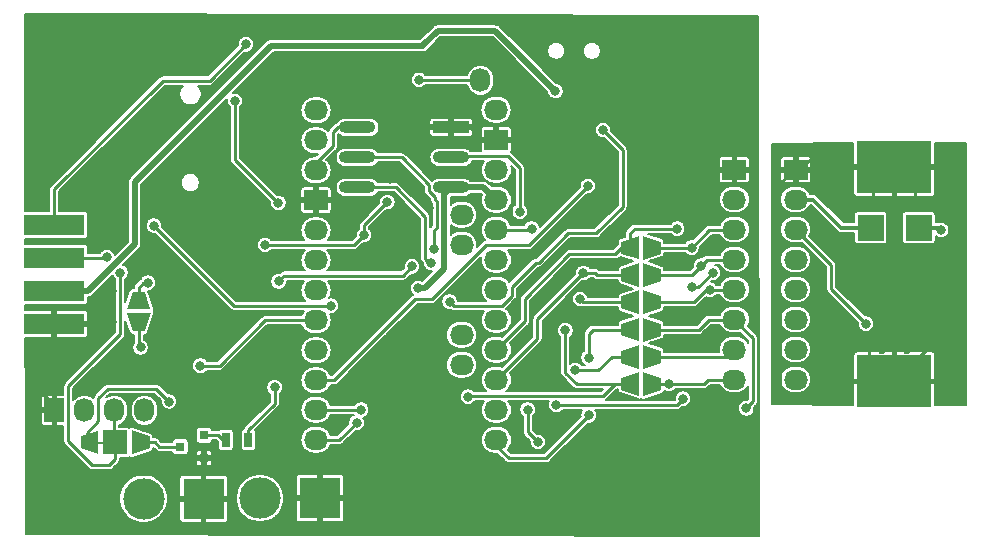
<source format=gbr>
G04 #@! TF.GenerationSoftware,KiCad,Pcbnew,(5.1.9-0-10_14)*
G04 #@! TF.CreationDate,2021-03-05T09:26:45-05:00*
G04 #@! TF.ProjectId,Arducon,41726475-636f-46e2-9e6b-696361645f70,rev?*
G04 #@! TF.SameCoordinates,Original*
G04 #@! TF.FileFunction,Copper,L2,Bot*
G04 #@! TF.FilePolarity,Positive*
%FSLAX46Y46*%
G04 Gerber Fmt 4.6, Leading zero omitted, Abs format (unit mm)*
G04 Created by KiCad (PCBNEW (5.1.9-0-10_14)) date 2021-03-05 09:26:45*
%MOMM*%
%LPD*%
G01*
G04 APERTURE LIST*
G04 #@! TA.AperFunction,EtchedComponent*
%ADD10C,0.200000*%
G04 #@! TD*
G04 #@! TA.AperFunction,SMDPad,CuDef*
%ADD11R,2.235200X2.235200*%
G04 #@! TD*
G04 #@! TA.AperFunction,SMDPad,CuDef*
%ADD12R,0.800100X0.800100*%
G04 #@! TD*
G04 #@! TA.AperFunction,ComponentPad*
%ADD13O,2.032000X1.727200*%
G04 #@! TD*
G04 #@! TA.AperFunction,ComponentPad*
%ADD14R,2.032000X1.727200*%
G04 #@! TD*
G04 #@! TA.AperFunction,ComponentPad*
%ADD15O,1.727200X2.032000*%
G04 #@! TD*
G04 #@! TA.AperFunction,SMDPad,CuDef*
%ADD16R,1.414000X3.300000*%
G04 #@! TD*
G04 #@! TA.AperFunction,SMDPad,CuDef*
%ADD17R,1.414000X4.300000*%
G04 #@! TD*
G04 #@! TA.AperFunction,SMDPad,CuDef*
%ADD18R,3.100000X1.000000*%
G04 #@! TD*
G04 #@! TA.AperFunction,SMDPad,CuDef*
%ADD19O,3.100000X1.000000*%
G04 #@! TD*
G04 #@! TA.AperFunction,ComponentPad*
%ADD20C,5.000000*%
G04 #@! TD*
G04 #@! TA.AperFunction,SMDPad,CuDef*
%ADD21R,6.350000X4.500000*%
G04 #@! TD*
G04 #@! TA.AperFunction,ConnectorPad*
%ADD22R,5.080000X1.778000*%
G04 #@! TD*
G04 #@! TA.AperFunction,ComponentPad*
%ADD23R,3.500120X3.500120*%
G04 #@! TD*
G04 #@! TA.AperFunction,ComponentPad*
%ADD24C,3.500120*%
G04 #@! TD*
G04 #@! TA.AperFunction,SMDPad,CuDef*
%ADD25C,0.150000*%
G04 #@! TD*
G04 #@! TA.AperFunction,SMDPad,CuDef*
%ADD26R,2.032000X2.032000*%
G04 #@! TD*
G04 #@! TA.AperFunction,SMDPad,CuDef*
%ADD27R,0.700000X1.300000*%
G04 #@! TD*
G04 #@! TA.AperFunction,ComponentPad*
%ADD28R,1.727200X2.032000*%
G04 #@! TD*
G04 #@! TA.AperFunction,ViaPad*
%ADD29C,0.800000*%
G04 #@! TD*
G04 #@! TA.AperFunction,ViaPad*
%ADD30C,0.600000*%
G04 #@! TD*
G04 #@! TA.AperFunction,Conductor*
%ADD31C,0.250000*%
G04 #@! TD*
G04 #@! TA.AperFunction,Conductor*
%ADD32C,0.350000*%
G04 #@! TD*
G04 #@! TA.AperFunction,Conductor*
%ADD33C,0.500000*%
G04 #@! TD*
G04 #@! TA.AperFunction,Conductor*
%ADD34C,0.200000*%
G04 #@! TD*
G04 #@! TA.AperFunction,Conductor*
%ADD35C,0.150000*%
G04 #@! TD*
G04 APERTURE END LIST*
D10*
X96607400Y-122742700D02*
X95134200Y-122755400D01*
D11*
X165130000Y-104550000D03*
X161080000Y-104550000D03*
D12*
X102621780Y-123090000D03*
X104620760Y-124040000D03*
X104620760Y-122140000D03*
D13*
X126430000Y-113630000D03*
X126430000Y-116170000D03*
X126430000Y-106010000D03*
X126430000Y-103470000D03*
X129350000Y-122520000D03*
X129350000Y-119980000D03*
X114095100Y-122520000D03*
X114095100Y-119980000D03*
X129350000Y-117440000D03*
X129350000Y-114900000D03*
X129350000Y-112360000D03*
X129350000Y-109820000D03*
X129350000Y-107280000D03*
X129350000Y-104740000D03*
X129350000Y-102200000D03*
X129350000Y-99660000D03*
D14*
X129350000Y-97120000D03*
D13*
X129340000Y-94580000D03*
X114095100Y-117465400D03*
X114095100Y-114925400D03*
X114095100Y-112385400D03*
X114095100Y-109845400D03*
X114095100Y-107305400D03*
X114095100Y-104765400D03*
D14*
X114095100Y-102225400D03*
D13*
X114095100Y-99685400D03*
X114095100Y-97145400D03*
X114100000Y-94605400D03*
D15*
X128012850Y-92065150D03*
D16*
X163070000Y-113410000D03*
D17*
X163070000Y-104110000D03*
D18*
X125550000Y-96050000D03*
D19*
X117610000Y-96050000D03*
X125550000Y-98590000D03*
X117610000Y-98590000D03*
X125550000Y-101130000D03*
X117610000Y-101130000D03*
D20*
X93300000Y-127000000D03*
X147500000Y-127000000D03*
X147500000Y-90000000D03*
X93300000Y-90000000D03*
D21*
X163070000Y-117570000D03*
X163070000Y-99400000D03*
D22*
X91940000Y-112691000D03*
X91940000Y-109897000D03*
X91940000Y-107103000D03*
X91940000Y-104309000D03*
D23*
X104580000Y-127500000D03*
D24*
X99500000Y-127500000D03*
G04 #@! TA.AperFunction,SMDPad,CuDef*
D25*
G36*
X98068000Y-111784000D02*
G01*
X100092000Y-111784000D01*
X99592000Y-113308000D01*
X98568000Y-113308000D01*
X98068000Y-111784000D01*
G37*
G04 #@! TD.AperFunction*
G04 #@! TA.AperFunction,SMDPad,CuDef*
G36*
X100080570Y-111464570D02*
G01*
X98079430Y-111464570D01*
X98579430Y-109963430D01*
X99580570Y-109963430D01*
X100080570Y-111464570D01*
G37*
G04 #@! TD.AperFunction*
G04 #@! TA.AperFunction,SMDPad,CuDef*
G36*
X141454570Y-105239430D02*
G01*
X141454570Y-107240570D01*
X139953430Y-106740570D01*
X139953430Y-105739430D01*
X141454570Y-105239430D01*
G37*
G04 #@! TD.AperFunction*
G04 #@! TA.AperFunction,SMDPad,CuDef*
G36*
X141774000Y-107252000D02*
G01*
X141774000Y-105228000D01*
X143298000Y-105728000D01*
X143298000Y-106752000D01*
X141774000Y-107252000D01*
G37*
G04 #@! TD.AperFunction*
G04 #@! TA.AperFunction,SMDPad,CuDef*
G36*
X141774000Y-109564000D02*
G01*
X141774000Y-107540000D01*
X143298000Y-108040000D01*
X143298000Y-109064000D01*
X141774000Y-109564000D01*
G37*
G04 #@! TD.AperFunction*
G04 #@! TA.AperFunction,SMDPad,CuDef*
G36*
X141454570Y-107551430D02*
G01*
X141454570Y-109552570D01*
X139953430Y-109052570D01*
X139953430Y-108051430D01*
X141454570Y-107551430D01*
G37*
G04 #@! TD.AperFunction*
G04 #@! TA.AperFunction,SMDPad,CuDef*
G36*
X141454570Y-109863430D02*
G01*
X141454570Y-111864570D01*
X139953430Y-111364570D01*
X139953430Y-110363430D01*
X141454570Y-109863430D01*
G37*
G04 #@! TD.AperFunction*
G04 #@! TA.AperFunction,SMDPad,CuDef*
G36*
X141774000Y-111876000D02*
G01*
X141774000Y-109852000D01*
X143298000Y-110352000D01*
X143298000Y-111376000D01*
X141774000Y-111876000D01*
G37*
G04 #@! TD.AperFunction*
G04 #@! TA.AperFunction,SMDPad,CuDef*
G36*
X141774000Y-114188000D02*
G01*
X141774000Y-112164000D01*
X143298000Y-112664000D01*
X143298000Y-113688000D01*
X141774000Y-114188000D01*
G37*
G04 #@! TD.AperFunction*
G04 #@! TA.AperFunction,SMDPad,CuDef*
G36*
X141454570Y-112175430D02*
G01*
X141454570Y-114176570D01*
X139953430Y-113676570D01*
X139953430Y-112675430D01*
X141454570Y-112175430D01*
G37*
G04 #@! TD.AperFunction*
G04 #@! TA.AperFunction,SMDPad,CuDef*
G36*
X141454570Y-114487430D02*
G01*
X141454570Y-116488570D01*
X139953430Y-115988570D01*
X139953430Y-114987430D01*
X141454570Y-114487430D01*
G37*
G04 #@! TD.AperFunction*
G04 #@! TA.AperFunction,SMDPad,CuDef*
G36*
X141774000Y-116500000D02*
G01*
X141774000Y-114476000D01*
X143298000Y-114976000D01*
X143298000Y-116000000D01*
X141774000Y-116500000D01*
G37*
G04 #@! TD.AperFunction*
G04 #@! TA.AperFunction,SMDPad,CuDef*
G36*
X141774000Y-118812000D02*
G01*
X141774000Y-116788000D01*
X143298000Y-117288000D01*
X143298000Y-118312000D01*
X141774000Y-118812000D01*
G37*
G04 #@! TD.AperFunction*
G04 #@! TA.AperFunction,SMDPad,CuDef*
G36*
X141454570Y-116799430D02*
G01*
X141454570Y-118800570D01*
X139953430Y-118300570D01*
X139953430Y-117299430D01*
X141454570Y-116799430D01*
G37*
G04 #@! TD.AperFunction*
D14*
X149520000Y-99640000D03*
D13*
X149520000Y-102180000D03*
X149520000Y-104720000D03*
X149520000Y-107260000D03*
X149520000Y-109800000D03*
X149520000Y-112340000D03*
X149520000Y-114880000D03*
X149520000Y-117420000D03*
X154710000Y-117420000D03*
X154710000Y-114880000D03*
X154710000Y-112340000D03*
X154710000Y-109800000D03*
X154710000Y-107260000D03*
X154710000Y-104720000D03*
X154710000Y-102180000D03*
D14*
X154710000Y-99640000D03*
D23*
X114430000Y-127450000D03*
D24*
X109350000Y-127450000D03*
G04 #@! TA.AperFunction,SMDPad,CuDef*
D25*
G36*
X98487000Y-123742000D02*
G01*
X98487000Y-121718000D01*
X100011000Y-122218000D01*
X100011000Y-123242000D01*
X98487000Y-123742000D01*
G37*
G04 #@! TD.AperFunction*
G04 #@! TA.AperFunction,SMDPad,CuDef*
G36*
X95681570Y-121729430D02*
G01*
X95681570Y-123730570D01*
X94180430Y-123230570D01*
X94180430Y-122229430D01*
X95681570Y-121729430D01*
G37*
G04 #@! TD.AperFunction*
D26*
X97090000Y-122730000D03*
D27*
X106470000Y-122510000D03*
X108370000Y-122510000D03*
D28*
X91950000Y-120010000D03*
D15*
X94490000Y-120010000D03*
X97030000Y-120010000D03*
X99570000Y-120010000D03*
D29*
X99531751Y-106242306D03*
X98530000Y-107820000D03*
X99720000Y-108220000D03*
X99958078Y-105291221D03*
X161400000Y-110800000D03*
X160570000Y-111550000D03*
X159550000Y-113030000D03*
X160930000Y-113740000D03*
D30*
X162680000Y-108090000D03*
D29*
X166530000Y-109650000D03*
X166536992Y-110726992D03*
X166530000Y-108510000D03*
X165520000Y-107120000D03*
X166770000Y-107220000D03*
D30*
X164450000Y-109860000D03*
X162680000Y-109850000D03*
X164470000Y-108080000D03*
X163580000Y-108080000D03*
X163590000Y-109860000D03*
X162700000Y-108960000D03*
X163580000Y-108970000D03*
X164460000Y-108980000D03*
X162550000Y-112030000D03*
X162550000Y-112680000D03*
X162550000Y-113330000D03*
X162550000Y-113980000D03*
X162550000Y-114610000D03*
X162030000Y-115010000D03*
X163600000Y-112030000D03*
X163600000Y-112680000D03*
X163600000Y-113330000D03*
X163600000Y-113980000D03*
X163600000Y-114630000D03*
X164140000Y-115000000D03*
X162580000Y-105960000D03*
X162580000Y-105290000D03*
X162580000Y-104660000D03*
X162580000Y-104030000D03*
X162590000Y-103390000D03*
X162590000Y-102760000D03*
X162460000Y-102130000D03*
X163550000Y-105960000D03*
X163550000Y-105290000D03*
X163550000Y-104640000D03*
X163550000Y-104010000D03*
X163560000Y-103380000D03*
X163570000Y-102750000D03*
X163730000Y-102120000D03*
D29*
X120610000Y-99315000D03*
X119390000Y-99640000D03*
X120340000Y-100405000D03*
X121480000Y-103295000D03*
X123643376Y-102880000D03*
X123256494Y-102078539D03*
X126532653Y-108982653D03*
X123348464Y-108425139D03*
X120875825Y-110069998D03*
X110590000Y-115935000D03*
X107930000Y-116930002D03*
X106420000Y-117000000D03*
X106880000Y-112585000D03*
X108330000Y-112585000D03*
X156540000Y-98140000D03*
X157830000Y-98110000D03*
X159080000Y-98110000D03*
X159150000Y-99330000D03*
X159180000Y-100520000D03*
X159220000Y-101710000D03*
X160040000Y-102670000D03*
X161260000Y-102670000D03*
X164830000Y-102630000D03*
X166050000Y-102600000D03*
X167210000Y-101740000D03*
X167140000Y-100520000D03*
X167140000Y-99200000D03*
X167170000Y-98080000D03*
X168460000Y-98040000D03*
X168530000Y-99230000D03*
X168560000Y-100420000D03*
X168630000Y-101780000D03*
X168590000Y-103000000D03*
X168590000Y-104380000D03*
X168560000Y-105770000D03*
X168660001Y-107030000D03*
X168660001Y-108180000D03*
X168660001Y-109440000D03*
X168645727Y-110623061D03*
X168660000Y-111750000D03*
X168720000Y-113050000D03*
X168690000Y-114240000D03*
X168720000Y-115460000D03*
X168690000Y-116780000D03*
X168690000Y-117940000D03*
X168690000Y-118930000D03*
X167400000Y-118960000D03*
X167340000Y-117840000D03*
X167300000Y-116710000D03*
X167240000Y-115430000D03*
X166450000Y-114400000D03*
X165290000Y-114370000D03*
X160900000Y-114670000D03*
X159580000Y-114630000D03*
X158920000Y-115660000D03*
X158920000Y-116780000D03*
X158980000Y-117770000D03*
X159080000Y-118930000D03*
X157860000Y-118890000D03*
X156770000Y-118890000D03*
X156640000Y-117700000D03*
X156798853Y-116508853D03*
X156640000Y-100530000D03*
X156640348Y-101542255D03*
X156576992Y-103653008D03*
X156600000Y-104820000D03*
X156812653Y-105797347D03*
X156830000Y-114220000D03*
X157800000Y-113210000D03*
X153320000Y-100860000D03*
X153510000Y-105940000D03*
X153280000Y-108400000D03*
X153430000Y-111010000D03*
X153360000Y-113550000D03*
X153360000Y-116050000D03*
X153360000Y-118730000D03*
X154440000Y-118920000D03*
X155670000Y-118919998D03*
X155260000Y-97950000D03*
X154250000Y-97950000D03*
X153100000Y-97950000D03*
X135540000Y-108140000D03*
X134280000Y-109320000D03*
X133072347Y-108242347D03*
X133380000Y-110420000D03*
X133690000Y-112770000D03*
X133670000Y-114130000D03*
X133710000Y-115590000D03*
X133710000Y-116820000D03*
X133670000Y-118040000D03*
X135250000Y-117980000D03*
X153548610Y-103368610D03*
X150840000Y-100990000D03*
X150820000Y-103430000D03*
X150790000Y-105960000D03*
X150720000Y-108520000D03*
X150700000Y-111040000D03*
X148290000Y-111040000D03*
X148330000Y-113620000D03*
X136630000Y-103659998D03*
X133150000Y-106230000D03*
X90510000Y-118090000D03*
X90510000Y-116810000D03*
X90510000Y-115577002D03*
X92280000Y-115577002D03*
X94240000Y-115577002D03*
X96182347Y-113882347D03*
X96806041Y-112550000D03*
X95370000Y-112019000D03*
X95760000Y-110460000D03*
X96806041Y-109895000D03*
X102020000Y-107240000D03*
X102020000Y-108440000D03*
X103047347Y-108082653D03*
X104277347Y-107227347D03*
X103980000Y-111830000D03*
X105350000Y-111780000D03*
X105287653Y-108272347D03*
X106082653Y-109067347D03*
X107240000Y-93830000D03*
X110900000Y-102450000D03*
X109779316Y-106010000D03*
X118170000Y-105170001D03*
X120144078Y-102380603D03*
X122730000Y-109680000D03*
X115360000Y-111160000D03*
X100370000Y-104380000D03*
X99860021Y-109210151D03*
X124100000Y-106390000D03*
X145890000Y-109580000D03*
X147690000Y-108360000D03*
X144670000Y-104630000D03*
X123850000Y-107560000D03*
X136740000Y-108379998D03*
X131350000Y-103200000D03*
X136450000Y-110590000D03*
X145170000Y-119030000D03*
X134450000Y-119560000D03*
X137190000Y-120440000D03*
X137190000Y-115550000D03*
X136060000Y-116610000D03*
X117540000Y-121060000D03*
X126970000Y-118860000D03*
X135200000Y-113250000D03*
X117920000Y-119960000D03*
X104310000Y-116240000D03*
X110590000Y-118060000D03*
X101650000Y-119270000D03*
X137110000Y-101020000D03*
X99240000Y-114690000D03*
X145890000Y-106240000D03*
X160650000Y-112675000D03*
X146715000Y-107755000D03*
X147440000Y-109800000D03*
X150520000Y-119840000D03*
X143960000Y-117800000D03*
X108160000Y-89020000D03*
X167030000Y-104750000D03*
X96390006Y-107040000D03*
X132020000Y-119960000D03*
X132880000Y-122700000D03*
X132347340Y-104637340D03*
X122218310Y-107830902D03*
X110940000Y-109090000D03*
X97531041Y-108361041D03*
X122820000Y-92030000D03*
X138390000Y-96290000D03*
X134370000Y-92990000D03*
X125400000Y-110810000D03*
D31*
X99531751Y-106818249D02*
X98530000Y-107820000D01*
X99531751Y-106242306D02*
X99531751Y-106818249D01*
X99531751Y-105717548D02*
X99958078Y-105291221D01*
X99531751Y-106242306D02*
X99531751Y-105717548D01*
X161320000Y-110800000D02*
X160570000Y-111550000D01*
X161400000Y-110800000D02*
X161320000Y-110800000D01*
X160260000Y-113740000D02*
X160930000Y-113740000D01*
X159550000Y-113030000D02*
X160260000Y-113740000D01*
X166530000Y-110720000D02*
X166536992Y-110726992D01*
X166530000Y-109650000D02*
X166530000Y-110720000D01*
X166530000Y-108130000D02*
X165520000Y-107120000D01*
X166530000Y-108510000D02*
X166530000Y-108130000D01*
X119715000Y-99315000D02*
X119390000Y-99640000D01*
X120610000Y-99315000D02*
X119715000Y-99315000D01*
X123643376Y-102465421D02*
X123256494Y-102078539D01*
X123643376Y-102880000D02*
X123643376Y-102465421D01*
X122120685Y-108825138D02*
X120875825Y-110069998D01*
X122948465Y-108825138D02*
X122120685Y-108825138D01*
X123348464Y-108425139D02*
X122948465Y-108825138D01*
X108925002Y-115935000D02*
X107930000Y-116930002D01*
X110590000Y-115935000D02*
X108925002Y-115935000D01*
X106880000Y-112585000D02*
X108330000Y-112585000D01*
X155040000Y-99640000D02*
X156540000Y-98140000D01*
X154710000Y-99640000D02*
X155040000Y-99640000D01*
X157830000Y-98110000D02*
X159080000Y-98110000D01*
X159150000Y-100490000D02*
X159180000Y-100520000D01*
X159150000Y-99330000D02*
X159150000Y-100490000D01*
X159220000Y-101850000D02*
X160040000Y-102670000D01*
X159220000Y-101710000D02*
X159220000Y-101850000D01*
X161260000Y-101210000D02*
X163070000Y-99400000D01*
X161260000Y-102670000D02*
X161260000Y-101210000D01*
X163070000Y-99400000D02*
X163070000Y-99750000D01*
X164830000Y-101510000D02*
X164830000Y-102630000D01*
X163070000Y-99750000D02*
X164830000Y-101510000D01*
X166350000Y-102600000D02*
X167210000Y-101740000D01*
X166050000Y-102600000D02*
X166350000Y-102600000D01*
X167140000Y-100520000D02*
X167140000Y-99200000D01*
X168420000Y-98080000D02*
X168460000Y-98040000D01*
X167170000Y-98080000D02*
X168420000Y-98080000D01*
X168530000Y-100390000D02*
X168560000Y-100420000D01*
X168530000Y-99230000D02*
X168530000Y-100390000D01*
X168630000Y-102960000D02*
X168590000Y-103000000D01*
X168630000Y-101780000D02*
X168630000Y-102960000D01*
X168590000Y-105740000D02*
X168560000Y-105770000D01*
X168590000Y-104380000D02*
X168590000Y-105740000D01*
X168660001Y-107030000D02*
X168660001Y-108180000D01*
X168660001Y-110608787D02*
X168645727Y-110623061D01*
X168660001Y-109440000D02*
X168660001Y-110608787D01*
X168660000Y-112990000D02*
X168720000Y-113050000D01*
X168660000Y-111750000D02*
X168660000Y-112990000D01*
X168690000Y-115430000D02*
X168720000Y-115460000D01*
X168690000Y-114240000D02*
X168690000Y-115430000D01*
X168690000Y-116780000D02*
X168690000Y-117940000D01*
X167430000Y-118930000D02*
X167400000Y-118960000D01*
X168690000Y-118930000D02*
X167430000Y-118930000D01*
X167340000Y-116750000D02*
X167300000Y-116710000D01*
X167340000Y-117840000D02*
X167340000Y-116750000D01*
X167240000Y-115190000D02*
X166450000Y-114400000D01*
X167240000Y-115430000D02*
X167240000Y-115190000D01*
X165290000Y-114370000D02*
X165790000Y-114870000D01*
X165770000Y-114870000D02*
X163070000Y-117570000D01*
X165790000Y-114870000D02*
X165770000Y-114870000D01*
X163070000Y-117570000D02*
X163010000Y-117570000D01*
X160900000Y-115460000D02*
X160900000Y-114670000D01*
X163010000Y-117570000D02*
X160900000Y-115460000D01*
X159580000Y-115000000D02*
X158920000Y-115660000D01*
X159580000Y-114630000D02*
X159580000Y-115000000D01*
X158920000Y-117710000D02*
X158980000Y-117770000D01*
X158920000Y-116780000D02*
X158920000Y-117710000D01*
X157900000Y-118930000D02*
X157860000Y-118890000D01*
X159080000Y-118930000D02*
X157900000Y-118930000D01*
X156640000Y-116667706D02*
X156798853Y-116508853D01*
X156640000Y-117700000D02*
X156640000Y-116667706D01*
X156640000Y-101541907D02*
X156640348Y-101542255D01*
X156640000Y-100530000D02*
X156640000Y-101541907D01*
X156576992Y-104796992D02*
X156600000Y-104820000D01*
X156576992Y-103653008D02*
X156576992Y-104796992D01*
X156798853Y-114251147D02*
X156830000Y-114220000D01*
X156798853Y-116508853D02*
X156798853Y-114251147D01*
X154540000Y-99640000D02*
X153320000Y-100860000D01*
X154710000Y-99640000D02*
X154540000Y-99640000D01*
X153280000Y-106170000D02*
X153280000Y-108400000D01*
X153510000Y-105940000D02*
X153280000Y-106170000D01*
X153280000Y-110860000D02*
X153430000Y-111010000D01*
X153280000Y-108400000D02*
X153280000Y-110860000D01*
X153360000Y-111080000D02*
X153360000Y-113550000D01*
X153430000Y-111010000D02*
X153360000Y-111080000D01*
X153360000Y-113550000D02*
X153360000Y-116050000D01*
X153360000Y-116050000D02*
X153360000Y-118730000D01*
X155699998Y-118890000D02*
X155670000Y-118919998D01*
X155669998Y-118920000D02*
X155670000Y-118919998D01*
X154440000Y-118920000D02*
X155669998Y-118920000D01*
X156770000Y-118890000D02*
X155699998Y-118890000D01*
X155450000Y-98140000D02*
X155260000Y-97950000D01*
X156540000Y-98140000D02*
X155450000Y-98140000D01*
X154250000Y-97950000D02*
X153100000Y-97950000D01*
X153100000Y-100640000D02*
X153320000Y-100860000D01*
X153100000Y-97950000D02*
X153100000Y-100640000D01*
X129350000Y-97120000D02*
X128230000Y-97120000D01*
X127160000Y-96050000D02*
X125550000Y-96050000D01*
X128230000Y-97120000D02*
X127160000Y-96050000D01*
X135460000Y-108140000D02*
X134280000Y-109320000D01*
X135540000Y-108140000D02*
X135460000Y-108140000D01*
X133690000Y-114110000D02*
X133670000Y-114130000D01*
X133690000Y-112770000D02*
X133690000Y-114110000D01*
X133710000Y-115590000D02*
X133710000Y-116820000D01*
X135190000Y-118040000D02*
X135250000Y-117980000D01*
X133670000Y-118040000D02*
X135190000Y-118040000D01*
X153548610Y-103368610D02*
X153548610Y-103821390D01*
X153548610Y-103821390D02*
X153210000Y-104160000D01*
X153210000Y-105640000D02*
X153510000Y-105940000D01*
X153210000Y-104160000D02*
X153210000Y-105640000D01*
X151239999Y-103010001D02*
X150820000Y-103430000D01*
X151239999Y-101389999D02*
X151239999Y-103010001D01*
X150840000Y-100990000D02*
X151239999Y-101389999D01*
X151219999Y-103829999D02*
X151219999Y-105530001D01*
X151219999Y-105530001D02*
X150790000Y-105960000D01*
X150820000Y-103430000D02*
X151219999Y-103829999D01*
X151189999Y-106359999D02*
X151189999Y-108050001D01*
X151189999Y-108050001D02*
X150720000Y-108520000D01*
X150790000Y-105960000D02*
X151189999Y-106359999D01*
X151119999Y-110620001D02*
X150700000Y-111040000D01*
X151119999Y-108919999D02*
X151119999Y-110620001D01*
X150720000Y-108520000D02*
X151119999Y-108919999D01*
X150700000Y-111040000D02*
X148290000Y-111040000D01*
X137605687Y-103659998D02*
X136630000Y-103659998D01*
X138280000Y-102985685D02*
X137605687Y-103659998D01*
X138280000Y-98905306D02*
X138280000Y-102985685D01*
X136494694Y-97120000D02*
X138280000Y-98905306D01*
X129350000Y-97120000D02*
X136494694Y-97120000D01*
X91950000Y-119530000D02*
X90510000Y-118090000D01*
X91950000Y-120010000D02*
X91950000Y-119530000D01*
X90510000Y-116810000D02*
X90510000Y-115577002D01*
X92280000Y-115577002D02*
X94240000Y-115577002D01*
X95934655Y-113882347D02*
X96182347Y-113882347D01*
X94240000Y-115577002D02*
X95934655Y-113882347D01*
X95901000Y-112550000D02*
X95370000Y-112019000D01*
X96806041Y-112550000D02*
X95901000Y-112550000D01*
X95370000Y-110850000D02*
X95760000Y-110460000D01*
X95370000Y-112019000D02*
X95370000Y-110850000D01*
X101022306Y-106242306D02*
X102020000Y-107240000D01*
X99531751Y-106242306D02*
X101022306Y-106242306D01*
X102690000Y-108440000D02*
X103047347Y-108082653D01*
X102020000Y-108440000D02*
X102690000Y-108440000D01*
X103047347Y-110897347D02*
X103980000Y-111830000D01*
X103047347Y-108082653D02*
X103047347Y-110897347D01*
X106075000Y-111780000D02*
X106880000Y-112585000D01*
X105350000Y-111780000D02*
X106075000Y-111780000D01*
X104277347Y-107262041D02*
X105287653Y-108272347D01*
X104277347Y-107227347D02*
X104277347Y-107262041D01*
X107240000Y-98820000D02*
X110900000Y-102480000D01*
X107240000Y-93830000D02*
X107240000Y-98820000D01*
X110900000Y-102480000D02*
X110900000Y-102450000D01*
D32*
X158570000Y-104550000D02*
X161170000Y-104550000D01*
X156200000Y-102180000D02*
X158570000Y-104550000D01*
X154710000Y-102180000D02*
X156200000Y-102180000D01*
X125550000Y-101130000D02*
X124907002Y-101130000D01*
D31*
X118159999Y-105160000D02*
X118170000Y-105170001D01*
X109779316Y-106010000D02*
X117330001Y-106010000D01*
X117330001Y-106010000D02*
X118170000Y-105170001D01*
X118170000Y-104354681D02*
X120144078Y-102380603D01*
X118170000Y-105170001D02*
X118170000Y-104354681D01*
D33*
X123295685Y-109680000D02*
X122730000Y-109680000D01*
X129350000Y-102200000D02*
X128260000Y-101110000D01*
X128260000Y-101110000D02*
X125540000Y-101110000D01*
X125540000Y-101110000D02*
X124950000Y-101700000D01*
X124950000Y-101700000D02*
X124950000Y-108025685D01*
X124950000Y-108025685D02*
X123295685Y-109680000D01*
D31*
X115360000Y-111160000D02*
X107150000Y-111160000D01*
X107150000Y-111160000D02*
X100370000Y-104380000D01*
X99860021Y-109210151D02*
X99489849Y-109210151D01*
X99080000Y-109620000D02*
X99080000Y-110714000D01*
X99489849Y-109210151D02*
X99080000Y-109620000D01*
X124100000Y-106390000D02*
X123800010Y-106090010D01*
X124368376Y-104528376D02*
X124100000Y-104796752D01*
X124368376Y-102368376D02*
X124368376Y-104528376D01*
X124158270Y-102158270D02*
X124368376Y-102368376D01*
X124158270Y-101955010D02*
X124158270Y-102158270D01*
X124100000Y-104796752D02*
X124100000Y-106390000D01*
X123674990Y-101471730D02*
X124158270Y-101955010D01*
X117610000Y-98590000D02*
X121340000Y-98590000D01*
X123674990Y-100924990D02*
X123674990Y-101471730D01*
X121340000Y-98590000D02*
X123674990Y-100924990D01*
X146470000Y-109580000D02*
X147690000Y-108360000D01*
X145890000Y-109580000D02*
X146470000Y-109580000D01*
X144670000Y-104630000D02*
X141080000Y-104630000D01*
X140704000Y-105006000D02*
X140704000Y-106240000D01*
X141080000Y-104630000D02*
X140704000Y-105006000D01*
X139398429Y-106795001D02*
X139953430Y-106240000D01*
X131790000Y-112460000D02*
X131790000Y-110550000D01*
X131790000Y-110550000D02*
X135544999Y-106795001D01*
X139953430Y-106240000D02*
X140704000Y-106240000D01*
X135544999Y-106795001D02*
X139398429Y-106795001D01*
X129350000Y-114900000D02*
X131790000Y-112460000D01*
X120850000Y-101130000D02*
X117610000Y-101130000D01*
X123350000Y-103630000D02*
X120850000Y-101130000D01*
X123350000Y-107180000D02*
X123350000Y-103630000D01*
X123700000Y-107530000D02*
X123350000Y-107180000D01*
X123820000Y-107530000D02*
X123850000Y-107560000D01*
X123700000Y-107530000D02*
X123820000Y-107530000D01*
X132850000Y-112269998D02*
X136740000Y-108379998D01*
X136940002Y-108580000D02*
X136740000Y-108379998D01*
X132850000Y-113940000D02*
X132850000Y-112269998D01*
X129350000Y-117440000D02*
X132850000Y-113940000D01*
X140704000Y-108552000D02*
X140422000Y-108552000D01*
X140704000Y-108552000D02*
X137902000Y-108552000D01*
X137729998Y-108379998D02*
X136740000Y-108379998D01*
X137902000Y-108552000D02*
X137729998Y-108379998D01*
X130361390Y-98471390D02*
X131350000Y-99460000D01*
X125550000Y-98590000D02*
X125668610Y-98471390D01*
X125668610Y-98471390D02*
X130361390Y-98471390D01*
X131350000Y-99460000D02*
X131350000Y-103200000D01*
X136724000Y-110864000D02*
X136450000Y-110590000D01*
X140704000Y-110864000D02*
X136724000Y-110864000D01*
X144640000Y-119560000D02*
X145170000Y-119030000D01*
X134450000Y-119560000D02*
X144640000Y-119560000D01*
X129350000Y-122520000D02*
X129350000Y-123000000D01*
X129350000Y-123000000D02*
X130400000Y-124050000D01*
X133580000Y-124050000D02*
X137190000Y-120440000D01*
X130400000Y-124050000D02*
X133580000Y-124050000D01*
X137190000Y-113522000D02*
X137190000Y-115550000D01*
X137536000Y-113176000D02*
X137190000Y-113522000D01*
X140704000Y-113176000D02*
X137536000Y-113176000D01*
X136060000Y-116610000D02*
X138000000Y-116610000D01*
X139122000Y-115488000D02*
X140704000Y-115488000D01*
X138000000Y-116610000D02*
X139122000Y-115488000D01*
X114095100Y-122520000D02*
X116080000Y-122520000D01*
X116080000Y-122520000D02*
X117540000Y-121060000D01*
X127038610Y-118791390D02*
X138388610Y-118791390D01*
X126970000Y-118860000D02*
X127038610Y-118791390D01*
X139380000Y-117800000D02*
X140704000Y-117800000D01*
X138388610Y-118791390D02*
X139380000Y-117800000D01*
X136180000Y-117800000D02*
X140704000Y-117800000D01*
X135200000Y-116820000D02*
X136180000Y-117800000D01*
X135200000Y-113250000D02*
X135200000Y-116820000D01*
X114095100Y-119980000D02*
X117900000Y-119980000D01*
X117900000Y-119980000D02*
X117920000Y-119960000D01*
X104310000Y-116240000D02*
X105930000Y-116240000D01*
X109784600Y-112385400D02*
X114095100Y-112385400D01*
X105930000Y-116240000D02*
X109784600Y-112385400D01*
X108370000Y-122510000D02*
X108370000Y-121670000D01*
X110590000Y-119450000D02*
X110590000Y-118060000D01*
X108370000Y-121670000D02*
X110590000Y-119450000D01*
X101650000Y-119270000D02*
X100570000Y-118190000D01*
X100570000Y-118190000D02*
X96470000Y-118190000D01*
X95678610Y-118981390D02*
X95678610Y-120921390D01*
X96470000Y-118190000D02*
X95678610Y-118981390D01*
X94707689Y-121892311D02*
X94707689Y-122583026D01*
X94707689Y-122583026D02*
X94708973Y-122731914D01*
X95678610Y-120921390D02*
X94707689Y-121892311D01*
X114095100Y-99685400D02*
X114095100Y-99394900D01*
X117460000Y-96030000D02*
X117600000Y-96030000D01*
X114095100Y-99685400D02*
X114095100Y-99074900D01*
X114095100Y-99074900D02*
X115540000Y-97630000D01*
X115540000Y-97630000D02*
X115540000Y-96460000D01*
X115950000Y-96050000D02*
X117610000Y-96050000D01*
X115540000Y-96460000D02*
X115950000Y-96050000D01*
X114095100Y-117465400D02*
X115614600Y-117465400D01*
X115614600Y-117465400D02*
X122514999Y-110565001D01*
X123924999Y-110565001D02*
X128460000Y-106030000D01*
X122514999Y-110565001D02*
X123924999Y-110565001D01*
X132100000Y-106030000D02*
X137110000Y-101020000D01*
X128460000Y-106030000D02*
X132100000Y-106030000D01*
X99080000Y-114530000D02*
X99240000Y-114690000D01*
X99080000Y-112546000D02*
X99080000Y-114530000D01*
X142536000Y-106240000D02*
X145890000Y-106240000D01*
X147410000Y-104720000D02*
X149520000Y-104720000D01*
X145890000Y-106240000D02*
X147410000Y-104720000D01*
X157725000Y-107735000D02*
X157725000Y-109750000D01*
X157725000Y-109750000D02*
X160650000Y-112675000D01*
X154710000Y-104720000D02*
X157725000Y-107735000D01*
X142536000Y-108552000D02*
X145918000Y-108552000D01*
X147210000Y-107260000D02*
X149520000Y-107260000D01*
X146715000Y-107755000D02*
X147210000Y-107260000D01*
X145918000Y-108552000D02*
X146715000Y-107755000D01*
X142536000Y-110864000D02*
X146076000Y-110864000D01*
X147140000Y-109800000D02*
X149520000Y-109800000D01*
X146076000Y-110864000D02*
X147140000Y-109800000D01*
X142536000Y-113176000D02*
X146504000Y-113176000D01*
X147340000Y-112340000D02*
X149520000Y-112340000D01*
X146504000Y-113176000D02*
X147340000Y-112340000D01*
X150520000Y-119840000D02*
X151110000Y-119250000D01*
X151110000Y-113930000D02*
X149520000Y-112340000D01*
X151110000Y-119250000D02*
X151110000Y-113930000D01*
X148912000Y-115488000D02*
X149520000Y-114880000D01*
X142536000Y-115488000D02*
X148912000Y-115488000D01*
X147290000Y-117420000D02*
X149520000Y-117420000D01*
X146910000Y-117800000D02*
X147290000Y-117420000D01*
X143960000Y-117800000D02*
X146910000Y-117800000D01*
X142536000Y-117800000D02*
X143960000Y-117800000D01*
X101150000Y-92090000D02*
X91940000Y-101300000D01*
X105090000Y-92090000D02*
X101150000Y-92090000D01*
X91940000Y-101300000D02*
X91940000Y-104309000D01*
X108160000Y-89020000D02*
X105090000Y-92090000D01*
D32*
X166830000Y-104550000D02*
X167030000Y-104750000D01*
X165130000Y-104550000D02*
X166830000Y-104550000D01*
D31*
X96327006Y-107103000D02*
X96390006Y-107040000D01*
X91940000Y-107103000D02*
X96327006Y-107103000D01*
X132020000Y-121840000D02*
X132880000Y-122700000D01*
X132020000Y-119960000D02*
X132020000Y-121840000D01*
X129350000Y-104740000D02*
X132244680Y-104740000D01*
X132244680Y-104740000D02*
X132347340Y-104637340D01*
X106470000Y-122510000D02*
X106200000Y-122510000D01*
X105830000Y-122140000D02*
X104620760Y-122140000D01*
X106200000Y-122510000D02*
X105830000Y-122140000D01*
X122218310Y-107830902D02*
X121449212Y-108600000D01*
X121449212Y-108600000D02*
X111420000Y-108600000D01*
X111420000Y-108600000D02*
X110920000Y-109100000D01*
X110930000Y-109100000D02*
X110940000Y-109090000D01*
X110920000Y-109100000D02*
X110930000Y-109100000D01*
X97090000Y-122730000D02*
X97090000Y-121700000D01*
X97030000Y-121640000D02*
X97030000Y-120010000D01*
X97090000Y-121700000D02*
X97030000Y-121640000D01*
X93138601Y-117951399D02*
X97531041Y-113558959D01*
X93138601Y-122648377D02*
X93138601Y-117951399D01*
X97531041Y-113558959D02*
X97531041Y-108361041D01*
X95130224Y-124640000D02*
X93138601Y-122648377D01*
X96580000Y-124640000D02*
X95130224Y-124640000D01*
X97090000Y-124130000D02*
X96580000Y-124640000D01*
X97090000Y-122730000D02*
X97090000Y-124130000D01*
X127977700Y-92030000D02*
X128012850Y-92065150D01*
X122820000Y-92030000D02*
X127977700Y-92030000D01*
X100830000Y-123090000D02*
X102621780Y-123090000D01*
X100470000Y-122730000D02*
X100830000Y-123090000D01*
X99249000Y-122730000D02*
X100470000Y-122730000D01*
X138390000Y-96290000D02*
X140050000Y-97950000D01*
X140050000Y-97950000D02*
X140050000Y-102800000D01*
X140050000Y-102800000D02*
X137840000Y-105010000D01*
X130691010Y-110312338D02*
X129831958Y-111171390D01*
X130691010Y-109550682D02*
X130691010Y-110312338D01*
X132724346Y-107517346D02*
X130691010Y-109550682D01*
X132935656Y-107517346D02*
X132724346Y-107517346D01*
X135443002Y-105010000D02*
X132935656Y-107517346D01*
X129831958Y-111171390D02*
X126698610Y-111171390D01*
X137840000Y-105010000D02*
X135443002Y-105010000D01*
D33*
X91940000Y-109897000D02*
X94793000Y-109897000D01*
X129270000Y-87890000D02*
X134370000Y-92990000D01*
X124390000Y-87890000D02*
X129270000Y-87890000D01*
X123159998Y-89120002D02*
X124390000Y-87890000D01*
X110280000Y-89150000D02*
X123159998Y-89150000D01*
X98730000Y-100700000D02*
X110280000Y-89150000D01*
X123159998Y-89150000D02*
X123159998Y-89120002D01*
X98730000Y-105960000D02*
X98730000Y-100700000D01*
X94793000Y-109897000D02*
X98730000Y-105960000D01*
D31*
X125761390Y-111171390D02*
X125400000Y-110810000D01*
X126698610Y-111171390D02*
X125761390Y-111171390D01*
D34*
X169090246Y-119579398D02*
X166546268Y-119564091D01*
X166545000Y-117799000D01*
X166470000Y-117724000D01*
X163224000Y-117724000D01*
X163224000Y-117744000D01*
X162916000Y-117744000D01*
X162916000Y-117724000D01*
X159670000Y-117724000D01*
X159595000Y-117799000D01*
X159593762Y-119522259D01*
X152730000Y-119480961D01*
X152730000Y-119435830D01*
X152708864Y-119329571D01*
X152670000Y-119235747D01*
X152670000Y-118854253D01*
X152708864Y-118760429D01*
X152730000Y-118654170D01*
X152730000Y-118545830D01*
X152708864Y-118439571D01*
X152670000Y-118345747D01*
X152670000Y-117954253D01*
X152708864Y-117860429D01*
X152730000Y-117754170D01*
X152730000Y-117645830D01*
X152708864Y-117539571D01*
X152670000Y-117445747D01*
X152670000Y-117420000D01*
X153388370Y-117420000D01*
X153410836Y-117648105D01*
X153477372Y-117867445D01*
X153585421Y-118069589D01*
X153730830Y-118246770D01*
X153908011Y-118392179D01*
X154110155Y-118500228D01*
X154329495Y-118566764D01*
X154500437Y-118583600D01*
X154919563Y-118583600D01*
X155090505Y-118566764D01*
X155309845Y-118500228D01*
X155511989Y-118392179D01*
X155689170Y-118246770D01*
X155834579Y-118069589D01*
X155942628Y-117867445D01*
X156009164Y-117648105D01*
X156031630Y-117420000D01*
X156009164Y-117191895D01*
X155942628Y-116972555D01*
X155834579Y-116770411D01*
X155689170Y-116593230D01*
X155511989Y-116447821D01*
X155309845Y-116339772D01*
X155090505Y-116273236D01*
X154919563Y-116256400D01*
X154500437Y-116256400D01*
X154329495Y-116273236D01*
X154110155Y-116339772D01*
X153908011Y-116447821D01*
X153730830Y-116593230D01*
X153585421Y-116770411D01*
X153477372Y-116972555D01*
X153410836Y-117191895D01*
X153388370Y-117420000D01*
X152670000Y-117420000D01*
X152670000Y-116804253D01*
X152708864Y-116710429D01*
X152730000Y-116604170D01*
X152730000Y-116495830D01*
X152708864Y-116389571D01*
X152670000Y-116295747D01*
X152670000Y-115884253D01*
X152708864Y-115790429D01*
X152730000Y-115684170D01*
X152730000Y-115575830D01*
X152708864Y-115469571D01*
X152670000Y-115375747D01*
X152670000Y-114880000D01*
X153388370Y-114880000D01*
X153410836Y-115108105D01*
X153477372Y-115327445D01*
X153585421Y-115529589D01*
X153730830Y-115706770D01*
X153908011Y-115852179D01*
X154110155Y-115960228D01*
X154329495Y-116026764D01*
X154500437Y-116043600D01*
X154919563Y-116043600D01*
X155090505Y-116026764D01*
X155309845Y-115960228D01*
X155511989Y-115852179D01*
X155689170Y-115706770D01*
X155834579Y-115529589D01*
X155942628Y-115327445D01*
X155944886Y-115320000D01*
X159593548Y-115320000D01*
X159595000Y-117341000D01*
X159670000Y-117416000D01*
X162916000Y-117416000D01*
X162916000Y-115095000D01*
X163224000Y-115095000D01*
X163224000Y-117416000D01*
X166470000Y-117416000D01*
X166545000Y-117341000D01*
X166546452Y-115320000D01*
X166540660Y-115261190D01*
X166523505Y-115204639D01*
X166495648Y-115152522D01*
X166458159Y-115106841D01*
X166412478Y-115069352D01*
X166360361Y-115041495D01*
X166303810Y-115024340D01*
X166245000Y-115018548D01*
X163299000Y-115020000D01*
X163224000Y-115095000D01*
X162916000Y-115095000D01*
X162841000Y-115020000D01*
X159895000Y-115018548D01*
X159836190Y-115024340D01*
X159779639Y-115041495D01*
X159727522Y-115069352D01*
X159681841Y-115106841D01*
X159644352Y-115152522D01*
X159616495Y-115204639D01*
X159599340Y-115261190D01*
X159593548Y-115320000D01*
X155944886Y-115320000D01*
X156009164Y-115108105D01*
X156031630Y-114880000D01*
X156009164Y-114651895D01*
X155942628Y-114432555D01*
X155834579Y-114230411D01*
X155689170Y-114053230D01*
X155511989Y-113907821D01*
X155309845Y-113799772D01*
X155090505Y-113733236D01*
X154919563Y-113716400D01*
X154500437Y-113716400D01*
X154329495Y-113733236D01*
X154110155Y-113799772D01*
X153908011Y-113907821D01*
X153730830Y-114053230D01*
X153585421Y-114230411D01*
X153477372Y-114432555D01*
X153410836Y-114651895D01*
X153388370Y-114880000D01*
X152670000Y-114880000D01*
X152670000Y-114664253D01*
X152708864Y-114570429D01*
X152730000Y-114464170D01*
X152730000Y-114355830D01*
X152708864Y-114249571D01*
X152670000Y-114155747D01*
X152670000Y-113744253D01*
X152708864Y-113650429D01*
X152730000Y-113544170D01*
X152730000Y-113435830D01*
X152708864Y-113329571D01*
X152670000Y-113235747D01*
X152670000Y-112824253D01*
X152708864Y-112730429D01*
X152730000Y-112624170D01*
X152730000Y-112515830D01*
X152708864Y-112409571D01*
X152680047Y-112340000D01*
X153388370Y-112340000D01*
X153410836Y-112568105D01*
X153477372Y-112787445D01*
X153585421Y-112989589D01*
X153730830Y-113166770D01*
X153908011Y-113312179D01*
X154110155Y-113420228D01*
X154329495Y-113486764D01*
X154500437Y-113503600D01*
X154919563Y-113503600D01*
X155090505Y-113486764D01*
X155309845Y-113420228D01*
X155511989Y-113312179D01*
X155689170Y-113166770D01*
X155834579Y-112989589D01*
X155942628Y-112787445D01*
X156009164Y-112568105D01*
X156031630Y-112340000D01*
X156009164Y-112111895D01*
X155942628Y-111892555D01*
X155834579Y-111690411D01*
X155689170Y-111513230D01*
X155511989Y-111367821D01*
X155309845Y-111259772D01*
X155090505Y-111193236D01*
X154919563Y-111176400D01*
X154500437Y-111176400D01*
X154329495Y-111193236D01*
X154110155Y-111259772D01*
X153908011Y-111367821D01*
X153730830Y-111513230D01*
X153585421Y-111690411D01*
X153477372Y-111892555D01*
X153410836Y-112111895D01*
X153388370Y-112340000D01*
X152680047Y-112340000D01*
X152670000Y-112315747D01*
X152670000Y-111654253D01*
X152708864Y-111560429D01*
X152730000Y-111454170D01*
X152730000Y-111345830D01*
X152708864Y-111239571D01*
X152670000Y-111145747D01*
X152670000Y-110724253D01*
X152708864Y-110630429D01*
X152730000Y-110524170D01*
X152730000Y-110415830D01*
X152708864Y-110309571D01*
X152670000Y-110215747D01*
X152670000Y-109800000D01*
X153388370Y-109800000D01*
X153410836Y-110028105D01*
X153477372Y-110247445D01*
X153585421Y-110449589D01*
X153730830Y-110626770D01*
X153908011Y-110772179D01*
X154110155Y-110880228D01*
X154329495Y-110946764D01*
X154500437Y-110963600D01*
X154919563Y-110963600D01*
X155090505Y-110946764D01*
X155309845Y-110880228D01*
X155511989Y-110772179D01*
X155689170Y-110626770D01*
X155834579Y-110449589D01*
X155942628Y-110247445D01*
X156009164Y-110028105D01*
X156031630Y-109800000D01*
X156009164Y-109571895D01*
X155942628Y-109352555D01*
X155834579Y-109150411D01*
X155689170Y-108973230D01*
X155511989Y-108827821D01*
X155309845Y-108719772D01*
X155090505Y-108653236D01*
X154919563Y-108636400D01*
X154500437Y-108636400D01*
X154329495Y-108653236D01*
X154110155Y-108719772D01*
X153908011Y-108827821D01*
X153730830Y-108973230D01*
X153585421Y-109150411D01*
X153477372Y-109352555D01*
X153410836Y-109571895D01*
X153388370Y-109800000D01*
X152670000Y-109800000D01*
X152670000Y-109524253D01*
X152708864Y-109430429D01*
X152730000Y-109324170D01*
X152730000Y-109215830D01*
X152708864Y-109109571D01*
X152670000Y-109015747D01*
X152670000Y-108594253D01*
X152708864Y-108500429D01*
X152730000Y-108394170D01*
X152730000Y-108285830D01*
X152708864Y-108179571D01*
X152670000Y-108085747D01*
X152670000Y-107654253D01*
X152708864Y-107560429D01*
X152730000Y-107454170D01*
X152730000Y-107345830D01*
X152712928Y-107260000D01*
X153388370Y-107260000D01*
X153410836Y-107488105D01*
X153477372Y-107707445D01*
X153585421Y-107909589D01*
X153730830Y-108086770D01*
X153908011Y-108232179D01*
X154110155Y-108340228D01*
X154329495Y-108406764D01*
X154500437Y-108423600D01*
X154919563Y-108423600D01*
X155090505Y-108406764D01*
X155309845Y-108340228D01*
X155511989Y-108232179D01*
X155689170Y-108086770D01*
X155834579Y-107909589D01*
X155942628Y-107707445D01*
X156009164Y-107488105D01*
X156031630Y-107260000D01*
X156009164Y-107031895D01*
X155942628Y-106812555D01*
X155834579Y-106610411D01*
X155689170Y-106433230D01*
X155511989Y-106287821D01*
X155309845Y-106179772D01*
X155090505Y-106113236D01*
X154919563Y-106096400D01*
X154500437Y-106096400D01*
X154329495Y-106113236D01*
X154110155Y-106179772D01*
X153908011Y-106287821D01*
X153730830Y-106433230D01*
X153585421Y-106610411D01*
X153477372Y-106812555D01*
X153410836Y-107031895D01*
X153388370Y-107260000D01*
X152712928Y-107260000D01*
X152708864Y-107239571D01*
X152670000Y-107145747D01*
X152670000Y-106474253D01*
X152708864Y-106380429D01*
X152730000Y-106274170D01*
X152730000Y-106165830D01*
X152708864Y-106059571D01*
X152670000Y-105965747D01*
X152670000Y-105564253D01*
X152708864Y-105470429D01*
X152730000Y-105364170D01*
X152730000Y-105255830D01*
X152708864Y-105149571D01*
X152670000Y-105055747D01*
X152670000Y-104720000D01*
X153388370Y-104720000D01*
X153410836Y-104948105D01*
X153477372Y-105167445D01*
X153585421Y-105369589D01*
X153730830Y-105546770D01*
X153908011Y-105692179D01*
X154110155Y-105800228D01*
X154329495Y-105866764D01*
X154500437Y-105883600D01*
X154919563Y-105883600D01*
X155090505Y-105866764D01*
X155217270Y-105828310D01*
X157300000Y-107911041D01*
X157300001Y-109729123D01*
X157297945Y-109750000D01*
X157306150Y-109833314D01*
X157330453Y-109913427D01*
X157369917Y-109987260D01*
X157423027Y-110051974D01*
X157439239Y-110065279D01*
X159954980Y-112581021D01*
X159950000Y-112606056D01*
X159950000Y-112743944D01*
X159976901Y-112879182D01*
X160029668Y-113006574D01*
X160106274Y-113121224D01*
X160203776Y-113218726D01*
X160318426Y-113295332D01*
X160445818Y-113348099D01*
X160581056Y-113375000D01*
X160718944Y-113375000D01*
X160854182Y-113348099D01*
X160981574Y-113295332D01*
X161096224Y-113218726D01*
X161193726Y-113121224D01*
X161270332Y-113006574D01*
X161323099Y-112879182D01*
X161350000Y-112743944D01*
X161350000Y-112606056D01*
X161323099Y-112470818D01*
X161270332Y-112343426D01*
X161193726Y-112228776D01*
X161096224Y-112131274D01*
X160981574Y-112054668D01*
X160854182Y-112001901D01*
X160718944Y-111975000D01*
X160581056Y-111975000D01*
X160556021Y-111979980D01*
X158150000Y-109573960D01*
X158150000Y-107755867D01*
X158152055Y-107735000D01*
X158150000Y-107714133D01*
X158150000Y-107714126D01*
X158143850Y-107651686D01*
X158119548Y-107571573D01*
X158080084Y-107497740D01*
X158026974Y-107433026D01*
X158010763Y-107419722D01*
X155878486Y-105287446D01*
X155942628Y-105167445D01*
X156009164Y-104948105D01*
X156031630Y-104720000D01*
X156009164Y-104491895D01*
X155942628Y-104272555D01*
X155834579Y-104070411D01*
X155689170Y-103893230D01*
X155511989Y-103747821D01*
X155309845Y-103639772D01*
X155090505Y-103573236D01*
X154919563Y-103556400D01*
X154500437Y-103556400D01*
X154329495Y-103573236D01*
X154110155Y-103639772D01*
X153908011Y-103747821D01*
X153730830Y-103893230D01*
X153585421Y-104070411D01*
X153477372Y-104272555D01*
X153410836Y-104491895D01*
X153388370Y-104720000D01*
X152670000Y-104720000D01*
X152670000Y-104334253D01*
X152708864Y-104240429D01*
X152730000Y-104134170D01*
X152730000Y-104025830D01*
X152708864Y-103919571D01*
X152670000Y-103825747D01*
X152670000Y-103394253D01*
X152708864Y-103300429D01*
X152730000Y-103194170D01*
X152730000Y-103085830D01*
X152708864Y-102979571D01*
X152670000Y-102885747D01*
X152670000Y-102464253D01*
X152708864Y-102370429D01*
X152730000Y-102264170D01*
X152730000Y-102180000D01*
X153388370Y-102180000D01*
X153410836Y-102408105D01*
X153477372Y-102627445D01*
X153585421Y-102829589D01*
X153730830Y-103006770D01*
X153908011Y-103152179D01*
X154110155Y-103260228D01*
X154329495Y-103326764D01*
X154500437Y-103343600D01*
X154919563Y-103343600D01*
X155090505Y-103326764D01*
X155309845Y-103260228D01*
X155511989Y-103152179D01*
X155689170Y-103006770D01*
X155834579Y-102829589D01*
X155927899Y-102655000D01*
X156003250Y-102655000D01*
X158217621Y-104869372D01*
X158232499Y-104887501D01*
X158304827Y-104946859D01*
X158387346Y-104990966D01*
X158449722Y-105009888D01*
X158476883Y-105018127D01*
X158569999Y-105027298D01*
X158593331Y-105025000D01*
X159660949Y-105025000D01*
X159660949Y-105667600D01*
X159666741Y-105726410D01*
X159683896Y-105782960D01*
X159711753Y-105835077D01*
X159749242Y-105880758D01*
X159794923Y-105918247D01*
X159847040Y-105946104D01*
X159903590Y-105963259D01*
X159962400Y-105969051D01*
X162197600Y-105969051D01*
X162256410Y-105963259D01*
X162312960Y-105946104D01*
X162365077Y-105918247D01*
X162410758Y-105880758D01*
X162448247Y-105835077D01*
X162476104Y-105782960D01*
X162493259Y-105726410D01*
X162499051Y-105667600D01*
X162499051Y-103432400D01*
X163710949Y-103432400D01*
X163710949Y-105667600D01*
X163716741Y-105726410D01*
X163733896Y-105782960D01*
X163761753Y-105835077D01*
X163799242Y-105880758D01*
X163844923Y-105918247D01*
X163897040Y-105946104D01*
X163953590Y-105963259D01*
X164012400Y-105969051D01*
X166247600Y-105969051D01*
X166306410Y-105963259D01*
X166362960Y-105946104D01*
X166415077Y-105918247D01*
X166460758Y-105880758D01*
X166498247Y-105835077D01*
X166526104Y-105782960D01*
X166543259Y-105726410D01*
X166549051Y-105667600D01*
X166549051Y-105259001D01*
X166583776Y-105293726D01*
X166698426Y-105370332D01*
X166825818Y-105423099D01*
X166961056Y-105450000D01*
X167098944Y-105450000D01*
X167234182Y-105423099D01*
X167361574Y-105370332D01*
X167476224Y-105293726D01*
X167573726Y-105196224D01*
X167650332Y-105081574D01*
X167703099Y-104954182D01*
X167730000Y-104818944D01*
X167730000Y-104681056D01*
X167703099Y-104545818D01*
X167650332Y-104418426D01*
X167573726Y-104303776D01*
X167476224Y-104206274D01*
X167361574Y-104129668D01*
X167234182Y-104076901D01*
X167098944Y-104050000D01*
X166961056Y-104050000D01*
X166841322Y-104073817D01*
X166830000Y-104072702D01*
X166806668Y-104075000D01*
X166549051Y-104075000D01*
X166549051Y-103432400D01*
X166543259Y-103373590D01*
X166526104Y-103317040D01*
X166498247Y-103264923D01*
X166460758Y-103219242D01*
X166415077Y-103181753D01*
X166362960Y-103153896D01*
X166306410Y-103136741D01*
X166247600Y-103130949D01*
X164012400Y-103130949D01*
X163953590Y-103136741D01*
X163897040Y-103153896D01*
X163844923Y-103181753D01*
X163799242Y-103219242D01*
X163761753Y-103264923D01*
X163733896Y-103317040D01*
X163716741Y-103373590D01*
X163710949Y-103432400D01*
X162499051Y-103432400D01*
X162493259Y-103373590D01*
X162476104Y-103317040D01*
X162448247Y-103264923D01*
X162410758Y-103219242D01*
X162365077Y-103181753D01*
X162312960Y-103153896D01*
X162256410Y-103136741D01*
X162197600Y-103130949D01*
X159962400Y-103130949D01*
X159903590Y-103136741D01*
X159847040Y-103153896D01*
X159794923Y-103181753D01*
X159749242Y-103219242D01*
X159711753Y-103264923D01*
X159683896Y-103317040D01*
X159666741Y-103373590D01*
X159660949Y-103432400D01*
X159660949Y-104075000D01*
X158766751Y-104075000D01*
X156552384Y-101860634D01*
X156537501Y-101842499D01*
X156465173Y-101783141D01*
X156382654Y-101739034D01*
X156293116Y-101711873D01*
X156223332Y-101705000D01*
X156200000Y-101702702D01*
X156176668Y-101705000D01*
X155927899Y-101705000D01*
X155898501Y-101650000D01*
X159593548Y-101650000D01*
X159599340Y-101708810D01*
X159616495Y-101765361D01*
X159644352Y-101817478D01*
X159681841Y-101863159D01*
X159727522Y-101900648D01*
X159779639Y-101928505D01*
X159836190Y-101945660D01*
X159895000Y-101951452D01*
X162841000Y-101950000D01*
X162916000Y-101875000D01*
X162916000Y-99554000D01*
X163224000Y-99554000D01*
X163224000Y-101875000D01*
X163299000Y-101950000D01*
X166245000Y-101951452D01*
X166303810Y-101945660D01*
X166360361Y-101928505D01*
X166412478Y-101900648D01*
X166458159Y-101863159D01*
X166495648Y-101817478D01*
X166523505Y-101765361D01*
X166540660Y-101708810D01*
X166546452Y-101650000D01*
X166545000Y-99629000D01*
X166470000Y-99554000D01*
X163224000Y-99554000D01*
X162916000Y-99554000D01*
X159670000Y-99554000D01*
X159595000Y-99629000D01*
X159593548Y-101650000D01*
X155898501Y-101650000D01*
X155834579Y-101530411D01*
X155689170Y-101353230D01*
X155511989Y-101207821D01*
X155309845Y-101099772D01*
X155090505Y-101033236D01*
X154919563Y-101016400D01*
X154500437Y-101016400D01*
X154329495Y-101033236D01*
X154110155Y-101099772D01*
X153908011Y-101207821D01*
X153730830Y-101353230D01*
X153585421Y-101530411D01*
X153477372Y-101732555D01*
X153410836Y-101951895D01*
X153388370Y-102180000D01*
X152730000Y-102180000D01*
X152730000Y-102155830D01*
X152708864Y-102049571D01*
X152670000Y-101955747D01*
X152670000Y-101294253D01*
X152708864Y-101200429D01*
X152730000Y-101094170D01*
X152730000Y-100985830D01*
X152708864Y-100879571D01*
X152670000Y-100785747D01*
X152670000Y-100503600D01*
X153392548Y-100503600D01*
X153398340Y-100562410D01*
X153415495Y-100618961D01*
X153443352Y-100671078D01*
X153480841Y-100716759D01*
X153526522Y-100754248D01*
X153578639Y-100782105D01*
X153635190Y-100799260D01*
X153694000Y-100805052D01*
X154481000Y-100803600D01*
X154556000Y-100728600D01*
X154556000Y-99794000D01*
X154864000Y-99794000D01*
X154864000Y-100728600D01*
X154939000Y-100803600D01*
X155726000Y-100805052D01*
X155784810Y-100799260D01*
X155841361Y-100782105D01*
X155893478Y-100754248D01*
X155939159Y-100716759D01*
X155976648Y-100671078D01*
X156004505Y-100618961D01*
X156021660Y-100562410D01*
X156027452Y-100503600D01*
X156026000Y-99869000D01*
X155951000Y-99794000D01*
X154864000Y-99794000D01*
X154556000Y-99794000D01*
X153469000Y-99794000D01*
X153394000Y-99869000D01*
X153392548Y-100503600D01*
X152670000Y-100503600D01*
X152670000Y-100374253D01*
X152708864Y-100280429D01*
X152730000Y-100174170D01*
X152730000Y-100065830D01*
X152708864Y-99959571D01*
X152670000Y-99865747D01*
X152670000Y-99214253D01*
X152708864Y-99120429D01*
X152730000Y-99014170D01*
X152730000Y-98905830D01*
X152708864Y-98799571D01*
X152699267Y-98776400D01*
X153392548Y-98776400D01*
X153394000Y-99411000D01*
X153469000Y-99486000D01*
X154556000Y-99486000D01*
X154556000Y-98551400D01*
X154864000Y-98551400D01*
X154864000Y-99486000D01*
X155951000Y-99486000D01*
X156026000Y-99411000D01*
X156027452Y-98776400D01*
X156021660Y-98717590D01*
X156004505Y-98661039D01*
X155976648Y-98608922D01*
X155939159Y-98563241D01*
X155893478Y-98525752D01*
X155841361Y-98497895D01*
X155784810Y-98480740D01*
X155726000Y-98474948D01*
X154939000Y-98476400D01*
X154864000Y-98551400D01*
X154556000Y-98551400D01*
X154481000Y-98476400D01*
X153694000Y-98474948D01*
X153635190Y-98480740D01*
X153578639Y-98497895D01*
X153526522Y-98525752D01*
X153480841Y-98563241D01*
X153443352Y-98608922D01*
X153415495Y-98661039D01*
X153398340Y-98717590D01*
X153392548Y-98776400D01*
X152699267Y-98776400D01*
X152670000Y-98705747D01*
X152670000Y-98304253D01*
X152708864Y-98210429D01*
X152730000Y-98104170D01*
X152730000Y-97995830D01*
X152708864Y-97889571D01*
X152670000Y-97795747D01*
X152670000Y-97459402D01*
X159593741Y-97417880D01*
X159595000Y-99171000D01*
X159670000Y-99246000D01*
X162916000Y-99246000D01*
X162916000Y-99226000D01*
X163224000Y-99226000D01*
X163224000Y-99246000D01*
X166470000Y-99246000D01*
X166545000Y-99171000D01*
X166546289Y-97376186D01*
X169144753Y-97360603D01*
X169090246Y-119579398D01*
G04 #@! TA.AperFunction,Conductor*
D35*
G36*
X169090246Y-119579398D02*
G01*
X166546268Y-119564091D01*
X166545000Y-117799000D01*
X166470000Y-117724000D01*
X163224000Y-117724000D01*
X163224000Y-117744000D01*
X162916000Y-117744000D01*
X162916000Y-117724000D01*
X159670000Y-117724000D01*
X159595000Y-117799000D01*
X159593762Y-119522259D01*
X152730000Y-119480961D01*
X152730000Y-119435830D01*
X152708864Y-119329571D01*
X152670000Y-119235747D01*
X152670000Y-118854253D01*
X152708864Y-118760429D01*
X152730000Y-118654170D01*
X152730000Y-118545830D01*
X152708864Y-118439571D01*
X152670000Y-118345747D01*
X152670000Y-117954253D01*
X152708864Y-117860429D01*
X152730000Y-117754170D01*
X152730000Y-117645830D01*
X152708864Y-117539571D01*
X152670000Y-117445747D01*
X152670000Y-117420000D01*
X153388370Y-117420000D01*
X153410836Y-117648105D01*
X153477372Y-117867445D01*
X153585421Y-118069589D01*
X153730830Y-118246770D01*
X153908011Y-118392179D01*
X154110155Y-118500228D01*
X154329495Y-118566764D01*
X154500437Y-118583600D01*
X154919563Y-118583600D01*
X155090505Y-118566764D01*
X155309845Y-118500228D01*
X155511989Y-118392179D01*
X155689170Y-118246770D01*
X155834579Y-118069589D01*
X155942628Y-117867445D01*
X156009164Y-117648105D01*
X156031630Y-117420000D01*
X156009164Y-117191895D01*
X155942628Y-116972555D01*
X155834579Y-116770411D01*
X155689170Y-116593230D01*
X155511989Y-116447821D01*
X155309845Y-116339772D01*
X155090505Y-116273236D01*
X154919563Y-116256400D01*
X154500437Y-116256400D01*
X154329495Y-116273236D01*
X154110155Y-116339772D01*
X153908011Y-116447821D01*
X153730830Y-116593230D01*
X153585421Y-116770411D01*
X153477372Y-116972555D01*
X153410836Y-117191895D01*
X153388370Y-117420000D01*
X152670000Y-117420000D01*
X152670000Y-116804253D01*
X152708864Y-116710429D01*
X152730000Y-116604170D01*
X152730000Y-116495830D01*
X152708864Y-116389571D01*
X152670000Y-116295747D01*
X152670000Y-115884253D01*
X152708864Y-115790429D01*
X152730000Y-115684170D01*
X152730000Y-115575830D01*
X152708864Y-115469571D01*
X152670000Y-115375747D01*
X152670000Y-114880000D01*
X153388370Y-114880000D01*
X153410836Y-115108105D01*
X153477372Y-115327445D01*
X153585421Y-115529589D01*
X153730830Y-115706770D01*
X153908011Y-115852179D01*
X154110155Y-115960228D01*
X154329495Y-116026764D01*
X154500437Y-116043600D01*
X154919563Y-116043600D01*
X155090505Y-116026764D01*
X155309845Y-115960228D01*
X155511989Y-115852179D01*
X155689170Y-115706770D01*
X155834579Y-115529589D01*
X155942628Y-115327445D01*
X155944886Y-115320000D01*
X159593548Y-115320000D01*
X159595000Y-117341000D01*
X159670000Y-117416000D01*
X162916000Y-117416000D01*
X162916000Y-115095000D01*
X163224000Y-115095000D01*
X163224000Y-117416000D01*
X166470000Y-117416000D01*
X166545000Y-117341000D01*
X166546452Y-115320000D01*
X166540660Y-115261190D01*
X166523505Y-115204639D01*
X166495648Y-115152522D01*
X166458159Y-115106841D01*
X166412478Y-115069352D01*
X166360361Y-115041495D01*
X166303810Y-115024340D01*
X166245000Y-115018548D01*
X163299000Y-115020000D01*
X163224000Y-115095000D01*
X162916000Y-115095000D01*
X162841000Y-115020000D01*
X159895000Y-115018548D01*
X159836190Y-115024340D01*
X159779639Y-115041495D01*
X159727522Y-115069352D01*
X159681841Y-115106841D01*
X159644352Y-115152522D01*
X159616495Y-115204639D01*
X159599340Y-115261190D01*
X159593548Y-115320000D01*
X155944886Y-115320000D01*
X156009164Y-115108105D01*
X156031630Y-114880000D01*
X156009164Y-114651895D01*
X155942628Y-114432555D01*
X155834579Y-114230411D01*
X155689170Y-114053230D01*
X155511989Y-113907821D01*
X155309845Y-113799772D01*
X155090505Y-113733236D01*
X154919563Y-113716400D01*
X154500437Y-113716400D01*
X154329495Y-113733236D01*
X154110155Y-113799772D01*
X153908011Y-113907821D01*
X153730830Y-114053230D01*
X153585421Y-114230411D01*
X153477372Y-114432555D01*
X153410836Y-114651895D01*
X153388370Y-114880000D01*
X152670000Y-114880000D01*
X152670000Y-114664253D01*
X152708864Y-114570429D01*
X152730000Y-114464170D01*
X152730000Y-114355830D01*
X152708864Y-114249571D01*
X152670000Y-114155747D01*
X152670000Y-113744253D01*
X152708864Y-113650429D01*
X152730000Y-113544170D01*
X152730000Y-113435830D01*
X152708864Y-113329571D01*
X152670000Y-113235747D01*
X152670000Y-112824253D01*
X152708864Y-112730429D01*
X152730000Y-112624170D01*
X152730000Y-112515830D01*
X152708864Y-112409571D01*
X152680047Y-112340000D01*
X153388370Y-112340000D01*
X153410836Y-112568105D01*
X153477372Y-112787445D01*
X153585421Y-112989589D01*
X153730830Y-113166770D01*
X153908011Y-113312179D01*
X154110155Y-113420228D01*
X154329495Y-113486764D01*
X154500437Y-113503600D01*
X154919563Y-113503600D01*
X155090505Y-113486764D01*
X155309845Y-113420228D01*
X155511989Y-113312179D01*
X155689170Y-113166770D01*
X155834579Y-112989589D01*
X155942628Y-112787445D01*
X156009164Y-112568105D01*
X156031630Y-112340000D01*
X156009164Y-112111895D01*
X155942628Y-111892555D01*
X155834579Y-111690411D01*
X155689170Y-111513230D01*
X155511989Y-111367821D01*
X155309845Y-111259772D01*
X155090505Y-111193236D01*
X154919563Y-111176400D01*
X154500437Y-111176400D01*
X154329495Y-111193236D01*
X154110155Y-111259772D01*
X153908011Y-111367821D01*
X153730830Y-111513230D01*
X153585421Y-111690411D01*
X153477372Y-111892555D01*
X153410836Y-112111895D01*
X153388370Y-112340000D01*
X152680047Y-112340000D01*
X152670000Y-112315747D01*
X152670000Y-111654253D01*
X152708864Y-111560429D01*
X152730000Y-111454170D01*
X152730000Y-111345830D01*
X152708864Y-111239571D01*
X152670000Y-111145747D01*
X152670000Y-110724253D01*
X152708864Y-110630429D01*
X152730000Y-110524170D01*
X152730000Y-110415830D01*
X152708864Y-110309571D01*
X152670000Y-110215747D01*
X152670000Y-109800000D01*
X153388370Y-109800000D01*
X153410836Y-110028105D01*
X153477372Y-110247445D01*
X153585421Y-110449589D01*
X153730830Y-110626770D01*
X153908011Y-110772179D01*
X154110155Y-110880228D01*
X154329495Y-110946764D01*
X154500437Y-110963600D01*
X154919563Y-110963600D01*
X155090505Y-110946764D01*
X155309845Y-110880228D01*
X155511989Y-110772179D01*
X155689170Y-110626770D01*
X155834579Y-110449589D01*
X155942628Y-110247445D01*
X156009164Y-110028105D01*
X156031630Y-109800000D01*
X156009164Y-109571895D01*
X155942628Y-109352555D01*
X155834579Y-109150411D01*
X155689170Y-108973230D01*
X155511989Y-108827821D01*
X155309845Y-108719772D01*
X155090505Y-108653236D01*
X154919563Y-108636400D01*
X154500437Y-108636400D01*
X154329495Y-108653236D01*
X154110155Y-108719772D01*
X153908011Y-108827821D01*
X153730830Y-108973230D01*
X153585421Y-109150411D01*
X153477372Y-109352555D01*
X153410836Y-109571895D01*
X153388370Y-109800000D01*
X152670000Y-109800000D01*
X152670000Y-109524253D01*
X152708864Y-109430429D01*
X152730000Y-109324170D01*
X152730000Y-109215830D01*
X152708864Y-109109571D01*
X152670000Y-109015747D01*
X152670000Y-108594253D01*
X152708864Y-108500429D01*
X152730000Y-108394170D01*
X152730000Y-108285830D01*
X152708864Y-108179571D01*
X152670000Y-108085747D01*
X152670000Y-107654253D01*
X152708864Y-107560429D01*
X152730000Y-107454170D01*
X152730000Y-107345830D01*
X152712928Y-107260000D01*
X153388370Y-107260000D01*
X153410836Y-107488105D01*
X153477372Y-107707445D01*
X153585421Y-107909589D01*
X153730830Y-108086770D01*
X153908011Y-108232179D01*
X154110155Y-108340228D01*
X154329495Y-108406764D01*
X154500437Y-108423600D01*
X154919563Y-108423600D01*
X155090505Y-108406764D01*
X155309845Y-108340228D01*
X155511989Y-108232179D01*
X155689170Y-108086770D01*
X155834579Y-107909589D01*
X155942628Y-107707445D01*
X156009164Y-107488105D01*
X156031630Y-107260000D01*
X156009164Y-107031895D01*
X155942628Y-106812555D01*
X155834579Y-106610411D01*
X155689170Y-106433230D01*
X155511989Y-106287821D01*
X155309845Y-106179772D01*
X155090505Y-106113236D01*
X154919563Y-106096400D01*
X154500437Y-106096400D01*
X154329495Y-106113236D01*
X154110155Y-106179772D01*
X153908011Y-106287821D01*
X153730830Y-106433230D01*
X153585421Y-106610411D01*
X153477372Y-106812555D01*
X153410836Y-107031895D01*
X153388370Y-107260000D01*
X152712928Y-107260000D01*
X152708864Y-107239571D01*
X152670000Y-107145747D01*
X152670000Y-106474253D01*
X152708864Y-106380429D01*
X152730000Y-106274170D01*
X152730000Y-106165830D01*
X152708864Y-106059571D01*
X152670000Y-105965747D01*
X152670000Y-105564253D01*
X152708864Y-105470429D01*
X152730000Y-105364170D01*
X152730000Y-105255830D01*
X152708864Y-105149571D01*
X152670000Y-105055747D01*
X152670000Y-104720000D01*
X153388370Y-104720000D01*
X153410836Y-104948105D01*
X153477372Y-105167445D01*
X153585421Y-105369589D01*
X153730830Y-105546770D01*
X153908011Y-105692179D01*
X154110155Y-105800228D01*
X154329495Y-105866764D01*
X154500437Y-105883600D01*
X154919563Y-105883600D01*
X155090505Y-105866764D01*
X155217270Y-105828310D01*
X157300000Y-107911041D01*
X157300001Y-109729123D01*
X157297945Y-109750000D01*
X157306150Y-109833314D01*
X157330453Y-109913427D01*
X157369917Y-109987260D01*
X157423027Y-110051974D01*
X157439239Y-110065279D01*
X159954980Y-112581021D01*
X159950000Y-112606056D01*
X159950000Y-112743944D01*
X159976901Y-112879182D01*
X160029668Y-113006574D01*
X160106274Y-113121224D01*
X160203776Y-113218726D01*
X160318426Y-113295332D01*
X160445818Y-113348099D01*
X160581056Y-113375000D01*
X160718944Y-113375000D01*
X160854182Y-113348099D01*
X160981574Y-113295332D01*
X161096224Y-113218726D01*
X161193726Y-113121224D01*
X161270332Y-113006574D01*
X161323099Y-112879182D01*
X161350000Y-112743944D01*
X161350000Y-112606056D01*
X161323099Y-112470818D01*
X161270332Y-112343426D01*
X161193726Y-112228776D01*
X161096224Y-112131274D01*
X160981574Y-112054668D01*
X160854182Y-112001901D01*
X160718944Y-111975000D01*
X160581056Y-111975000D01*
X160556021Y-111979980D01*
X158150000Y-109573960D01*
X158150000Y-107755867D01*
X158152055Y-107735000D01*
X158150000Y-107714133D01*
X158150000Y-107714126D01*
X158143850Y-107651686D01*
X158119548Y-107571573D01*
X158080084Y-107497740D01*
X158026974Y-107433026D01*
X158010763Y-107419722D01*
X155878486Y-105287446D01*
X155942628Y-105167445D01*
X156009164Y-104948105D01*
X156031630Y-104720000D01*
X156009164Y-104491895D01*
X155942628Y-104272555D01*
X155834579Y-104070411D01*
X155689170Y-103893230D01*
X155511989Y-103747821D01*
X155309845Y-103639772D01*
X155090505Y-103573236D01*
X154919563Y-103556400D01*
X154500437Y-103556400D01*
X154329495Y-103573236D01*
X154110155Y-103639772D01*
X153908011Y-103747821D01*
X153730830Y-103893230D01*
X153585421Y-104070411D01*
X153477372Y-104272555D01*
X153410836Y-104491895D01*
X153388370Y-104720000D01*
X152670000Y-104720000D01*
X152670000Y-104334253D01*
X152708864Y-104240429D01*
X152730000Y-104134170D01*
X152730000Y-104025830D01*
X152708864Y-103919571D01*
X152670000Y-103825747D01*
X152670000Y-103394253D01*
X152708864Y-103300429D01*
X152730000Y-103194170D01*
X152730000Y-103085830D01*
X152708864Y-102979571D01*
X152670000Y-102885747D01*
X152670000Y-102464253D01*
X152708864Y-102370429D01*
X152730000Y-102264170D01*
X152730000Y-102180000D01*
X153388370Y-102180000D01*
X153410836Y-102408105D01*
X153477372Y-102627445D01*
X153585421Y-102829589D01*
X153730830Y-103006770D01*
X153908011Y-103152179D01*
X154110155Y-103260228D01*
X154329495Y-103326764D01*
X154500437Y-103343600D01*
X154919563Y-103343600D01*
X155090505Y-103326764D01*
X155309845Y-103260228D01*
X155511989Y-103152179D01*
X155689170Y-103006770D01*
X155834579Y-102829589D01*
X155927899Y-102655000D01*
X156003250Y-102655000D01*
X158217621Y-104869372D01*
X158232499Y-104887501D01*
X158304827Y-104946859D01*
X158387346Y-104990966D01*
X158449722Y-105009888D01*
X158476883Y-105018127D01*
X158569999Y-105027298D01*
X158593331Y-105025000D01*
X159660949Y-105025000D01*
X159660949Y-105667600D01*
X159666741Y-105726410D01*
X159683896Y-105782960D01*
X159711753Y-105835077D01*
X159749242Y-105880758D01*
X159794923Y-105918247D01*
X159847040Y-105946104D01*
X159903590Y-105963259D01*
X159962400Y-105969051D01*
X162197600Y-105969051D01*
X162256410Y-105963259D01*
X162312960Y-105946104D01*
X162365077Y-105918247D01*
X162410758Y-105880758D01*
X162448247Y-105835077D01*
X162476104Y-105782960D01*
X162493259Y-105726410D01*
X162499051Y-105667600D01*
X162499051Y-103432400D01*
X163710949Y-103432400D01*
X163710949Y-105667600D01*
X163716741Y-105726410D01*
X163733896Y-105782960D01*
X163761753Y-105835077D01*
X163799242Y-105880758D01*
X163844923Y-105918247D01*
X163897040Y-105946104D01*
X163953590Y-105963259D01*
X164012400Y-105969051D01*
X166247600Y-105969051D01*
X166306410Y-105963259D01*
X166362960Y-105946104D01*
X166415077Y-105918247D01*
X166460758Y-105880758D01*
X166498247Y-105835077D01*
X166526104Y-105782960D01*
X166543259Y-105726410D01*
X166549051Y-105667600D01*
X166549051Y-105259001D01*
X166583776Y-105293726D01*
X166698426Y-105370332D01*
X166825818Y-105423099D01*
X166961056Y-105450000D01*
X167098944Y-105450000D01*
X167234182Y-105423099D01*
X167361574Y-105370332D01*
X167476224Y-105293726D01*
X167573726Y-105196224D01*
X167650332Y-105081574D01*
X167703099Y-104954182D01*
X167730000Y-104818944D01*
X167730000Y-104681056D01*
X167703099Y-104545818D01*
X167650332Y-104418426D01*
X167573726Y-104303776D01*
X167476224Y-104206274D01*
X167361574Y-104129668D01*
X167234182Y-104076901D01*
X167098944Y-104050000D01*
X166961056Y-104050000D01*
X166841322Y-104073817D01*
X166830000Y-104072702D01*
X166806668Y-104075000D01*
X166549051Y-104075000D01*
X166549051Y-103432400D01*
X166543259Y-103373590D01*
X166526104Y-103317040D01*
X166498247Y-103264923D01*
X166460758Y-103219242D01*
X166415077Y-103181753D01*
X166362960Y-103153896D01*
X166306410Y-103136741D01*
X166247600Y-103130949D01*
X164012400Y-103130949D01*
X163953590Y-103136741D01*
X163897040Y-103153896D01*
X163844923Y-103181753D01*
X163799242Y-103219242D01*
X163761753Y-103264923D01*
X163733896Y-103317040D01*
X163716741Y-103373590D01*
X163710949Y-103432400D01*
X162499051Y-103432400D01*
X162493259Y-103373590D01*
X162476104Y-103317040D01*
X162448247Y-103264923D01*
X162410758Y-103219242D01*
X162365077Y-103181753D01*
X162312960Y-103153896D01*
X162256410Y-103136741D01*
X162197600Y-103130949D01*
X159962400Y-103130949D01*
X159903590Y-103136741D01*
X159847040Y-103153896D01*
X159794923Y-103181753D01*
X159749242Y-103219242D01*
X159711753Y-103264923D01*
X159683896Y-103317040D01*
X159666741Y-103373590D01*
X159660949Y-103432400D01*
X159660949Y-104075000D01*
X158766751Y-104075000D01*
X156552384Y-101860634D01*
X156537501Y-101842499D01*
X156465173Y-101783141D01*
X156382654Y-101739034D01*
X156293116Y-101711873D01*
X156223332Y-101705000D01*
X156200000Y-101702702D01*
X156176668Y-101705000D01*
X155927899Y-101705000D01*
X155898501Y-101650000D01*
X159593548Y-101650000D01*
X159599340Y-101708810D01*
X159616495Y-101765361D01*
X159644352Y-101817478D01*
X159681841Y-101863159D01*
X159727522Y-101900648D01*
X159779639Y-101928505D01*
X159836190Y-101945660D01*
X159895000Y-101951452D01*
X162841000Y-101950000D01*
X162916000Y-101875000D01*
X162916000Y-99554000D01*
X163224000Y-99554000D01*
X163224000Y-101875000D01*
X163299000Y-101950000D01*
X166245000Y-101951452D01*
X166303810Y-101945660D01*
X166360361Y-101928505D01*
X166412478Y-101900648D01*
X166458159Y-101863159D01*
X166495648Y-101817478D01*
X166523505Y-101765361D01*
X166540660Y-101708810D01*
X166546452Y-101650000D01*
X166545000Y-99629000D01*
X166470000Y-99554000D01*
X163224000Y-99554000D01*
X162916000Y-99554000D01*
X159670000Y-99554000D01*
X159595000Y-99629000D01*
X159593548Y-101650000D01*
X155898501Y-101650000D01*
X155834579Y-101530411D01*
X155689170Y-101353230D01*
X155511989Y-101207821D01*
X155309845Y-101099772D01*
X155090505Y-101033236D01*
X154919563Y-101016400D01*
X154500437Y-101016400D01*
X154329495Y-101033236D01*
X154110155Y-101099772D01*
X153908011Y-101207821D01*
X153730830Y-101353230D01*
X153585421Y-101530411D01*
X153477372Y-101732555D01*
X153410836Y-101951895D01*
X153388370Y-102180000D01*
X152730000Y-102180000D01*
X152730000Y-102155830D01*
X152708864Y-102049571D01*
X152670000Y-101955747D01*
X152670000Y-101294253D01*
X152708864Y-101200429D01*
X152730000Y-101094170D01*
X152730000Y-100985830D01*
X152708864Y-100879571D01*
X152670000Y-100785747D01*
X152670000Y-100503600D01*
X153392548Y-100503600D01*
X153398340Y-100562410D01*
X153415495Y-100618961D01*
X153443352Y-100671078D01*
X153480841Y-100716759D01*
X153526522Y-100754248D01*
X153578639Y-100782105D01*
X153635190Y-100799260D01*
X153694000Y-100805052D01*
X154481000Y-100803600D01*
X154556000Y-100728600D01*
X154556000Y-99794000D01*
X154864000Y-99794000D01*
X154864000Y-100728600D01*
X154939000Y-100803600D01*
X155726000Y-100805052D01*
X155784810Y-100799260D01*
X155841361Y-100782105D01*
X155893478Y-100754248D01*
X155939159Y-100716759D01*
X155976648Y-100671078D01*
X156004505Y-100618961D01*
X156021660Y-100562410D01*
X156027452Y-100503600D01*
X156026000Y-99869000D01*
X155951000Y-99794000D01*
X154864000Y-99794000D01*
X154556000Y-99794000D01*
X153469000Y-99794000D01*
X153394000Y-99869000D01*
X153392548Y-100503600D01*
X152670000Y-100503600D01*
X152670000Y-100374253D01*
X152708864Y-100280429D01*
X152730000Y-100174170D01*
X152730000Y-100065830D01*
X152708864Y-99959571D01*
X152670000Y-99865747D01*
X152670000Y-99214253D01*
X152708864Y-99120429D01*
X152730000Y-99014170D01*
X152730000Y-98905830D01*
X152708864Y-98799571D01*
X152699267Y-98776400D01*
X153392548Y-98776400D01*
X153394000Y-99411000D01*
X153469000Y-99486000D01*
X154556000Y-99486000D01*
X154556000Y-98551400D01*
X154864000Y-98551400D01*
X154864000Y-99486000D01*
X155951000Y-99486000D01*
X156026000Y-99411000D01*
X156027452Y-98776400D01*
X156021660Y-98717590D01*
X156004505Y-98661039D01*
X155976648Y-98608922D01*
X155939159Y-98563241D01*
X155893478Y-98525752D01*
X155841361Y-98497895D01*
X155784810Y-98480740D01*
X155726000Y-98474948D01*
X154939000Y-98476400D01*
X154864000Y-98551400D01*
X154556000Y-98551400D01*
X154481000Y-98476400D01*
X153694000Y-98474948D01*
X153635190Y-98480740D01*
X153578639Y-98497895D01*
X153526522Y-98525752D01*
X153480841Y-98563241D01*
X153443352Y-98608922D01*
X153415495Y-98661039D01*
X153398340Y-98717590D01*
X153392548Y-98776400D01*
X152699267Y-98776400D01*
X152670000Y-98705747D01*
X152670000Y-98304253D01*
X152708864Y-98210429D01*
X152730000Y-98104170D01*
X152730000Y-97995830D01*
X152708864Y-97889571D01*
X152670000Y-97795747D01*
X152670000Y-97459402D01*
X159593741Y-97417880D01*
X159595000Y-99171000D01*
X159670000Y-99246000D01*
X162916000Y-99246000D01*
X162916000Y-99226000D01*
X163224000Y-99226000D01*
X163224000Y-99246000D01*
X166470000Y-99246000D01*
X166545000Y-99171000D01*
X166546289Y-97376186D01*
X169144753Y-97360603D01*
X169090246Y-119579398D01*
G37*
G04 #@! TD.AperFunction*
D34*
X151555124Y-86609728D02*
X151609875Y-130629726D01*
X89529754Y-130460272D01*
X89523319Y-127298087D01*
X97449940Y-127298087D01*
X97449940Y-127701913D01*
X97528723Y-128097980D01*
X97683261Y-128471067D01*
X97907615Y-128806837D01*
X98193163Y-129092385D01*
X98528933Y-129316739D01*
X98902020Y-129471277D01*
X99298087Y-129550060D01*
X99701913Y-129550060D01*
X100097980Y-129471277D01*
X100471067Y-129316739D01*
X100570859Y-129250060D01*
X102528488Y-129250060D01*
X102534280Y-129308870D01*
X102551435Y-129365421D01*
X102579292Y-129417538D01*
X102616781Y-129463219D01*
X102662462Y-129500708D01*
X102714579Y-129528565D01*
X102771130Y-129545720D01*
X102829940Y-129551512D01*
X104351000Y-129550060D01*
X104426000Y-129475060D01*
X104426000Y-127654000D01*
X104734000Y-127654000D01*
X104734000Y-129475060D01*
X104809000Y-129550060D01*
X106330060Y-129551512D01*
X106388870Y-129545720D01*
X106445421Y-129528565D01*
X106497538Y-129500708D01*
X106543219Y-129463219D01*
X106580708Y-129417538D01*
X106608565Y-129365421D01*
X106625720Y-129308870D01*
X106631512Y-129250060D01*
X106630060Y-127729000D01*
X106555060Y-127654000D01*
X104734000Y-127654000D01*
X104426000Y-127654000D01*
X102604940Y-127654000D01*
X102529940Y-127729000D01*
X102528488Y-129250060D01*
X100570859Y-129250060D01*
X100806837Y-129092385D01*
X101092385Y-128806837D01*
X101316739Y-128471067D01*
X101471277Y-128097980D01*
X101550060Y-127701913D01*
X101550060Y-127298087D01*
X101471277Y-126902020D01*
X101316739Y-126528933D01*
X101092385Y-126193163D01*
X100806837Y-125907615D01*
X100570860Y-125749940D01*
X102528488Y-125749940D01*
X102529940Y-127271000D01*
X102604940Y-127346000D01*
X104426000Y-127346000D01*
X104426000Y-125524940D01*
X104734000Y-125524940D01*
X104734000Y-127346000D01*
X106555060Y-127346000D01*
X106630060Y-127271000D01*
X106630081Y-127248087D01*
X107299940Y-127248087D01*
X107299940Y-127651913D01*
X107378723Y-128047980D01*
X107533261Y-128421067D01*
X107757615Y-128756837D01*
X108043163Y-129042385D01*
X108378933Y-129266739D01*
X108752020Y-129421277D01*
X109148087Y-129500060D01*
X109551913Y-129500060D01*
X109947980Y-129421277D01*
X110321067Y-129266739D01*
X110420859Y-129200060D01*
X112378488Y-129200060D01*
X112384280Y-129258870D01*
X112401435Y-129315421D01*
X112429292Y-129367538D01*
X112466781Y-129413219D01*
X112512462Y-129450708D01*
X112564579Y-129478565D01*
X112621130Y-129495720D01*
X112679940Y-129501512D01*
X114201000Y-129500060D01*
X114276000Y-129425060D01*
X114276000Y-127604000D01*
X114584000Y-127604000D01*
X114584000Y-129425060D01*
X114659000Y-129500060D01*
X116180060Y-129501512D01*
X116238870Y-129495720D01*
X116295421Y-129478565D01*
X116347538Y-129450708D01*
X116393219Y-129413219D01*
X116430708Y-129367538D01*
X116458565Y-129315421D01*
X116475720Y-129258870D01*
X116481512Y-129200060D01*
X116480060Y-127679000D01*
X116405060Y-127604000D01*
X114584000Y-127604000D01*
X114276000Y-127604000D01*
X112454940Y-127604000D01*
X112379940Y-127679000D01*
X112378488Y-129200060D01*
X110420859Y-129200060D01*
X110656837Y-129042385D01*
X110942385Y-128756837D01*
X111166739Y-128421067D01*
X111321277Y-128047980D01*
X111400060Y-127651913D01*
X111400060Y-127248087D01*
X111321277Y-126852020D01*
X111166739Y-126478933D01*
X110942385Y-126143163D01*
X110656837Y-125857615D01*
X110420860Y-125699940D01*
X112378488Y-125699940D01*
X112379940Y-127221000D01*
X112454940Y-127296000D01*
X114276000Y-127296000D01*
X114276000Y-125474940D01*
X114584000Y-125474940D01*
X114584000Y-127296000D01*
X116405060Y-127296000D01*
X116480060Y-127221000D01*
X116481512Y-125699940D01*
X116475720Y-125641130D01*
X116458565Y-125584579D01*
X116430708Y-125532462D01*
X116393219Y-125486781D01*
X116347538Y-125449292D01*
X116295421Y-125421435D01*
X116238870Y-125404280D01*
X116180060Y-125398488D01*
X114659000Y-125399940D01*
X114584000Y-125474940D01*
X114276000Y-125474940D01*
X114201000Y-125399940D01*
X112679940Y-125398488D01*
X112621130Y-125404280D01*
X112564579Y-125421435D01*
X112512462Y-125449292D01*
X112466781Y-125486781D01*
X112429292Y-125532462D01*
X112401435Y-125584579D01*
X112384280Y-125641130D01*
X112378488Y-125699940D01*
X110420860Y-125699940D01*
X110321067Y-125633261D01*
X109947980Y-125478723D01*
X109551913Y-125399940D01*
X109148087Y-125399940D01*
X108752020Y-125478723D01*
X108378933Y-125633261D01*
X108043163Y-125857615D01*
X107757615Y-126143163D01*
X107533261Y-126478933D01*
X107378723Y-126852020D01*
X107299940Y-127248087D01*
X106630081Y-127248087D01*
X106631512Y-125749940D01*
X106625720Y-125691130D01*
X106608565Y-125634579D01*
X106580708Y-125582462D01*
X106543219Y-125536781D01*
X106497538Y-125499292D01*
X106445421Y-125471435D01*
X106388870Y-125454280D01*
X106330060Y-125448488D01*
X104809000Y-125449940D01*
X104734000Y-125524940D01*
X104426000Y-125524940D01*
X104351000Y-125449940D01*
X102829940Y-125448488D01*
X102771130Y-125454280D01*
X102714579Y-125471435D01*
X102662462Y-125499292D01*
X102616781Y-125536781D01*
X102579292Y-125582462D01*
X102551435Y-125634579D01*
X102534280Y-125691130D01*
X102528488Y-125749940D01*
X100570860Y-125749940D01*
X100471067Y-125683261D01*
X100097980Y-125528723D01*
X99701913Y-125449940D01*
X99298087Y-125449940D01*
X98902020Y-125528723D01*
X98528933Y-125683261D01*
X98193163Y-125907615D01*
X97907615Y-126193163D01*
X97683261Y-126528933D01*
X97528723Y-126902020D01*
X97449940Y-127298087D01*
X89523319Y-127298087D01*
X89510553Y-121026000D01*
X90784948Y-121026000D01*
X90790740Y-121084810D01*
X90807895Y-121141361D01*
X90835752Y-121193478D01*
X90873241Y-121239159D01*
X90918922Y-121276648D01*
X90971039Y-121304505D01*
X91027590Y-121321660D01*
X91086400Y-121327452D01*
X91721000Y-121326000D01*
X91796000Y-121251000D01*
X91796000Y-120164000D01*
X90861400Y-120164000D01*
X90786400Y-120239000D01*
X90784948Y-121026000D01*
X89510553Y-121026000D01*
X89506418Y-118994000D01*
X90784948Y-118994000D01*
X90786400Y-119781000D01*
X90861400Y-119856000D01*
X91796000Y-119856000D01*
X91796000Y-118769000D01*
X91721000Y-118694000D01*
X91086400Y-118692548D01*
X91027590Y-118698340D01*
X90971039Y-118715495D01*
X90918922Y-118743352D01*
X90873241Y-118780841D01*
X90835752Y-118826522D01*
X90807895Y-118878639D01*
X90790740Y-118935190D01*
X90784948Y-118994000D01*
X89506418Y-118994000D01*
X89496012Y-113881392D01*
X91711000Y-113880000D01*
X91786000Y-113805000D01*
X91786000Y-112845000D01*
X92094000Y-112845000D01*
X92094000Y-113805000D01*
X92169000Y-113880000D01*
X94480000Y-113881452D01*
X94538810Y-113875660D01*
X94595361Y-113858505D01*
X94647478Y-113830648D01*
X94693159Y-113793159D01*
X94730648Y-113747478D01*
X94758505Y-113695361D01*
X94775660Y-113638810D01*
X94781452Y-113580000D01*
X94780000Y-112920000D01*
X94705000Y-112845000D01*
X92094000Y-112845000D01*
X91786000Y-112845000D01*
X91766000Y-112845000D01*
X91766000Y-112537000D01*
X91786000Y-112537000D01*
X91786000Y-111577000D01*
X92094000Y-111577000D01*
X92094000Y-112537000D01*
X94705000Y-112537000D01*
X94780000Y-112462000D01*
X94781452Y-111802000D01*
X94775660Y-111743190D01*
X94758505Y-111686639D01*
X94730648Y-111634522D01*
X94693159Y-111588841D01*
X94647478Y-111551352D01*
X94595361Y-111523495D01*
X94538810Y-111506340D01*
X94480000Y-111500548D01*
X92169000Y-111502000D01*
X92094000Y-111577000D01*
X91786000Y-111577000D01*
X91711000Y-111502000D01*
X89491166Y-111500605D01*
X89490325Y-111087451D01*
X94480000Y-111087451D01*
X94538810Y-111081659D01*
X94595360Y-111064504D01*
X94647477Y-111036647D01*
X94693158Y-110999158D01*
X94730647Y-110953477D01*
X94758504Y-110901360D01*
X94775659Y-110844810D01*
X94781451Y-110786000D01*
X94781451Y-110448523D01*
X94793000Y-110449660D01*
X94820008Y-110447000D01*
X94820018Y-110447000D01*
X94900819Y-110439042D01*
X95004494Y-110407592D01*
X95100042Y-110356521D01*
X95135110Y-110327741D01*
X95162804Y-110305013D01*
X95183790Y-110287790D01*
X95201013Y-110266804D01*
X96871020Y-108596797D01*
X96910709Y-108692615D01*
X96987315Y-108807265D01*
X97084817Y-108904767D01*
X97106042Y-108918949D01*
X97106041Y-113382918D01*
X92852840Y-117636120D01*
X92836628Y-117649425D01*
X92823323Y-117665637D01*
X92823321Y-117665639D01*
X92813785Y-117677259D01*
X92783518Y-117714139D01*
X92750943Y-117775084D01*
X92744054Y-117787972D01*
X92719751Y-117868085D01*
X92711546Y-117951399D01*
X92713602Y-117972276D01*
X92713602Y-118692777D01*
X92179000Y-118694000D01*
X92104000Y-118769000D01*
X92104000Y-119856000D01*
X92124000Y-119856000D01*
X92124000Y-120164000D01*
X92104000Y-120164000D01*
X92104000Y-121251000D01*
X92179000Y-121326000D01*
X92713601Y-121327223D01*
X92713601Y-122627510D01*
X92711546Y-122648377D01*
X92713601Y-122669244D01*
X92713601Y-122669250D01*
X92716630Y-122700000D01*
X92719751Y-122731691D01*
X92722040Y-122739236D01*
X92744053Y-122811803D01*
X92783517Y-122885636D01*
X92836627Y-122950351D01*
X92852844Y-122963660D01*
X94814945Y-124925762D01*
X94828250Y-124941974D01*
X94892964Y-124995084D01*
X94966797Y-125034548D01*
X95022607Y-125051478D01*
X95046909Y-125058850D01*
X95055322Y-125059679D01*
X95109350Y-125065000D01*
X95109356Y-125065000D01*
X95130223Y-125067055D01*
X95151090Y-125065000D01*
X96559133Y-125065000D01*
X96580000Y-125067055D01*
X96600867Y-125065000D01*
X96600874Y-125065000D01*
X96663314Y-125058850D01*
X96743427Y-125034548D01*
X96817260Y-124995084D01*
X96881974Y-124941974D01*
X96895283Y-124925757D01*
X97375762Y-124445279D01*
X97382133Y-124440050D01*
X103919258Y-124440050D01*
X103925050Y-124498860D01*
X103942205Y-124555411D01*
X103970062Y-124607528D01*
X104007551Y-124653209D01*
X104053232Y-124690698D01*
X104105349Y-124718555D01*
X104161900Y-124735710D01*
X104220710Y-124741502D01*
X104391760Y-124740050D01*
X104466760Y-124665050D01*
X104466760Y-124194000D01*
X104774760Y-124194000D01*
X104774760Y-124665050D01*
X104849760Y-124740050D01*
X105020810Y-124741502D01*
X105079620Y-124735710D01*
X105136171Y-124718555D01*
X105188288Y-124690698D01*
X105233969Y-124653209D01*
X105271458Y-124607528D01*
X105299315Y-124555411D01*
X105316470Y-124498860D01*
X105322262Y-124440050D01*
X105320810Y-124269000D01*
X105245810Y-124194000D01*
X104774760Y-124194000D01*
X104466760Y-124194000D01*
X103995710Y-124194000D01*
X103920710Y-124269000D01*
X103919258Y-124440050D01*
X97382133Y-124440050D01*
X97391974Y-124431974D01*
X97445084Y-124367260D01*
X97484548Y-124293427D01*
X97508850Y-124213314D01*
X97515000Y-124150874D01*
X97515000Y-124150867D01*
X97517055Y-124130000D01*
X97515000Y-124109133D01*
X97515000Y-124047451D01*
X98106000Y-124047451D01*
X98164810Y-124041659D01*
X98221360Y-124024504D01*
X98273477Y-123996647D01*
X98298097Y-123976443D01*
X98301051Y-123979267D01*
X98350913Y-124010985D01*
X98406004Y-124032366D01*
X98464208Y-124042588D01*
X98523288Y-124041259D01*
X98580973Y-124028429D01*
X100104973Y-123528429D01*
X100178477Y-123492647D01*
X100224158Y-123455158D01*
X100261647Y-123409477D01*
X100289504Y-123357360D01*
X100306659Y-123300810D01*
X100312451Y-123242000D01*
X100312451Y-123173491D01*
X100514721Y-123375762D01*
X100528026Y-123391974D01*
X100592740Y-123445084D01*
X100666573Y-123484548D01*
X100722383Y-123501478D01*
X100746685Y-123508850D01*
X100754327Y-123509603D01*
X100809126Y-123515000D01*
X100809133Y-123515000D01*
X100830000Y-123517055D01*
X100850867Y-123515000D01*
X101922736Y-123515000D01*
X101926071Y-123548860D01*
X101943226Y-123605410D01*
X101971083Y-123657527D01*
X102008572Y-123703208D01*
X102054253Y-123740697D01*
X102106370Y-123768554D01*
X102162920Y-123785709D01*
X102221730Y-123791501D01*
X103021830Y-123791501D01*
X103080640Y-123785709D01*
X103137190Y-123768554D01*
X103189307Y-123740697D01*
X103234988Y-123703208D01*
X103272477Y-123657527D01*
X103281872Y-123639950D01*
X103919258Y-123639950D01*
X103920710Y-123811000D01*
X103995710Y-123886000D01*
X104466760Y-123886000D01*
X104466760Y-123414950D01*
X104774760Y-123414950D01*
X104774760Y-123886000D01*
X105245810Y-123886000D01*
X105320810Y-123811000D01*
X105322262Y-123639950D01*
X105316470Y-123581140D01*
X105299315Y-123524589D01*
X105271458Y-123472472D01*
X105233969Y-123426791D01*
X105188288Y-123389302D01*
X105136171Y-123361445D01*
X105079620Y-123344290D01*
X105020810Y-123338498D01*
X104849760Y-123339950D01*
X104774760Y-123414950D01*
X104466760Y-123414950D01*
X104391760Y-123339950D01*
X104220710Y-123338498D01*
X104161900Y-123344290D01*
X104105349Y-123361445D01*
X104053232Y-123389302D01*
X104007551Y-123426791D01*
X103970062Y-123472472D01*
X103942205Y-123524589D01*
X103925050Y-123581140D01*
X103919258Y-123639950D01*
X103281872Y-123639950D01*
X103300334Y-123605410D01*
X103317489Y-123548860D01*
X103323281Y-123490050D01*
X103323281Y-122689950D01*
X103317489Y-122631140D01*
X103300334Y-122574590D01*
X103272477Y-122522473D01*
X103234988Y-122476792D01*
X103189307Y-122439303D01*
X103137190Y-122411446D01*
X103080640Y-122394291D01*
X103021830Y-122388499D01*
X102221730Y-122388499D01*
X102162920Y-122394291D01*
X102106370Y-122411446D01*
X102054253Y-122439303D01*
X102008572Y-122476792D01*
X101971083Y-122522473D01*
X101943226Y-122574590D01*
X101926071Y-122631140D01*
X101922736Y-122665000D01*
X101006041Y-122665000D01*
X100785283Y-122444243D01*
X100771974Y-122428026D01*
X100707260Y-122374916D01*
X100633427Y-122335452D01*
X100553314Y-122311150D01*
X100490874Y-122305000D01*
X100490867Y-122305000D01*
X100470000Y-122302945D01*
X100449133Y-122305000D01*
X100312451Y-122305000D01*
X100312451Y-122218000D01*
X100301366Y-122137004D01*
X100279985Y-122081913D01*
X100248267Y-122032051D01*
X100207431Y-121989336D01*
X100159047Y-121955407D01*
X100104973Y-121931571D01*
X99520913Y-121739950D01*
X103919259Y-121739950D01*
X103919259Y-122540050D01*
X103925051Y-122598860D01*
X103942206Y-122655410D01*
X103970063Y-122707527D01*
X104007552Y-122753208D01*
X104053233Y-122790697D01*
X104105350Y-122818554D01*
X104161900Y-122835709D01*
X104220710Y-122841501D01*
X105020810Y-122841501D01*
X105079620Y-122835709D01*
X105136170Y-122818554D01*
X105188287Y-122790697D01*
X105233968Y-122753208D01*
X105271457Y-122707527D01*
X105299314Y-122655410D01*
X105316469Y-122598860D01*
X105319804Y-122565000D01*
X105653960Y-122565000D01*
X105818549Y-122729590D01*
X105818549Y-123160000D01*
X105824341Y-123218810D01*
X105841496Y-123275360D01*
X105869353Y-123327477D01*
X105906842Y-123373158D01*
X105952523Y-123410647D01*
X106004640Y-123438504D01*
X106061190Y-123455659D01*
X106120000Y-123461451D01*
X106820000Y-123461451D01*
X106878810Y-123455659D01*
X106935360Y-123438504D01*
X106987477Y-123410647D01*
X107033158Y-123373158D01*
X107070647Y-123327477D01*
X107098504Y-123275360D01*
X107115659Y-123218810D01*
X107121451Y-123160000D01*
X107121451Y-121860000D01*
X107718549Y-121860000D01*
X107718549Y-123160000D01*
X107724341Y-123218810D01*
X107741496Y-123275360D01*
X107769353Y-123327477D01*
X107806842Y-123373158D01*
X107852523Y-123410647D01*
X107904640Y-123438504D01*
X107961190Y-123455659D01*
X108020000Y-123461451D01*
X108720000Y-123461451D01*
X108778810Y-123455659D01*
X108835360Y-123438504D01*
X108887477Y-123410647D01*
X108933158Y-123373158D01*
X108970647Y-123327477D01*
X108998504Y-123275360D01*
X109015659Y-123218810D01*
X109021451Y-123160000D01*
X109021451Y-121860000D01*
X109015659Y-121801190D01*
X108998504Y-121744640D01*
X108970647Y-121692523D01*
X108960672Y-121680368D01*
X110661040Y-119980000D01*
X112773470Y-119980000D01*
X112795936Y-120208105D01*
X112862472Y-120427445D01*
X112970521Y-120629589D01*
X113115930Y-120806770D01*
X113293111Y-120952179D01*
X113495255Y-121060228D01*
X113714595Y-121126764D01*
X113885537Y-121143600D01*
X114304663Y-121143600D01*
X114475605Y-121126764D01*
X114694945Y-121060228D01*
X114897089Y-120952179D01*
X115074270Y-120806770D01*
X115219679Y-120629589D01*
X115327728Y-120427445D01*
X115334537Y-120405000D01*
X117292123Y-120405000D01*
X117208426Y-120439668D01*
X117093776Y-120516274D01*
X116996274Y-120613776D01*
X116919668Y-120728426D01*
X116866901Y-120855818D01*
X116840000Y-120991056D01*
X116840000Y-121128944D01*
X116844980Y-121153979D01*
X115903960Y-122095000D01*
X115334537Y-122095000D01*
X115327728Y-122072555D01*
X115219679Y-121870411D01*
X115074270Y-121693230D01*
X114897089Y-121547821D01*
X114694945Y-121439772D01*
X114475605Y-121373236D01*
X114304663Y-121356400D01*
X113885537Y-121356400D01*
X113714595Y-121373236D01*
X113495255Y-121439772D01*
X113293111Y-121547821D01*
X113115930Y-121693230D01*
X112970521Y-121870411D01*
X112862472Y-122072555D01*
X112795936Y-122291895D01*
X112773470Y-122520000D01*
X112795936Y-122748105D01*
X112862472Y-122967445D01*
X112970521Y-123169589D01*
X113115930Y-123346770D01*
X113293111Y-123492179D01*
X113495255Y-123600228D01*
X113714595Y-123666764D01*
X113885537Y-123683600D01*
X114304663Y-123683600D01*
X114475605Y-123666764D01*
X114694945Y-123600228D01*
X114897089Y-123492179D01*
X115074270Y-123346770D01*
X115219679Y-123169589D01*
X115327728Y-122967445D01*
X115334537Y-122945000D01*
X116059133Y-122945000D01*
X116080000Y-122947055D01*
X116100867Y-122945000D01*
X116100874Y-122945000D01*
X116163314Y-122938850D01*
X116243427Y-122914548D01*
X116317260Y-122875084D01*
X116381974Y-122821974D01*
X116395283Y-122805757D01*
X117446021Y-121755020D01*
X117471056Y-121760000D01*
X117608944Y-121760000D01*
X117744182Y-121733099D01*
X117871574Y-121680332D01*
X117986224Y-121603726D01*
X118083726Y-121506224D01*
X118160332Y-121391574D01*
X118213099Y-121264182D01*
X118240000Y-121128944D01*
X118240000Y-120991056D01*
X118213099Y-120855818D01*
X118160332Y-120728426D01*
X118099869Y-120637935D01*
X118124182Y-120633099D01*
X118251574Y-120580332D01*
X118366224Y-120503726D01*
X118463726Y-120406224D01*
X118540332Y-120291574D01*
X118593099Y-120164182D01*
X118620000Y-120028944D01*
X118620000Y-119891056D01*
X118593099Y-119755818D01*
X118540332Y-119628426D01*
X118463726Y-119513776D01*
X118366224Y-119416274D01*
X118251574Y-119339668D01*
X118124182Y-119286901D01*
X117988944Y-119260000D01*
X117851056Y-119260000D01*
X117715818Y-119286901D01*
X117588426Y-119339668D01*
X117473776Y-119416274D01*
X117376274Y-119513776D01*
X117348729Y-119555000D01*
X115334537Y-119555000D01*
X115327728Y-119532555D01*
X115219679Y-119330411D01*
X115074270Y-119153230D01*
X114897089Y-119007821D01*
X114694945Y-118899772D01*
X114475605Y-118833236D01*
X114304663Y-118816400D01*
X113885537Y-118816400D01*
X113714595Y-118833236D01*
X113495255Y-118899772D01*
X113293111Y-119007821D01*
X113115930Y-119153230D01*
X112970521Y-119330411D01*
X112862472Y-119532555D01*
X112795936Y-119751895D01*
X112773470Y-119980000D01*
X110661040Y-119980000D01*
X110875763Y-119765278D01*
X110891974Y-119751974D01*
X110945084Y-119687260D01*
X110984548Y-119613427D01*
X111008850Y-119533314D01*
X111008887Y-119532944D01*
X111014068Y-119480332D01*
X111015000Y-119470874D01*
X111015000Y-119470868D01*
X111017055Y-119450001D01*
X111015000Y-119429134D01*
X111015000Y-118791056D01*
X126270000Y-118791056D01*
X126270000Y-118928944D01*
X126296901Y-119064182D01*
X126349668Y-119191574D01*
X126426274Y-119306224D01*
X126523776Y-119403726D01*
X126638426Y-119480332D01*
X126765818Y-119533099D01*
X126901056Y-119560000D01*
X127038944Y-119560000D01*
X127174182Y-119533099D01*
X127301574Y-119480332D01*
X127416224Y-119403726D01*
X127513726Y-119306224D01*
X127573751Y-119216390D01*
X128318996Y-119216390D01*
X128225421Y-119330411D01*
X128117372Y-119532555D01*
X128050836Y-119751895D01*
X128028370Y-119980000D01*
X128050836Y-120208105D01*
X128117372Y-120427445D01*
X128225421Y-120629589D01*
X128370830Y-120806770D01*
X128548011Y-120952179D01*
X128750155Y-121060228D01*
X128969495Y-121126764D01*
X129140437Y-121143600D01*
X129559563Y-121143600D01*
X129730505Y-121126764D01*
X129949845Y-121060228D01*
X130151989Y-120952179D01*
X130329170Y-120806770D01*
X130474579Y-120629589D01*
X130582628Y-120427445D01*
X130649164Y-120208105D01*
X130671630Y-119980000D01*
X130662870Y-119891056D01*
X131320000Y-119891056D01*
X131320000Y-120028944D01*
X131346901Y-120164182D01*
X131399668Y-120291574D01*
X131476274Y-120406224D01*
X131573776Y-120503726D01*
X131595000Y-120517907D01*
X131595001Y-121819123D01*
X131592945Y-121840000D01*
X131601150Y-121923314D01*
X131622922Y-121995084D01*
X131625453Y-122003427D01*
X131664917Y-122077260D01*
X131677789Y-122092944D01*
X131704468Y-122125452D01*
X131718027Y-122141974D01*
X131734239Y-122155279D01*
X132184980Y-122606020D01*
X132180000Y-122631056D01*
X132180000Y-122768944D01*
X132206901Y-122904182D01*
X132259668Y-123031574D01*
X132336274Y-123146224D01*
X132433776Y-123243726D01*
X132548426Y-123320332D01*
X132675818Y-123373099D01*
X132811056Y-123400000D01*
X132948944Y-123400000D01*
X133084182Y-123373099D01*
X133211574Y-123320332D01*
X133326224Y-123243726D01*
X133423726Y-123146224D01*
X133500332Y-123031574D01*
X133553099Y-122904182D01*
X133580000Y-122768944D01*
X133580000Y-122631056D01*
X133553099Y-122495818D01*
X133500332Y-122368426D01*
X133423726Y-122253776D01*
X133326224Y-122156274D01*
X133211574Y-122079668D01*
X133084182Y-122026901D01*
X132948944Y-122000000D01*
X132811056Y-122000000D01*
X132786020Y-122004980D01*
X132445000Y-121663960D01*
X132445000Y-120517907D01*
X132466224Y-120503726D01*
X132563726Y-120406224D01*
X132640332Y-120291574D01*
X132693099Y-120164182D01*
X132720000Y-120028944D01*
X132720000Y-119891056D01*
X132693099Y-119755818D01*
X132640332Y-119628426D01*
X132563726Y-119513776D01*
X132466224Y-119416274D01*
X132351574Y-119339668D01*
X132224182Y-119286901D01*
X132088944Y-119260000D01*
X131951056Y-119260000D01*
X131815818Y-119286901D01*
X131688426Y-119339668D01*
X131573776Y-119416274D01*
X131476274Y-119513776D01*
X131399668Y-119628426D01*
X131346901Y-119755818D01*
X131320000Y-119891056D01*
X130662870Y-119891056D01*
X130649164Y-119751895D01*
X130582628Y-119532555D01*
X130474579Y-119330411D01*
X130381004Y-119216390D01*
X133837710Y-119216390D01*
X133829668Y-119228426D01*
X133776901Y-119355818D01*
X133750000Y-119491056D01*
X133750000Y-119628944D01*
X133776901Y-119764182D01*
X133829668Y-119891574D01*
X133906274Y-120006224D01*
X134003776Y-120103726D01*
X134118426Y-120180332D01*
X134245818Y-120233099D01*
X134381056Y-120260000D01*
X134518944Y-120260000D01*
X134654182Y-120233099D01*
X134781574Y-120180332D01*
X134896224Y-120103726D01*
X134993726Y-120006224D01*
X135007907Y-119985000D01*
X136655050Y-119985000D01*
X136646274Y-119993776D01*
X136569668Y-120108426D01*
X136516901Y-120235818D01*
X136490000Y-120371056D01*
X136490000Y-120508944D01*
X136494980Y-120533979D01*
X133403960Y-123625000D01*
X130576041Y-123625000D01*
X130311946Y-123360905D01*
X130329170Y-123346770D01*
X130474579Y-123169589D01*
X130582628Y-122967445D01*
X130649164Y-122748105D01*
X130671630Y-122520000D01*
X130649164Y-122291895D01*
X130582628Y-122072555D01*
X130474579Y-121870411D01*
X130329170Y-121693230D01*
X130151989Y-121547821D01*
X129949845Y-121439772D01*
X129730505Y-121373236D01*
X129559563Y-121356400D01*
X129140437Y-121356400D01*
X128969495Y-121373236D01*
X128750155Y-121439772D01*
X128548011Y-121547821D01*
X128370830Y-121693230D01*
X128225421Y-121870411D01*
X128117372Y-122072555D01*
X128050836Y-122291895D01*
X128028370Y-122520000D01*
X128050836Y-122748105D01*
X128117372Y-122967445D01*
X128225421Y-123169589D01*
X128370830Y-123346770D01*
X128548011Y-123492179D01*
X128750155Y-123600228D01*
X128969495Y-123666764D01*
X129140437Y-123683600D01*
X129432560Y-123683600D01*
X130084721Y-124335762D01*
X130098026Y-124351974D01*
X130162740Y-124405084D01*
X130236573Y-124444548D01*
X130292383Y-124461478D01*
X130316685Y-124468850D01*
X130325098Y-124469679D01*
X130379126Y-124475000D01*
X130379132Y-124475000D01*
X130399999Y-124477055D01*
X130420866Y-124475000D01*
X133559133Y-124475000D01*
X133580000Y-124477055D01*
X133600867Y-124475000D01*
X133600874Y-124475000D01*
X133663314Y-124468850D01*
X133743427Y-124444548D01*
X133817260Y-124405084D01*
X133881974Y-124351974D01*
X133895284Y-124335757D01*
X137096021Y-121135020D01*
X137121056Y-121140000D01*
X137258944Y-121140000D01*
X137394182Y-121113099D01*
X137521574Y-121060332D01*
X137636224Y-120983726D01*
X137733726Y-120886224D01*
X137810332Y-120771574D01*
X137863099Y-120644182D01*
X137890000Y-120508944D01*
X137890000Y-120371056D01*
X137863099Y-120235818D01*
X137810332Y-120108426D01*
X137733726Y-119993776D01*
X137724950Y-119985000D01*
X144619133Y-119985000D01*
X144640000Y-119987055D01*
X144660867Y-119985000D01*
X144660874Y-119985000D01*
X144723314Y-119978850D01*
X144803427Y-119954548D01*
X144877260Y-119915084D01*
X144941974Y-119861974D01*
X144955283Y-119845757D01*
X145076020Y-119725020D01*
X145101056Y-119730000D01*
X145238944Y-119730000D01*
X145374182Y-119703099D01*
X145501574Y-119650332D01*
X145616224Y-119573726D01*
X145713726Y-119476224D01*
X145790332Y-119361574D01*
X145843099Y-119234182D01*
X145870000Y-119098944D01*
X145870000Y-118961056D01*
X145843099Y-118825818D01*
X145790332Y-118698426D01*
X145713726Y-118583776D01*
X145616224Y-118486274D01*
X145501574Y-118409668D01*
X145374182Y-118356901D01*
X145238944Y-118330000D01*
X145101056Y-118330000D01*
X144965818Y-118356901D01*
X144838426Y-118409668D01*
X144723776Y-118486274D01*
X144626274Y-118583776D01*
X144549668Y-118698426D01*
X144496901Y-118825818D01*
X144470000Y-118961056D01*
X144470000Y-119098944D01*
X144474980Y-119123980D01*
X144463960Y-119135000D01*
X138639851Y-119135000D01*
X138690584Y-119093364D01*
X138703893Y-119077147D01*
X139556041Y-118225000D01*
X139651979Y-118225000D01*
X139651979Y-118300570D01*
X139662702Y-118380257D01*
X139683835Y-118435444D01*
X139715328Y-118485448D01*
X139755971Y-118528347D01*
X139804202Y-118562493D01*
X139858168Y-118586573D01*
X141359308Y-119086573D01*
X141395760Y-119096229D01*
X141454570Y-119102021D01*
X141513380Y-119096229D01*
X141569930Y-119079074D01*
X141605239Y-119060201D01*
X141637913Y-119080985D01*
X141693004Y-119102366D01*
X141751208Y-119112588D01*
X141810288Y-119111259D01*
X141867973Y-119098429D01*
X143391973Y-118598429D01*
X143465477Y-118562647D01*
X143511158Y-118525158D01*
X143548647Y-118479477D01*
X143576504Y-118427360D01*
X143587027Y-118392671D01*
X143628426Y-118420332D01*
X143755818Y-118473099D01*
X143891056Y-118500000D01*
X144028944Y-118500000D01*
X144164182Y-118473099D01*
X144291574Y-118420332D01*
X144406224Y-118343726D01*
X144503726Y-118246224D01*
X144517907Y-118225000D01*
X146889133Y-118225000D01*
X146910000Y-118227055D01*
X146930867Y-118225000D01*
X146930874Y-118225000D01*
X146993314Y-118218850D01*
X147073427Y-118194548D01*
X147147260Y-118155084D01*
X147211974Y-118101974D01*
X147225283Y-118085757D01*
X147466041Y-117845000D01*
X148280563Y-117845000D01*
X148287372Y-117867445D01*
X148395421Y-118069589D01*
X148540830Y-118246770D01*
X148718011Y-118392179D01*
X148920155Y-118500228D01*
X149139495Y-118566764D01*
X149310437Y-118583600D01*
X149729563Y-118583600D01*
X149900505Y-118566764D01*
X150119845Y-118500228D01*
X150321989Y-118392179D01*
X150499170Y-118246770D01*
X150644579Y-118069589D01*
X150685000Y-117993967D01*
X150685000Y-119073959D01*
X150613979Y-119144980D01*
X150588944Y-119140000D01*
X150451056Y-119140000D01*
X150315818Y-119166901D01*
X150188426Y-119219668D01*
X150073776Y-119296274D01*
X149976274Y-119393776D01*
X149899668Y-119508426D01*
X149846901Y-119635818D01*
X149820000Y-119771056D01*
X149820000Y-119908944D01*
X149846901Y-120044182D01*
X149899668Y-120171574D01*
X149976274Y-120286224D01*
X150073776Y-120383726D01*
X150188426Y-120460332D01*
X150315818Y-120513099D01*
X150451056Y-120540000D01*
X150588944Y-120540000D01*
X150724182Y-120513099D01*
X150851574Y-120460332D01*
X150966224Y-120383726D01*
X151063726Y-120286224D01*
X151140332Y-120171574D01*
X151193099Y-120044182D01*
X151220000Y-119908944D01*
X151220000Y-119771056D01*
X151215020Y-119746021D01*
X151395763Y-119565278D01*
X151411974Y-119551974D01*
X151427465Y-119533099D01*
X151431530Y-119528145D01*
X151465084Y-119487260D01*
X151504548Y-119413427D01*
X151521478Y-119357617D01*
X151528850Y-119333315D01*
X151533421Y-119286901D01*
X151535000Y-119270874D01*
X151535000Y-119270868D01*
X151537055Y-119250001D01*
X151535000Y-119229134D01*
X151535000Y-113950874D01*
X151537056Y-113930000D01*
X151528850Y-113846686D01*
X151504548Y-113766573D01*
X151495969Y-113750523D01*
X151465084Y-113692740D01*
X151411974Y-113628026D01*
X151395756Y-113614716D01*
X150688486Y-112907446D01*
X150752628Y-112787445D01*
X150819164Y-112568105D01*
X150841630Y-112340000D01*
X150819164Y-112111895D01*
X150752628Y-111892555D01*
X150644579Y-111690411D01*
X150499170Y-111513230D01*
X150321989Y-111367821D01*
X150119845Y-111259772D01*
X149900505Y-111193236D01*
X149729563Y-111176400D01*
X149310437Y-111176400D01*
X149139495Y-111193236D01*
X148920155Y-111259772D01*
X148718011Y-111367821D01*
X148540830Y-111513230D01*
X148395421Y-111690411D01*
X148287372Y-111892555D01*
X148280563Y-111915000D01*
X147360874Y-111915000D01*
X147340000Y-111912944D01*
X147319126Y-111915000D01*
X147256686Y-111921150D01*
X147176573Y-111945452D01*
X147102740Y-111984916D01*
X147038026Y-112038026D01*
X147024716Y-112054244D01*
X146327960Y-112751000D01*
X143599451Y-112751000D01*
X143599451Y-112664000D01*
X143588366Y-112583004D01*
X143566985Y-112527913D01*
X143535267Y-112478051D01*
X143494431Y-112435336D01*
X143446047Y-112401407D01*
X143391973Y-112377571D01*
X142302097Y-112020000D01*
X143391973Y-111662429D01*
X143465477Y-111626647D01*
X143511158Y-111589158D01*
X143548647Y-111543477D01*
X143576504Y-111491360D01*
X143593659Y-111434810D01*
X143599451Y-111376000D01*
X143599451Y-111289000D01*
X146055133Y-111289000D01*
X146076000Y-111291055D01*
X146096867Y-111289000D01*
X146096874Y-111289000D01*
X146159314Y-111282850D01*
X146239427Y-111258548D01*
X146313260Y-111219084D01*
X146377974Y-111165974D01*
X146391283Y-111149757D01*
X147117111Y-110423929D01*
X147235818Y-110473099D01*
X147371056Y-110500000D01*
X147508944Y-110500000D01*
X147644182Y-110473099D01*
X147771574Y-110420332D01*
X147886224Y-110343726D01*
X147983726Y-110246224D01*
X147997907Y-110225000D01*
X148280563Y-110225000D01*
X148287372Y-110247445D01*
X148395421Y-110449589D01*
X148540830Y-110626770D01*
X148718011Y-110772179D01*
X148920155Y-110880228D01*
X149139495Y-110946764D01*
X149310437Y-110963600D01*
X149729563Y-110963600D01*
X149900505Y-110946764D01*
X150119845Y-110880228D01*
X150321989Y-110772179D01*
X150499170Y-110626770D01*
X150644579Y-110449589D01*
X150752628Y-110247445D01*
X150819164Y-110028105D01*
X150841630Y-109800000D01*
X150819164Y-109571895D01*
X150752628Y-109352555D01*
X150644579Y-109150411D01*
X150499170Y-108973230D01*
X150321989Y-108827821D01*
X150119845Y-108719772D01*
X149900505Y-108653236D01*
X149729563Y-108636400D01*
X149310437Y-108636400D01*
X149139495Y-108653236D01*
X148920155Y-108719772D01*
X148718011Y-108827821D01*
X148540830Y-108973230D01*
X148395421Y-109150411D01*
X148287372Y-109352555D01*
X148280563Y-109375000D01*
X147997907Y-109375000D01*
X147983726Y-109353776D01*
X147886224Y-109256274D01*
X147771574Y-109179668D01*
X147644182Y-109126901D01*
X147544056Y-109106984D01*
X147596020Y-109055020D01*
X147621056Y-109060000D01*
X147758944Y-109060000D01*
X147894182Y-109033099D01*
X148021574Y-108980332D01*
X148136224Y-108903726D01*
X148233726Y-108806224D01*
X148310332Y-108691574D01*
X148363099Y-108564182D01*
X148390000Y-108428944D01*
X148390000Y-108291056D01*
X148363099Y-108155818D01*
X148310332Y-108028426D01*
X148233726Y-107913776D01*
X148136224Y-107816274D01*
X148021574Y-107739668D01*
X147894182Y-107686901D01*
X147884625Y-107685000D01*
X148280563Y-107685000D01*
X148287372Y-107707445D01*
X148395421Y-107909589D01*
X148540830Y-108086770D01*
X148718011Y-108232179D01*
X148920155Y-108340228D01*
X149139495Y-108406764D01*
X149310437Y-108423600D01*
X149729563Y-108423600D01*
X149900505Y-108406764D01*
X150119845Y-108340228D01*
X150321989Y-108232179D01*
X150499170Y-108086770D01*
X150644579Y-107909589D01*
X150752628Y-107707445D01*
X150819164Y-107488105D01*
X150841630Y-107260000D01*
X150819164Y-107031895D01*
X150752628Y-106812555D01*
X150644579Y-106610411D01*
X150499170Y-106433230D01*
X150321989Y-106287821D01*
X150119845Y-106179772D01*
X149900505Y-106113236D01*
X149729563Y-106096400D01*
X149310437Y-106096400D01*
X149139495Y-106113236D01*
X148920155Y-106179772D01*
X148718011Y-106287821D01*
X148540830Y-106433230D01*
X148395421Y-106610411D01*
X148287372Y-106812555D01*
X148280563Y-106835000D01*
X147230867Y-106835000D01*
X147210000Y-106832945D01*
X147189133Y-106835000D01*
X147189126Y-106835000D01*
X147126686Y-106841150D01*
X147046572Y-106865452D01*
X147027879Y-106875444D01*
X146972740Y-106904916D01*
X146954998Y-106919477D01*
X146926651Y-106942741D01*
X146908026Y-106958026D01*
X146894721Y-106974238D01*
X146808979Y-107059980D01*
X146783944Y-107055000D01*
X146646056Y-107055000D01*
X146510818Y-107081901D01*
X146383426Y-107134668D01*
X146268776Y-107211274D01*
X146171274Y-107308776D01*
X146094668Y-107423426D01*
X146041901Y-107550818D01*
X146015000Y-107686056D01*
X146015000Y-107823944D01*
X146019980Y-107848980D01*
X145741960Y-108127000D01*
X143599451Y-108127000D01*
X143599451Y-108040000D01*
X143588366Y-107959004D01*
X143566985Y-107903913D01*
X143535267Y-107854051D01*
X143494431Y-107811336D01*
X143446047Y-107777407D01*
X143391973Y-107753571D01*
X142302097Y-107396000D01*
X143391973Y-107038429D01*
X143465477Y-107002647D01*
X143511158Y-106965158D01*
X143548647Y-106919477D01*
X143576504Y-106867360D01*
X143593659Y-106810810D01*
X143599451Y-106752000D01*
X143599451Y-106665000D01*
X145332093Y-106665000D01*
X145346274Y-106686224D01*
X145443776Y-106783726D01*
X145558426Y-106860332D01*
X145685818Y-106913099D01*
X145821056Y-106940000D01*
X145958944Y-106940000D01*
X146094182Y-106913099D01*
X146221574Y-106860332D01*
X146336224Y-106783726D01*
X146433726Y-106686224D01*
X146510332Y-106571574D01*
X146563099Y-106444182D01*
X146590000Y-106308944D01*
X146590000Y-106171056D01*
X146585020Y-106146020D01*
X147586040Y-105145000D01*
X148280563Y-105145000D01*
X148287372Y-105167445D01*
X148395421Y-105369589D01*
X148540830Y-105546770D01*
X148718011Y-105692179D01*
X148920155Y-105800228D01*
X149139495Y-105866764D01*
X149310437Y-105883600D01*
X149729563Y-105883600D01*
X149900505Y-105866764D01*
X150119845Y-105800228D01*
X150321989Y-105692179D01*
X150499170Y-105546770D01*
X150644579Y-105369589D01*
X150752628Y-105167445D01*
X150819164Y-104948105D01*
X150841630Y-104720000D01*
X150819164Y-104491895D01*
X150752628Y-104272555D01*
X150644579Y-104070411D01*
X150499170Y-103893230D01*
X150321989Y-103747821D01*
X150119845Y-103639772D01*
X149900505Y-103573236D01*
X149729563Y-103556400D01*
X149310437Y-103556400D01*
X149139495Y-103573236D01*
X148920155Y-103639772D01*
X148718011Y-103747821D01*
X148540830Y-103893230D01*
X148395421Y-104070411D01*
X148287372Y-104272555D01*
X148280563Y-104295000D01*
X147430867Y-104295000D01*
X147410000Y-104292945D01*
X147389133Y-104295000D01*
X147389126Y-104295000D01*
X147326686Y-104301150D01*
X147246573Y-104325452D01*
X147172740Y-104364916D01*
X147108026Y-104418026D01*
X147094716Y-104434244D01*
X145983980Y-105544980D01*
X145958944Y-105540000D01*
X145821056Y-105540000D01*
X145685818Y-105566901D01*
X145558426Y-105619668D01*
X145443776Y-105696274D01*
X145346274Y-105793776D01*
X145332093Y-105815000D01*
X143599451Y-105815000D01*
X143599451Y-105728000D01*
X143588366Y-105647004D01*
X143566985Y-105591913D01*
X143535267Y-105542051D01*
X143494431Y-105499336D01*
X143446047Y-105465407D01*
X143391973Y-105441571D01*
X142213705Y-105055000D01*
X144112093Y-105055000D01*
X144126274Y-105076224D01*
X144223776Y-105173726D01*
X144338426Y-105250332D01*
X144465818Y-105303099D01*
X144601056Y-105330000D01*
X144738944Y-105330000D01*
X144874182Y-105303099D01*
X145001574Y-105250332D01*
X145116224Y-105173726D01*
X145213726Y-105076224D01*
X145290332Y-104961574D01*
X145343099Y-104834182D01*
X145370000Y-104698944D01*
X145370000Y-104561056D01*
X145343099Y-104425818D01*
X145290332Y-104298426D01*
X145213726Y-104183776D01*
X145116224Y-104086274D01*
X145001574Y-104009668D01*
X144874182Y-103956901D01*
X144738944Y-103930000D01*
X144601056Y-103930000D01*
X144465818Y-103956901D01*
X144338426Y-104009668D01*
X144223776Y-104086274D01*
X144126274Y-104183776D01*
X144112093Y-104205000D01*
X141100866Y-104205000D01*
X141079999Y-104202945D01*
X141059132Y-104205000D01*
X141059126Y-104205000D01*
X141005468Y-104210285D01*
X140996685Y-104211150D01*
X140972489Y-104218490D01*
X140916573Y-104235452D01*
X140842740Y-104274916D01*
X140778026Y-104328026D01*
X140764721Y-104344238D01*
X140418243Y-104690717D01*
X140402026Y-104704026D01*
X140348916Y-104768741D01*
X140309452Y-104842574D01*
X140285150Y-104922687D01*
X140279000Y-104985127D01*
X140279000Y-104985133D01*
X140276945Y-105006000D01*
X140279000Y-105026867D01*
X140279000Y-105313256D01*
X139858168Y-105453427D01*
X139785953Y-105488783D01*
X139740272Y-105526272D01*
X139702783Y-105571953D01*
X139674926Y-105624070D01*
X139657771Y-105680620D01*
X139651979Y-105739430D01*
X139651979Y-105937597D01*
X139651456Y-105938026D01*
X139638151Y-105954238D01*
X139222389Y-106370001D01*
X135565873Y-106370001D01*
X135544999Y-106367945D01*
X135524125Y-106370001D01*
X135461685Y-106376151D01*
X135381572Y-106400453D01*
X135307739Y-106439917D01*
X135243025Y-106493027D01*
X135229715Y-106509245D01*
X131504239Y-110234721D01*
X131488027Y-110248026D01*
X131474722Y-110264238D01*
X131474720Y-110264240D01*
X131462454Y-110279187D01*
X131434917Y-110312740D01*
X131413345Y-110353099D01*
X131395453Y-110386573D01*
X131371150Y-110466686D01*
X131362945Y-110550000D01*
X131365001Y-110570877D01*
X131365000Y-112283959D01*
X129857270Y-113791690D01*
X129730505Y-113753236D01*
X129559563Y-113736400D01*
X129140437Y-113736400D01*
X128969495Y-113753236D01*
X128750155Y-113819772D01*
X128548011Y-113927821D01*
X128370830Y-114073230D01*
X128225421Y-114250411D01*
X128117372Y-114452555D01*
X128050836Y-114671895D01*
X128028370Y-114900000D01*
X128050836Y-115128105D01*
X128117372Y-115347445D01*
X128225421Y-115549589D01*
X128370830Y-115726770D01*
X128548011Y-115872179D01*
X128750155Y-115980228D01*
X128969495Y-116046764D01*
X129140437Y-116063600D01*
X129559563Y-116063600D01*
X129730505Y-116046764D01*
X129949845Y-115980228D01*
X130151989Y-115872179D01*
X130329170Y-115726770D01*
X130474579Y-115549589D01*
X130582628Y-115347445D01*
X130649164Y-115128105D01*
X130671630Y-114900000D01*
X130649164Y-114671895D01*
X130582628Y-114452555D01*
X130518486Y-114332554D01*
X132075763Y-112775278D01*
X132091974Y-112761974D01*
X132145084Y-112697260D01*
X132184548Y-112623427D01*
X132208850Y-112543314D01*
X132215000Y-112480874D01*
X132215000Y-112480868D01*
X132217055Y-112460001D01*
X132215000Y-112439134D01*
X132215000Y-110726040D01*
X135721039Y-107220001D01*
X139377562Y-107220001D01*
X139398429Y-107222056D01*
X139419296Y-107220001D01*
X139419303Y-107220001D01*
X139481743Y-107213851D01*
X139561856Y-107189549D01*
X139635689Y-107150085D01*
X139700403Y-107096975D01*
X139713712Y-107080758D01*
X139797044Y-106997426D01*
X139804202Y-107002493D01*
X139858168Y-107026573D01*
X140967291Y-107396000D01*
X139858168Y-107765427D01*
X139785953Y-107800783D01*
X139740272Y-107838272D01*
X139702783Y-107883953D01*
X139674926Y-107936070D01*
X139657771Y-107992620D01*
X139651979Y-108051430D01*
X139651979Y-108127000D01*
X138078040Y-108127000D01*
X138045282Y-108094242D01*
X138031972Y-108078024D01*
X137967258Y-108024914D01*
X137893425Y-107985450D01*
X137813312Y-107961148D01*
X137750872Y-107954998D01*
X137750865Y-107954998D01*
X137729998Y-107952943D01*
X137709131Y-107954998D01*
X137297907Y-107954998D01*
X137283726Y-107933774D01*
X137186224Y-107836272D01*
X137071574Y-107759666D01*
X136944182Y-107706899D01*
X136808944Y-107679998D01*
X136671056Y-107679998D01*
X136535818Y-107706899D01*
X136408426Y-107759666D01*
X136293776Y-107836272D01*
X136196274Y-107933774D01*
X136119668Y-108048424D01*
X136066901Y-108175816D01*
X136040000Y-108311054D01*
X136040000Y-108448942D01*
X136044980Y-108473977D01*
X132564239Y-111954719D01*
X132548027Y-111968024D01*
X132494917Y-112032738D01*
X132468267Y-112082597D01*
X132455453Y-112106571D01*
X132431150Y-112186684D01*
X132422945Y-112269998D01*
X132425001Y-112290874D01*
X132425000Y-113763959D01*
X129857270Y-116331690D01*
X129730505Y-116293236D01*
X129559563Y-116276400D01*
X129140437Y-116276400D01*
X128969495Y-116293236D01*
X128750155Y-116359772D01*
X128548011Y-116467821D01*
X128370830Y-116613230D01*
X128225421Y-116790411D01*
X128117372Y-116992555D01*
X128050836Y-117211895D01*
X128028370Y-117440000D01*
X128050836Y-117668105D01*
X128117372Y-117887445D01*
X128225421Y-118089589D01*
X128370830Y-118266770D01*
X128492217Y-118366390D01*
X127466340Y-118366390D01*
X127416224Y-118316274D01*
X127301574Y-118239668D01*
X127174182Y-118186901D01*
X127038944Y-118160000D01*
X126901056Y-118160000D01*
X126765818Y-118186901D01*
X126638426Y-118239668D01*
X126523776Y-118316274D01*
X126426274Y-118413776D01*
X126349668Y-118528426D01*
X126296901Y-118655818D01*
X126270000Y-118791056D01*
X111015000Y-118791056D01*
X111015000Y-118617907D01*
X111036224Y-118603726D01*
X111133726Y-118506224D01*
X111210332Y-118391574D01*
X111263099Y-118264182D01*
X111290000Y-118128944D01*
X111290000Y-117991056D01*
X111263099Y-117855818D01*
X111210332Y-117728426D01*
X111133726Y-117613776D01*
X111036224Y-117516274D01*
X110960086Y-117465400D01*
X112773470Y-117465400D01*
X112795936Y-117693505D01*
X112862472Y-117912845D01*
X112970521Y-118114989D01*
X113115930Y-118292170D01*
X113293111Y-118437579D01*
X113495255Y-118545628D01*
X113714595Y-118612164D01*
X113885537Y-118629000D01*
X114304663Y-118629000D01*
X114475605Y-118612164D01*
X114694945Y-118545628D01*
X114897089Y-118437579D01*
X115074270Y-118292170D01*
X115219679Y-118114989D01*
X115327728Y-117912845D01*
X115334537Y-117890400D01*
X115593733Y-117890400D01*
X115614600Y-117892455D01*
X115635467Y-117890400D01*
X115635474Y-117890400D01*
X115697914Y-117884250D01*
X115778027Y-117859948D01*
X115851860Y-117820484D01*
X115916574Y-117767374D01*
X115929884Y-117751156D01*
X117511040Y-116170000D01*
X125108370Y-116170000D01*
X125130836Y-116398105D01*
X125197372Y-116617445D01*
X125305421Y-116819589D01*
X125450830Y-116996770D01*
X125628011Y-117142179D01*
X125830155Y-117250228D01*
X126049495Y-117316764D01*
X126220437Y-117333600D01*
X126639563Y-117333600D01*
X126810505Y-117316764D01*
X127029845Y-117250228D01*
X127231989Y-117142179D01*
X127409170Y-116996770D01*
X127554579Y-116819589D01*
X127662628Y-116617445D01*
X127729164Y-116398105D01*
X127751630Y-116170000D01*
X127729164Y-115941895D01*
X127662628Y-115722555D01*
X127554579Y-115520411D01*
X127409170Y-115343230D01*
X127231989Y-115197821D01*
X127029845Y-115089772D01*
X126810505Y-115023236D01*
X126639563Y-115006400D01*
X126220437Y-115006400D01*
X126049495Y-115023236D01*
X125830155Y-115089772D01*
X125628011Y-115197821D01*
X125450830Y-115343230D01*
X125305421Y-115520411D01*
X125197372Y-115722555D01*
X125130836Y-115941895D01*
X125108370Y-116170000D01*
X117511040Y-116170000D01*
X120051040Y-113630000D01*
X125108370Y-113630000D01*
X125130836Y-113858105D01*
X125197372Y-114077445D01*
X125305421Y-114279589D01*
X125450830Y-114456770D01*
X125628011Y-114602179D01*
X125830155Y-114710228D01*
X126049495Y-114776764D01*
X126220437Y-114793600D01*
X126639563Y-114793600D01*
X126810505Y-114776764D01*
X127029845Y-114710228D01*
X127231989Y-114602179D01*
X127409170Y-114456770D01*
X127554579Y-114279589D01*
X127662628Y-114077445D01*
X127729164Y-113858105D01*
X127751630Y-113630000D01*
X127729164Y-113401895D01*
X127662628Y-113182555D01*
X127554579Y-112980411D01*
X127409170Y-112803230D01*
X127231989Y-112657821D01*
X127029845Y-112549772D01*
X126810505Y-112483236D01*
X126639563Y-112466400D01*
X126220437Y-112466400D01*
X126049495Y-112483236D01*
X125830155Y-112549772D01*
X125628011Y-112657821D01*
X125450830Y-112803230D01*
X125305421Y-112980411D01*
X125197372Y-113182555D01*
X125130836Y-113401895D01*
X125108370Y-113630000D01*
X120051040Y-113630000D01*
X122691040Y-110990001D01*
X123904132Y-110990001D01*
X123924999Y-110992056D01*
X123945866Y-110990001D01*
X123945873Y-110990001D01*
X124008313Y-110983851D01*
X124088426Y-110959549D01*
X124162259Y-110920085D01*
X124226973Y-110866975D01*
X124240283Y-110850757D01*
X124349984Y-110741056D01*
X124700000Y-110741056D01*
X124700000Y-110878944D01*
X124726901Y-111014182D01*
X124779668Y-111141574D01*
X124856274Y-111256224D01*
X124953776Y-111353726D01*
X125068426Y-111430332D01*
X125195818Y-111483099D01*
X125331056Y-111510000D01*
X125468944Y-111510000D01*
X125497206Y-111504378D01*
X125524130Y-111526474D01*
X125597963Y-111565938D01*
X125678076Y-111590240D01*
X125740516Y-111596390D01*
X125740523Y-111596390D01*
X125761390Y-111598445D01*
X125782257Y-111596390D01*
X128318996Y-111596390D01*
X128225421Y-111710411D01*
X128117372Y-111912555D01*
X128050836Y-112131895D01*
X128028370Y-112360000D01*
X128050836Y-112588105D01*
X128117372Y-112807445D01*
X128225421Y-113009589D01*
X128370830Y-113186770D01*
X128548011Y-113332179D01*
X128750155Y-113440228D01*
X128969495Y-113506764D01*
X129140437Y-113523600D01*
X129559563Y-113523600D01*
X129730505Y-113506764D01*
X129949845Y-113440228D01*
X130151989Y-113332179D01*
X130329170Y-113186770D01*
X130474579Y-113009589D01*
X130582628Y-112807445D01*
X130649164Y-112588105D01*
X130671630Y-112360000D01*
X130649164Y-112131895D01*
X130582628Y-111912555D01*
X130474579Y-111710411D01*
X130329170Y-111533230D01*
X130187458Y-111416930D01*
X130976772Y-110627617D01*
X130992984Y-110614312D01*
X131046094Y-110549598D01*
X131085558Y-110475765D01*
X131106238Y-110407592D01*
X131109860Y-110395653D01*
X131111402Y-110380000D01*
X131116010Y-110333212D01*
X131116010Y-110333205D01*
X131118065Y-110312338D01*
X131116010Y-110291471D01*
X131116010Y-109726722D01*
X132900387Y-107942346D01*
X132914789Y-107942346D01*
X132935656Y-107944401D01*
X132956523Y-107942346D01*
X132956530Y-107942346D01*
X133018970Y-107936196D01*
X133099083Y-107911894D01*
X133172916Y-107872430D01*
X133237630Y-107819320D01*
X133250939Y-107803103D01*
X135619043Y-105435000D01*
X137819133Y-105435000D01*
X137840000Y-105437055D01*
X137860867Y-105435000D01*
X137860874Y-105435000D01*
X137923314Y-105428850D01*
X138003427Y-105404548D01*
X138077260Y-105365084D01*
X138141974Y-105311974D01*
X138155283Y-105295757D01*
X140335762Y-103115279D01*
X140351974Y-103101974D01*
X140405084Y-103037260D01*
X140444548Y-102963427D01*
X140468850Y-102883314D01*
X140475000Y-102820874D01*
X140475000Y-102820867D01*
X140477055Y-102800000D01*
X140475000Y-102779133D01*
X140475000Y-102180000D01*
X148198370Y-102180000D01*
X148220836Y-102408105D01*
X148287372Y-102627445D01*
X148395421Y-102829589D01*
X148540830Y-103006770D01*
X148718011Y-103152179D01*
X148920155Y-103260228D01*
X149139495Y-103326764D01*
X149310437Y-103343600D01*
X149729563Y-103343600D01*
X149900505Y-103326764D01*
X150119845Y-103260228D01*
X150321989Y-103152179D01*
X150499170Y-103006770D01*
X150644579Y-102829589D01*
X150752628Y-102627445D01*
X150819164Y-102408105D01*
X150841630Y-102180000D01*
X150819164Y-101951895D01*
X150752628Y-101732555D01*
X150644579Y-101530411D01*
X150499170Y-101353230D01*
X150321989Y-101207821D01*
X150119845Y-101099772D01*
X149900505Y-101033236D01*
X149729563Y-101016400D01*
X149310437Y-101016400D01*
X149139495Y-101033236D01*
X148920155Y-101099772D01*
X148718011Y-101207821D01*
X148540830Y-101353230D01*
X148395421Y-101530411D01*
X148287372Y-101732555D01*
X148220836Y-101951895D01*
X148198370Y-102180000D01*
X140475000Y-102180000D01*
X140475000Y-100503600D01*
X148202548Y-100503600D01*
X148208340Y-100562410D01*
X148225495Y-100618961D01*
X148253352Y-100671078D01*
X148290841Y-100716759D01*
X148336522Y-100754248D01*
X148388639Y-100782105D01*
X148445190Y-100799260D01*
X148504000Y-100805052D01*
X149291000Y-100803600D01*
X149366000Y-100728600D01*
X149366000Y-99794000D01*
X149674000Y-99794000D01*
X149674000Y-100728600D01*
X149749000Y-100803600D01*
X150536000Y-100805052D01*
X150594810Y-100799260D01*
X150651361Y-100782105D01*
X150703478Y-100754248D01*
X150749159Y-100716759D01*
X150786648Y-100671078D01*
X150814505Y-100618961D01*
X150831660Y-100562410D01*
X150837452Y-100503600D01*
X150836000Y-99869000D01*
X150761000Y-99794000D01*
X149674000Y-99794000D01*
X149366000Y-99794000D01*
X148279000Y-99794000D01*
X148204000Y-99869000D01*
X148202548Y-100503600D01*
X140475000Y-100503600D01*
X140475000Y-98776400D01*
X148202548Y-98776400D01*
X148204000Y-99411000D01*
X148279000Y-99486000D01*
X149366000Y-99486000D01*
X149366000Y-98551400D01*
X149674000Y-98551400D01*
X149674000Y-99486000D01*
X150761000Y-99486000D01*
X150836000Y-99411000D01*
X150837452Y-98776400D01*
X150831660Y-98717590D01*
X150814505Y-98661039D01*
X150786648Y-98608922D01*
X150749159Y-98563241D01*
X150703478Y-98525752D01*
X150651361Y-98497895D01*
X150594810Y-98480740D01*
X150536000Y-98474948D01*
X149749000Y-98476400D01*
X149674000Y-98551400D01*
X149366000Y-98551400D01*
X149291000Y-98476400D01*
X148504000Y-98474948D01*
X148445190Y-98480740D01*
X148388639Y-98497895D01*
X148336522Y-98525752D01*
X148290841Y-98563241D01*
X148253352Y-98608922D01*
X148225495Y-98661039D01*
X148208340Y-98717590D01*
X148202548Y-98776400D01*
X140475000Y-98776400D01*
X140475000Y-97970874D01*
X140477056Y-97950000D01*
X140468850Y-97866686D01*
X140444548Y-97786573D01*
X140405084Y-97712740D01*
X140351974Y-97648026D01*
X140335758Y-97634718D01*
X139085020Y-96383980D01*
X139090000Y-96358944D01*
X139090000Y-96221056D01*
X139063099Y-96085818D01*
X139010332Y-95958426D01*
X138933726Y-95843776D01*
X138836224Y-95746274D01*
X138721574Y-95669668D01*
X138594182Y-95616901D01*
X138458944Y-95590000D01*
X138321056Y-95590000D01*
X138185818Y-95616901D01*
X138058426Y-95669668D01*
X137943776Y-95746274D01*
X137846274Y-95843776D01*
X137769668Y-95958426D01*
X137716901Y-96085818D01*
X137690000Y-96221056D01*
X137690000Y-96358944D01*
X137716901Y-96494182D01*
X137769668Y-96621574D01*
X137846274Y-96736224D01*
X137943776Y-96833726D01*
X138058426Y-96910332D01*
X138185818Y-96963099D01*
X138321056Y-96990000D01*
X138458944Y-96990000D01*
X138483980Y-96985020D01*
X139625000Y-98126040D01*
X139625001Y-102623958D01*
X137663960Y-104585000D01*
X135463869Y-104585000D01*
X135443002Y-104582945D01*
X135422135Y-104585000D01*
X135422128Y-104585000D01*
X135359688Y-104591150D01*
X135279574Y-104615452D01*
X135259326Y-104626275D01*
X135205742Y-104654916D01*
X135187410Y-104669961D01*
X135160796Y-104691803D01*
X135141028Y-104708026D01*
X135127723Y-104724238D01*
X132759616Y-107092346D01*
X132745212Y-107092346D01*
X132724345Y-107090291D01*
X132703478Y-107092346D01*
X132703472Y-107092346D01*
X132649444Y-107097667D01*
X132641031Y-107098496D01*
X132626184Y-107103000D01*
X132560919Y-107122798D01*
X132487086Y-107162262D01*
X132487084Y-107162263D01*
X132487085Y-107162263D01*
X132440038Y-107200874D01*
X132422372Y-107215372D01*
X132409067Y-107231584D01*
X130472624Y-109168028D01*
X130329170Y-108993230D01*
X130151989Y-108847821D01*
X129949845Y-108739772D01*
X129730505Y-108673236D01*
X129559563Y-108656400D01*
X129140437Y-108656400D01*
X128969495Y-108673236D01*
X128750155Y-108739772D01*
X128548011Y-108847821D01*
X128370830Y-108993230D01*
X128225421Y-109170411D01*
X128117372Y-109372555D01*
X128050836Y-109591895D01*
X128028370Y-109820000D01*
X128050836Y-110048105D01*
X128117372Y-110267445D01*
X128225421Y-110469589D01*
X128370830Y-110646770D01*
X128492217Y-110746390D01*
X126100000Y-110746390D01*
X126100000Y-110741056D01*
X126073099Y-110605818D01*
X126020332Y-110478426D01*
X125943726Y-110363776D01*
X125846224Y-110266274D01*
X125731574Y-110189668D01*
X125604182Y-110136901D01*
X125468944Y-110110000D01*
X125331056Y-110110000D01*
X125195818Y-110136901D01*
X125068426Y-110189668D01*
X124953776Y-110266274D01*
X124856274Y-110363776D01*
X124779668Y-110478426D01*
X124726901Y-110605818D01*
X124700000Y-110741056D01*
X124349984Y-110741056D01*
X128055926Y-107035115D01*
X128050836Y-107051895D01*
X128028370Y-107280000D01*
X128050836Y-107508105D01*
X128117372Y-107727445D01*
X128225421Y-107929589D01*
X128370830Y-108106770D01*
X128548011Y-108252179D01*
X128750155Y-108360228D01*
X128969495Y-108426764D01*
X129140437Y-108443600D01*
X129559563Y-108443600D01*
X129730505Y-108426764D01*
X129949845Y-108360228D01*
X130151989Y-108252179D01*
X130329170Y-108106770D01*
X130474579Y-107929589D01*
X130582628Y-107727445D01*
X130649164Y-107508105D01*
X130671630Y-107280000D01*
X130649164Y-107051895D01*
X130582628Y-106832555D01*
X130474579Y-106630411D01*
X130330623Y-106455000D01*
X132079133Y-106455000D01*
X132100000Y-106457055D01*
X132120867Y-106455000D01*
X132120874Y-106455000D01*
X132183314Y-106448850D01*
X132263427Y-106424548D01*
X132337260Y-106385084D01*
X132401974Y-106331974D01*
X132415284Y-106315756D01*
X137016021Y-101715020D01*
X137041056Y-101720000D01*
X137178944Y-101720000D01*
X137314182Y-101693099D01*
X137441574Y-101640332D01*
X137556224Y-101563726D01*
X137653726Y-101466224D01*
X137730332Y-101351574D01*
X137783099Y-101224182D01*
X137810000Y-101088944D01*
X137810000Y-100951056D01*
X137783099Y-100815818D01*
X137730332Y-100688426D01*
X137653726Y-100573776D01*
X137556224Y-100476274D01*
X137441574Y-100399668D01*
X137314182Y-100346901D01*
X137178944Y-100320000D01*
X137041056Y-100320000D01*
X136905818Y-100346901D01*
X136778426Y-100399668D01*
X136663776Y-100476274D01*
X136566274Y-100573776D01*
X136489668Y-100688426D01*
X136436901Y-100815818D01*
X136410000Y-100951056D01*
X136410000Y-101088944D01*
X136414980Y-101113979D01*
X133032943Y-104496017D01*
X133020439Y-104433158D01*
X132967672Y-104305766D01*
X132891066Y-104191116D01*
X132793564Y-104093614D01*
X132678914Y-104017008D01*
X132551522Y-103964241D01*
X132416284Y-103937340D01*
X132278396Y-103937340D01*
X132143158Y-103964241D01*
X132015766Y-104017008D01*
X131901116Y-104093614D01*
X131803614Y-104191116D01*
X131727008Y-104305766D01*
X131723183Y-104315000D01*
X130589437Y-104315000D01*
X130582628Y-104292555D01*
X130474579Y-104090411D01*
X130329170Y-103913230D01*
X130151989Y-103767821D01*
X129949845Y-103659772D01*
X129730505Y-103593236D01*
X129559563Y-103576400D01*
X129140437Y-103576400D01*
X128969495Y-103593236D01*
X128750155Y-103659772D01*
X128548011Y-103767821D01*
X128370830Y-103913230D01*
X128225421Y-104090411D01*
X128117372Y-104292555D01*
X128050836Y-104511895D01*
X128028370Y-104740000D01*
X128050836Y-104968105D01*
X128117372Y-105187445D01*
X128225421Y-105389589D01*
X128370830Y-105566770D01*
X128419740Y-105606909D01*
X128384327Y-105610397D01*
X128376685Y-105611150D01*
X128362504Y-105615452D01*
X128296573Y-105635452D01*
X128222740Y-105674916D01*
X128158026Y-105728026D01*
X128144721Y-105744238D01*
X127737719Y-106151240D01*
X127751630Y-106010000D01*
X127729164Y-105781895D01*
X127662628Y-105562555D01*
X127554579Y-105360411D01*
X127409170Y-105183230D01*
X127231989Y-105037821D01*
X127029845Y-104929772D01*
X126810505Y-104863236D01*
X126639563Y-104846400D01*
X126220437Y-104846400D01*
X126049495Y-104863236D01*
X125830155Y-104929772D01*
X125628011Y-105037821D01*
X125500000Y-105142877D01*
X125500000Y-104337123D01*
X125628011Y-104442179D01*
X125830155Y-104550228D01*
X126049495Y-104616764D01*
X126220437Y-104633600D01*
X126639563Y-104633600D01*
X126810505Y-104616764D01*
X127029845Y-104550228D01*
X127231989Y-104442179D01*
X127409170Y-104296770D01*
X127554579Y-104119589D01*
X127662628Y-103917445D01*
X127729164Y-103698105D01*
X127751630Y-103470000D01*
X127729164Y-103241895D01*
X127662628Y-103022555D01*
X127554579Y-102820411D01*
X127409170Y-102643230D01*
X127231989Y-102497821D01*
X127029845Y-102389772D01*
X126810505Y-102323236D01*
X126639563Y-102306400D01*
X126220437Y-102306400D01*
X126049495Y-102323236D01*
X125830155Y-102389772D01*
X125628011Y-102497821D01*
X125500000Y-102602877D01*
X125500000Y-101930000D01*
X126639293Y-101930000D01*
X126756827Y-101918424D01*
X126907628Y-101872679D01*
X127046606Y-101798393D01*
X127168422Y-101698422D01*
X127199954Y-101660000D01*
X128032183Y-101660000D01*
X128119938Y-101747755D01*
X128117372Y-101752555D01*
X128050836Y-101971895D01*
X128028370Y-102200000D01*
X128050836Y-102428105D01*
X128117372Y-102647445D01*
X128225421Y-102849589D01*
X128370830Y-103026770D01*
X128548011Y-103172179D01*
X128750155Y-103280228D01*
X128969495Y-103346764D01*
X129140437Y-103363600D01*
X129559563Y-103363600D01*
X129730505Y-103346764D01*
X129949845Y-103280228D01*
X130151989Y-103172179D01*
X130329170Y-103026770D01*
X130474579Y-102849589D01*
X130582628Y-102647445D01*
X130649164Y-102428105D01*
X130671630Y-102200000D01*
X130649164Y-101971895D01*
X130582628Y-101752555D01*
X130474579Y-101550411D01*
X130329170Y-101373230D01*
X130151989Y-101227821D01*
X129949845Y-101119772D01*
X129730505Y-101053236D01*
X129559563Y-101036400D01*
X129140437Y-101036400D01*
X128980017Y-101052200D01*
X128668013Y-100740196D01*
X128650790Y-100719210D01*
X128567042Y-100650479D01*
X128471494Y-100599408D01*
X128367819Y-100567958D01*
X128287018Y-100560000D01*
X128287008Y-100560000D01*
X128260000Y-100557340D01*
X128232992Y-100560000D01*
X127166499Y-100560000D01*
X127046606Y-100461607D01*
X126907628Y-100387321D01*
X126756827Y-100341576D01*
X126639293Y-100330000D01*
X124460707Y-100330000D01*
X124343173Y-100341576D01*
X124192372Y-100387321D01*
X124053394Y-100461607D01*
X123931578Y-100561578D01*
X123923032Y-100571992D01*
X121941040Y-98590000D01*
X123696130Y-98590000D01*
X123711576Y-98746827D01*
X123757321Y-98897628D01*
X123831607Y-99036606D01*
X123931578Y-99158422D01*
X124053394Y-99258393D01*
X124192372Y-99332679D01*
X124343173Y-99378424D01*
X124460707Y-99390000D01*
X126639293Y-99390000D01*
X126756827Y-99378424D01*
X126907628Y-99332679D01*
X127046606Y-99258393D01*
X127168422Y-99158422D01*
X127268393Y-99036606D01*
X127342679Y-98897628D01*
X127343055Y-98896390D01*
X128318996Y-98896390D01*
X128225421Y-99010411D01*
X128117372Y-99212555D01*
X128050836Y-99431895D01*
X128028370Y-99660000D01*
X128050836Y-99888105D01*
X128117372Y-100107445D01*
X128225421Y-100309589D01*
X128370830Y-100486770D01*
X128548011Y-100632179D01*
X128750155Y-100740228D01*
X128969495Y-100806764D01*
X129140437Y-100823600D01*
X129559563Y-100823600D01*
X129730505Y-100806764D01*
X129949845Y-100740228D01*
X130151989Y-100632179D01*
X130329170Y-100486770D01*
X130474579Y-100309589D01*
X130582628Y-100107445D01*
X130649164Y-99888105D01*
X130671630Y-99660000D01*
X130649164Y-99431895D01*
X130617948Y-99328988D01*
X130925000Y-99636041D01*
X130925001Y-102642092D01*
X130903776Y-102656274D01*
X130806274Y-102753776D01*
X130729668Y-102868426D01*
X130676901Y-102995818D01*
X130650000Y-103131056D01*
X130650000Y-103268944D01*
X130676901Y-103404182D01*
X130729668Y-103531574D01*
X130806274Y-103646224D01*
X130903776Y-103743726D01*
X131018426Y-103820332D01*
X131145818Y-103873099D01*
X131281056Y-103900000D01*
X131418944Y-103900000D01*
X131554182Y-103873099D01*
X131681574Y-103820332D01*
X131796224Y-103743726D01*
X131893726Y-103646224D01*
X131970332Y-103531574D01*
X132023099Y-103404182D01*
X132050000Y-103268944D01*
X132050000Y-103131056D01*
X132023099Y-102995818D01*
X131970332Y-102868426D01*
X131893726Y-102753776D01*
X131796224Y-102656274D01*
X131775000Y-102642093D01*
X131775000Y-99480867D01*
X131777055Y-99460000D01*
X131775000Y-99439133D01*
X131775000Y-99439126D01*
X131768850Y-99376686D01*
X131744548Y-99296573D01*
X131705084Y-99222740D01*
X131651974Y-99158026D01*
X131635763Y-99144722D01*
X130676673Y-98185633D01*
X130663364Y-98169416D01*
X130624079Y-98137175D01*
X130644505Y-98098961D01*
X130661660Y-98042410D01*
X130667452Y-97983600D01*
X130666000Y-97349000D01*
X130591000Y-97274000D01*
X129504000Y-97274000D01*
X129504000Y-97294000D01*
X129196000Y-97294000D01*
X129196000Y-97274000D01*
X128109000Y-97274000D01*
X128034000Y-97349000D01*
X128032548Y-97983600D01*
X128038340Y-98042410D01*
X128039547Y-98046390D01*
X127188785Y-98046390D01*
X127168422Y-98021578D01*
X127046606Y-97921607D01*
X126907628Y-97847321D01*
X126756827Y-97801576D01*
X126639293Y-97790000D01*
X124460707Y-97790000D01*
X124343173Y-97801576D01*
X124192372Y-97847321D01*
X124053394Y-97921607D01*
X123931578Y-98021578D01*
X123831607Y-98143394D01*
X123757321Y-98282372D01*
X123711576Y-98433173D01*
X123696130Y-98590000D01*
X121941040Y-98590000D01*
X121655284Y-98304244D01*
X121641974Y-98288026D01*
X121577260Y-98234916D01*
X121503427Y-98195452D01*
X121423314Y-98171150D01*
X121360874Y-98165000D01*
X121360867Y-98165000D01*
X121340000Y-98162945D01*
X121319133Y-98165000D01*
X119339942Y-98165000D01*
X119328393Y-98143394D01*
X119228422Y-98021578D01*
X119106606Y-97921607D01*
X118967628Y-97847321D01*
X118816827Y-97801576D01*
X118699293Y-97790000D01*
X116520707Y-97790000D01*
X116403173Y-97801576D01*
X116252372Y-97847321D01*
X116113394Y-97921607D01*
X115991578Y-98021578D01*
X115891607Y-98143394D01*
X115817321Y-98282372D01*
X115771576Y-98433173D01*
X115756130Y-98590000D01*
X115771576Y-98746827D01*
X115817321Y-98897628D01*
X115891607Y-99036606D01*
X115991578Y-99158422D01*
X116113394Y-99258393D01*
X116252372Y-99332679D01*
X116403173Y-99378424D01*
X116520707Y-99390000D01*
X118699293Y-99390000D01*
X118816827Y-99378424D01*
X118967628Y-99332679D01*
X119106606Y-99258393D01*
X119228422Y-99158422D01*
X119328393Y-99036606D01*
X119339942Y-99015000D01*
X121163960Y-99015000D01*
X123249990Y-101101030D01*
X123249991Y-101450854D01*
X123247935Y-101471730D01*
X123256140Y-101555044D01*
X123270377Y-101601974D01*
X123280443Y-101635157D01*
X123319907Y-101708990D01*
X123373017Y-101773704D01*
X123389229Y-101787009D01*
X123733270Y-102131051D01*
X123733270Y-102137403D01*
X123731215Y-102158270D01*
X123733270Y-102179137D01*
X123733270Y-102179144D01*
X123739420Y-102241584D01*
X123763722Y-102321697D01*
X123803186Y-102395530D01*
X123856297Y-102460244D01*
X123872509Y-102473549D01*
X123943376Y-102544416D01*
X123943377Y-104352335D01*
X123814244Y-104481468D01*
X123798026Y-104494778D01*
X123775000Y-104522835D01*
X123775000Y-103650867D01*
X123777055Y-103630000D01*
X123775000Y-103609133D01*
X123775000Y-103609126D01*
X123768850Y-103546686D01*
X123744548Y-103466573D01*
X123705084Y-103392740D01*
X123651974Y-103328026D01*
X123635762Y-103314721D01*
X121165283Y-100844243D01*
X121151974Y-100828026D01*
X121087260Y-100774916D01*
X121013427Y-100735452D01*
X120933314Y-100711150D01*
X120870874Y-100705000D01*
X120870867Y-100705000D01*
X120850000Y-100702945D01*
X120829133Y-100705000D01*
X119339942Y-100705000D01*
X119328393Y-100683394D01*
X119228422Y-100561578D01*
X119106606Y-100461607D01*
X118967628Y-100387321D01*
X118816827Y-100341576D01*
X118699293Y-100330000D01*
X116520707Y-100330000D01*
X116403173Y-100341576D01*
X116252372Y-100387321D01*
X116113394Y-100461607D01*
X115991578Y-100561578D01*
X115891607Y-100683394D01*
X115817321Y-100822372D01*
X115771576Y-100973173D01*
X115756130Y-101130000D01*
X115771576Y-101286827D01*
X115817321Y-101437628D01*
X115891607Y-101576606D01*
X115991578Y-101698422D01*
X116113394Y-101798393D01*
X116252372Y-101872679D01*
X116403173Y-101918424D01*
X116520707Y-101930000D01*
X118699293Y-101930000D01*
X118816827Y-101918424D01*
X118967628Y-101872679D01*
X119106606Y-101798393D01*
X119228422Y-101698422D01*
X119328393Y-101576606D01*
X119339942Y-101555000D01*
X120673960Y-101555000D01*
X122925001Y-103806042D01*
X122925000Y-107159133D01*
X122922945Y-107180000D01*
X122925000Y-107200867D01*
X122925000Y-107200873D01*
X122927714Y-107228426D01*
X122931150Y-107263314D01*
X122934465Y-107274240D01*
X122955452Y-107343426D01*
X122994916Y-107417259D01*
X123048026Y-107481974D01*
X123064243Y-107495283D01*
X123150000Y-107581040D01*
X123150000Y-107628944D01*
X123176901Y-107764182D01*
X123229668Y-107891574D01*
X123306274Y-108006224D01*
X123403776Y-108103726D01*
X123518426Y-108180332D01*
X123645818Y-108233099D01*
X123781056Y-108260000D01*
X123918944Y-108260000D01*
X123942567Y-108255301D01*
X123107508Y-109090360D01*
X123061574Y-109059668D01*
X122934182Y-109006901D01*
X122798944Y-108980000D01*
X122661056Y-108980000D01*
X122525818Y-109006901D01*
X122398426Y-109059668D01*
X122283776Y-109136274D01*
X122186274Y-109233776D01*
X122109668Y-109348426D01*
X122056901Y-109475818D01*
X122030000Y-109611056D01*
X122030000Y-109748944D01*
X122056901Y-109884182D01*
X122109668Y-110011574D01*
X122186274Y-110126224D01*
X122273470Y-110213420D01*
X122250027Y-110232660D01*
X122231304Y-110248026D01*
X122213025Y-110263027D01*
X122199720Y-110279239D01*
X115438560Y-117040400D01*
X115334537Y-117040400D01*
X115327728Y-117017955D01*
X115219679Y-116815811D01*
X115074270Y-116638630D01*
X114897089Y-116493221D01*
X114694945Y-116385172D01*
X114475605Y-116318636D01*
X114304663Y-116301800D01*
X113885537Y-116301800D01*
X113714595Y-116318636D01*
X113495255Y-116385172D01*
X113293111Y-116493221D01*
X113115930Y-116638630D01*
X112970521Y-116815811D01*
X112862472Y-117017955D01*
X112795936Y-117237295D01*
X112773470Y-117465400D01*
X110960086Y-117465400D01*
X110921574Y-117439668D01*
X110794182Y-117386901D01*
X110658944Y-117360000D01*
X110521056Y-117360000D01*
X110385818Y-117386901D01*
X110258426Y-117439668D01*
X110143776Y-117516274D01*
X110046274Y-117613776D01*
X109969668Y-117728426D01*
X109916901Y-117855818D01*
X109890000Y-117991056D01*
X109890000Y-118128944D01*
X109916901Y-118264182D01*
X109969668Y-118391574D01*
X110046274Y-118506224D01*
X110143776Y-118603726D01*
X110165001Y-118617908D01*
X110165000Y-119273959D01*
X108084239Y-121354721D01*
X108068027Y-121368026D01*
X108014917Y-121432740D01*
X107991488Y-121476573D01*
X107975453Y-121506573D01*
X107957598Y-121565431D01*
X107904640Y-121581496D01*
X107852523Y-121609353D01*
X107806842Y-121646842D01*
X107769353Y-121692523D01*
X107741496Y-121744640D01*
X107724341Y-121801190D01*
X107718549Y-121860000D01*
X107121451Y-121860000D01*
X107115659Y-121801190D01*
X107098504Y-121744640D01*
X107070647Y-121692523D01*
X107033158Y-121646842D01*
X106987477Y-121609353D01*
X106935360Y-121581496D01*
X106878810Y-121564341D01*
X106820000Y-121558549D01*
X106120000Y-121558549D01*
X106061190Y-121564341D01*
X106004640Y-121581496D01*
X105952523Y-121609353D01*
X105906842Y-121646842D01*
X105869353Y-121692523D01*
X105857016Y-121715605D01*
X105850874Y-121715000D01*
X105850867Y-121715000D01*
X105830000Y-121712945D01*
X105809133Y-121715000D01*
X105319804Y-121715000D01*
X105316469Y-121681140D01*
X105299314Y-121624590D01*
X105271457Y-121572473D01*
X105233968Y-121526792D01*
X105188287Y-121489303D01*
X105136170Y-121461446D01*
X105079620Y-121444291D01*
X105020810Y-121438499D01*
X104220710Y-121438499D01*
X104161900Y-121444291D01*
X104105350Y-121461446D01*
X104053233Y-121489303D01*
X104007552Y-121526792D01*
X103970063Y-121572473D01*
X103942206Y-121624590D01*
X103925051Y-121681140D01*
X103919259Y-121739950D01*
X99520913Y-121739950D01*
X98580973Y-121431571D01*
X98545810Y-121422341D01*
X98487000Y-121416549D01*
X98428190Y-121422341D01*
X98371640Y-121439496D01*
X98319523Y-121467353D01*
X98298937Y-121484247D01*
X98273477Y-121463353D01*
X98221360Y-121435496D01*
X98164810Y-121418341D01*
X98106000Y-121412549D01*
X97455000Y-121412549D01*
X97455000Y-121249436D01*
X97477444Y-121242628D01*
X97679588Y-121134579D01*
X97856770Y-120989170D01*
X98002179Y-120811989D01*
X98110228Y-120609845D01*
X98176764Y-120390505D01*
X98193600Y-120219563D01*
X98193600Y-119800438D01*
X98193600Y-119800437D01*
X98406400Y-119800437D01*
X98406400Y-120219562D01*
X98423236Y-120390504D01*
X98489772Y-120609844D01*
X98597821Y-120811988D01*
X98743230Y-120989170D01*
X98920411Y-121134579D01*
X99122555Y-121242628D01*
X99341895Y-121309164D01*
X99570000Y-121331630D01*
X99798104Y-121309164D01*
X100017444Y-121242628D01*
X100219588Y-121134579D01*
X100396770Y-120989170D01*
X100542179Y-120811989D01*
X100650228Y-120609845D01*
X100716764Y-120390505D01*
X100733600Y-120219563D01*
X100733600Y-119800438D01*
X100716764Y-119629496D01*
X100650228Y-119410156D01*
X100542179Y-119208012D01*
X100396770Y-119030830D01*
X100219589Y-118885421D01*
X100017445Y-118777372D01*
X99798105Y-118710836D01*
X99570000Y-118688370D01*
X99341896Y-118710836D01*
X99122556Y-118777372D01*
X98920412Y-118885421D01*
X98743231Y-119030830D01*
X98597822Y-119208011D01*
X98489772Y-119410155D01*
X98423236Y-119629495D01*
X98406400Y-119800437D01*
X98193600Y-119800437D01*
X98176764Y-119629496D01*
X98110228Y-119410156D01*
X98002179Y-119208012D01*
X97856770Y-119030830D01*
X97679589Y-118885421D01*
X97477445Y-118777372D01*
X97258105Y-118710836D01*
X97030000Y-118688370D01*
X96801896Y-118710836D01*
X96582556Y-118777372D01*
X96380412Y-118885421D01*
X96353686Y-118907355D01*
X96646041Y-118615000D01*
X100393960Y-118615000D01*
X100954980Y-119176020D01*
X100950000Y-119201056D01*
X100950000Y-119338944D01*
X100976901Y-119474182D01*
X101029668Y-119601574D01*
X101106274Y-119716224D01*
X101203776Y-119813726D01*
X101318426Y-119890332D01*
X101445818Y-119943099D01*
X101581056Y-119970000D01*
X101718944Y-119970000D01*
X101854182Y-119943099D01*
X101981574Y-119890332D01*
X102096224Y-119813726D01*
X102193726Y-119716224D01*
X102270332Y-119601574D01*
X102323099Y-119474182D01*
X102350000Y-119338944D01*
X102350000Y-119201056D01*
X102323099Y-119065818D01*
X102270332Y-118938426D01*
X102193726Y-118823776D01*
X102096224Y-118726274D01*
X101981574Y-118649668D01*
X101854182Y-118596901D01*
X101718944Y-118570000D01*
X101581056Y-118570000D01*
X101556020Y-118574980D01*
X100885284Y-117904244D01*
X100871974Y-117888026D01*
X100807260Y-117834916D01*
X100733427Y-117795452D01*
X100653314Y-117771150D01*
X100590874Y-117765000D01*
X100590867Y-117765000D01*
X100570000Y-117762945D01*
X100549133Y-117765000D01*
X96490866Y-117765000D01*
X96469999Y-117762945D01*
X96449132Y-117765000D01*
X96449126Y-117765000D01*
X96395098Y-117770321D01*
X96386685Y-117771150D01*
X96373717Y-117775084D01*
X96306573Y-117795452D01*
X96232740Y-117834916D01*
X96168026Y-117888026D01*
X96154721Y-117904238D01*
X95392853Y-118666107D01*
X95376636Y-118679416D01*
X95323526Y-118744131D01*
X95284062Y-118817964D01*
X95272690Y-118855453D01*
X95260719Y-118894917D01*
X95259760Y-118898077D01*
X95253610Y-118960517D01*
X95253610Y-118960523D01*
X95251927Y-118977614D01*
X95139589Y-118885421D01*
X94937445Y-118777372D01*
X94718105Y-118710836D01*
X94490000Y-118688370D01*
X94261896Y-118710836D01*
X94042556Y-118777372D01*
X93840412Y-118885421D01*
X93663231Y-119030830D01*
X93563601Y-119152229D01*
X93563601Y-118127439D01*
X97816804Y-113874237D01*
X97833015Y-113860933D01*
X97886125Y-113796219D01*
X97925589Y-113722386D01*
X97947417Y-113650429D01*
X97949891Y-113642274D01*
X97953694Y-113603659D01*
X97956041Y-113579833D01*
X97956041Y-113579827D01*
X97958096Y-113558960D01*
X97956041Y-113538093D01*
X97956041Y-112409758D01*
X98281571Y-113401973D01*
X98317353Y-113475477D01*
X98354842Y-113521158D01*
X98400523Y-113558647D01*
X98452640Y-113586504D01*
X98509190Y-113603659D01*
X98568000Y-113609451D01*
X98655001Y-113609451D01*
X98655001Y-114305546D01*
X98619668Y-114358426D01*
X98566901Y-114485818D01*
X98540000Y-114621056D01*
X98540000Y-114758944D01*
X98566901Y-114894182D01*
X98619668Y-115021574D01*
X98696274Y-115136224D01*
X98793776Y-115233726D01*
X98908426Y-115310332D01*
X99035818Y-115363099D01*
X99171056Y-115390000D01*
X99308944Y-115390000D01*
X99444182Y-115363099D01*
X99571574Y-115310332D01*
X99686224Y-115233726D01*
X99783726Y-115136224D01*
X99860332Y-115021574D01*
X99913099Y-114894182D01*
X99940000Y-114758944D01*
X99940000Y-114621056D01*
X99913099Y-114485818D01*
X99860332Y-114358426D01*
X99783726Y-114243776D01*
X99686224Y-114146274D01*
X99571574Y-114069668D01*
X99505000Y-114042092D01*
X99505000Y-113609451D01*
X99592000Y-113609451D01*
X99672996Y-113598366D01*
X99728087Y-113576985D01*
X99777949Y-113545267D01*
X99820664Y-113504431D01*
X99854593Y-113456047D01*
X99878429Y-113401973D01*
X100378429Y-111877973D01*
X100387659Y-111842810D01*
X100393451Y-111784000D01*
X100387659Y-111725190D01*
X100370504Y-111668640D01*
X100342647Y-111616523D01*
X100340815Y-111614290D01*
X100350165Y-111599444D01*
X100371298Y-111544257D01*
X100381258Y-111486008D01*
X100379662Y-111426935D01*
X100366573Y-111369308D01*
X99880557Y-109910151D01*
X99928965Y-109910151D01*
X100064203Y-109883250D01*
X100191595Y-109830483D01*
X100306245Y-109753877D01*
X100403747Y-109656375D01*
X100480353Y-109541725D01*
X100533120Y-109414333D01*
X100560021Y-109279095D01*
X100560021Y-109141207D01*
X100533120Y-109005969D01*
X100480353Y-108878577D01*
X100403747Y-108763927D01*
X100306245Y-108666425D01*
X100191595Y-108589819D01*
X100064203Y-108537052D01*
X99928965Y-108510151D01*
X99791077Y-108510151D01*
X99655839Y-108537052D01*
X99528447Y-108589819D01*
X99413797Y-108666425D01*
X99316295Y-108763927D01*
X99256958Y-108852732D01*
X99252589Y-108855067D01*
X99187875Y-108908177D01*
X99174570Y-108924389D01*
X98794243Y-109304717D01*
X98778026Y-109318026D01*
X98724916Y-109382741D01*
X98685452Y-109456574D01*
X98661150Y-109536687D01*
X98655000Y-109599127D01*
X98655000Y-109599133D01*
X98652945Y-109620000D01*
X98655000Y-109640867D01*
X98655000Y-109661979D01*
X98579430Y-109661979D01*
X98499743Y-109672702D01*
X98444556Y-109693835D01*
X98394552Y-109725328D01*
X98351653Y-109765971D01*
X98317507Y-109814202D01*
X98293427Y-109868168D01*
X97956041Y-110881095D01*
X97956041Y-108918948D01*
X97977265Y-108904767D01*
X98074767Y-108807265D01*
X98151373Y-108692615D01*
X98204140Y-108565223D01*
X98231041Y-108429985D01*
X98231041Y-108292097D01*
X98204140Y-108156859D01*
X98151373Y-108029467D01*
X98074767Y-107914817D01*
X97977265Y-107817315D01*
X97862615Y-107740709D01*
X97766797Y-107701020D01*
X99099804Y-106368013D01*
X99120790Y-106350790D01*
X99189521Y-106267042D01*
X99204988Y-106238105D01*
X99240592Y-106171495D01*
X99272042Y-106067819D01*
X99274139Y-106046523D01*
X99280000Y-105987018D01*
X99280000Y-105987011D01*
X99282660Y-105960000D01*
X99280000Y-105932989D01*
X99280000Y-104311056D01*
X99670000Y-104311056D01*
X99670000Y-104448944D01*
X99696901Y-104584182D01*
X99749668Y-104711574D01*
X99826274Y-104826224D01*
X99923776Y-104923726D01*
X100038426Y-105000332D01*
X100165818Y-105053099D01*
X100301056Y-105080000D01*
X100438944Y-105080000D01*
X100463980Y-105075020D01*
X106834721Y-111445762D01*
X106848026Y-111461974D01*
X106912740Y-111515084D01*
X106986573Y-111554548D01*
X107040287Y-111570842D01*
X107066685Y-111578850D01*
X107074327Y-111579603D01*
X107129126Y-111585000D01*
X107129133Y-111585000D01*
X107150000Y-111587055D01*
X107170867Y-111585000D01*
X113094289Y-111585000D01*
X112970521Y-111735811D01*
X112862472Y-111937955D01*
X112855663Y-111960400D01*
X109805474Y-111960400D01*
X109784600Y-111958344D01*
X109763726Y-111960400D01*
X109701286Y-111966550D01*
X109621173Y-111990852D01*
X109547340Y-112030316D01*
X109482626Y-112083426D01*
X109469316Y-112099644D01*
X105753960Y-115815000D01*
X104867907Y-115815000D01*
X104853726Y-115793776D01*
X104756224Y-115696274D01*
X104641574Y-115619668D01*
X104514182Y-115566901D01*
X104378944Y-115540000D01*
X104241056Y-115540000D01*
X104105818Y-115566901D01*
X103978426Y-115619668D01*
X103863776Y-115696274D01*
X103766274Y-115793776D01*
X103689668Y-115908426D01*
X103636901Y-116035818D01*
X103610000Y-116171056D01*
X103610000Y-116308944D01*
X103636901Y-116444182D01*
X103689668Y-116571574D01*
X103766274Y-116686224D01*
X103863776Y-116783726D01*
X103978426Y-116860332D01*
X104105818Y-116913099D01*
X104241056Y-116940000D01*
X104378944Y-116940000D01*
X104514182Y-116913099D01*
X104641574Y-116860332D01*
X104756224Y-116783726D01*
X104853726Y-116686224D01*
X104867907Y-116665000D01*
X105909133Y-116665000D01*
X105930000Y-116667055D01*
X105950867Y-116665000D01*
X105950874Y-116665000D01*
X106013314Y-116658850D01*
X106093427Y-116634548D01*
X106167260Y-116595084D01*
X106231974Y-116541974D01*
X106245284Y-116525756D01*
X107845640Y-114925400D01*
X112773470Y-114925400D01*
X112795936Y-115153505D01*
X112862472Y-115372845D01*
X112970521Y-115574989D01*
X113115930Y-115752170D01*
X113293111Y-115897579D01*
X113495255Y-116005628D01*
X113714595Y-116072164D01*
X113885537Y-116089000D01*
X114304663Y-116089000D01*
X114475605Y-116072164D01*
X114694945Y-116005628D01*
X114897089Y-115897579D01*
X115074270Y-115752170D01*
X115219679Y-115574989D01*
X115327728Y-115372845D01*
X115394264Y-115153505D01*
X115416730Y-114925400D01*
X115394264Y-114697295D01*
X115327728Y-114477955D01*
X115219679Y-114275811D01*
X115074270Y-114098630D01*
X114897089Y-113953221D01*
X114694945Y-113845172D01*
X114475605Y-113778636D01*
X114304663Y-113761800D01*
X113885537Y-113761800D01*
X113714595Y-113778636D01*
X113495255Y-113845172D01*
X113293111Y-113953221D01*
X113115930Y-114098630D01*
X112970521Y-114275811D01*
X112862472Y-114477955D01*
X112795936Y-114697295D01*
X112773470Y-114925400D01*
X107845640Y-114925400D01*
X109960640Y-112810400D01*
X112855663Y-112810400D01*
X112862472Y-112832845D01*
X112970521Y-113034989D01*
X113115930Y-113212170D01*
X113293111Y-113357579D01*
X113495255Y-113465628D01*
X113714595Y-113532164D01*
X113885537Y-113549000D01*
X114304663Y-113549000D01*
X114475605Y-113532164D01*
X114694945Y-113465628D01*
X114897089Y-113357579D01*
X115074270Y-113212170D01*
X115219679Y-113034989D01*
X115327728Y-112832845D01*
X115394264Y-112613505D01*
X115416730Y-112385400D01*
X115394264Y-112157295D01*
X115327728Y-111937955D01*
X115285465Y-111858888D01*
X115291056Y-111860000D01*
X115428944Y-111860000D01*
X115564182Y-111833099D01*
X115691574Y-111780332D01*
X115806224Y-111703726D01*
X115903726Y-111606224D01*
X115980332Y-111491574D01*
X116033099Y-111364182D01*
X116060000Y-111228944D01*
X116060000Y-111091056D01*
X116033099Y-110955818D01*
X115980332Y-110828426D01*
X115903726Y-110713776D01*
X115806224Y-110616274D01*
X115691574Y-110539668D01*
X115564182Y-110486901D01*
X115428944Y-110460000D01*
X115291056Y-110460000D01*
X115232114Y-110471724D01*
X115327728Y-110292845D01*
X115394264Y-110073505D01*
X115416730Y-109845400D01*
X115394264Y-109617295D01*
X115327728Y-109397955D01*
X115219679Y-109195811D01*
X115079498Y-109025000D01*
X121428345Y-109025000D01*
X121449212Y-109027055D01*
X121470079Y-109025000D01*
X121470086Y-109025000D01*
X121532526Y-109018850D01*
X121612639Y-108994548D01*
X121686472Y-108955084D01*
X121751186Y-108901974D01*
X121764495Y-108885757D01*
X122124330Y-108525922D01*
X122149366Y-108530902D01*
X122287254Y-108530902D01*
X122422492Y-108504001D01*
X122549884Y-108451234D01*
X122664534Y-108374628D01*
X122762036Y-108277126D01*
X122838642Y-108162476D01*
X122891409Y-108035084D01*
X122918310Y-107899846D01*
X122918310Y-107761958D01*
X122891409Y-107626720D01*
X122838642Y-107499328D01*
X122762036Y-107384678D01*
X122664534Y-107287176D01*
X122549884Y-107210570D01*
X122422492Y-107157803D01*
X122287254Y-107130902D01*
X122149366Y-107130902D01*
X122014128Y-107157803D01*
X121886736Y-107210570D01*
X121772086Y-107287176D01*
X121674584Y-107384678D01*
X121597978Y-107499328D01*
X121545211Y-107626720D01*
X121518310Y-107761958D01*
X121518310Y-107899846D01*
X121523290Y-107924882D01*
X121273172Y-108175000D01*
X115022082Y-108175000D01*
X115074270Y-108132170D01*
X115219679Y-107954989D01*
X115327728Y-107752845D01*
X115394264Y-107533505D01*
X115416730Y-107305400D01*
X115394264Y-107077295D01*
X115327728Y-106857955D01*
X115219679Y-106655811D01*
X115074270Y-106478630D01*
X115021107Y-106435000D01*
X117309134Y-106435000D01*
X117330001Y-106437055D01*
X117350868Y-106435000D01*
X117350875Y-106435000D01*
X117413315Y-106428850D01*
X117493428Y-106404548D01*
X117567261Y-106365084D01*
X117631975Y-106311974D01*
X117645284Y-106295757D01*
X118076020Y-105865021D01*
X118101056Y-105870001D01*
X118238944Y-105870001D01*
X118374182Y-105843100D01*
X118501574Y-105790333D01*
X118616224Y-105713727D01*
X118713726Y-105616225D01*
X118790332Y-105501575D01*
X118843099Y-105374183D01*
X118870000Y-105238945D01*
X118870000Y-105101057D01*
X118843099Y-104965819D01*
X118790332Y-104838427D01*
X118713726Y-104723777D01*
X118616224Y-104626275D01*
X118595000Y-104612094D01*
X118595000Y-104530721D01*
X120050099Y-103075623D01*
X120075134Y-103080603D01*
X120213022Y-103080603D01*
X120348260Y-103053702D01*
X120475652Y-103000935D01*
X120590302Y-102924329D01*
X120687804Y-102826827D01*
X120764410Y-102712177D01*
X120817177Y-102584785D01*
X120844078Y-102449547D01*
X120844078Y-102311659D01*
X120817177Y-102176421D01*
X120764410Y-102049029D01*
X120687804Y-101934379D01*
X120590302Y-101836877D01*
X120475652Y-101760271D01*
X120348260Y-101707504D01*
X120213022Y-101680603D01*
X120075134Y-101680603D01*
X119939896Y-101707504D01*
X119812504Y-101760271D01*
X119697854Y-101836877D01*
X119600352Y-101934379D01*
X119523746Y-102049029D01*
X119470979Y-102176421D01*
X119444078Y-102311659D01*
X119444078Y-102449547D01*
X119449058Y-102474582D01*
X117884239Y-104039402D01*
X117868027Y-104052707D01*
X117854722Y-104068919D01*
X117854720Y-104068921D01*
X117847248Y-104078026D01*
X117814917Y-104117421D01*
X117785053Y-104173293D01*
X117775453Y-104191254D01*
X117751150Y-104271367D01*
X117742945Y-104354681D01*
X117745001Y-104375557D01*
X117745001Y-104612093D01*
X117723776Y-104626275D01*
X117626274Y-104723777D01*
X117549668Y-104838427D01*
X117496901Y-104965819D01*
X117470000Y-105101057D01*
X117470000Y-105238945D01*
X117474980Y-105263981D01*
X117153961Y-105585000D01*
X115080154Y-105585000D01*
X115219679Y-105414989D01*
X115327728Y-105212845D01*
X115394264Y-104993505D01*
X115416730Y-104765400D01*
X115394264Y-104537295D01*
X115327728Y-104317955D01*
X115219679Y-104115811D01*
X115074270Y-103938630D01*
X114897089Y-103793221D01*
X114694945Y-103685172D01*
X114475605Y-103618636D01*
X114304663Y-103601800D01*
X113885537Y-103601800D01*
X113714595Y-103618636D01*
X113495255Y-103685172D01*
X113293111Y-103793221D01*
X113115930Y-103938630D01*
X112970521Y-104115811D01*
X112862472Y-104317955D01*
X112795936Y-104537295D01*
X112773470Y-104765400D01*
X112795936Y-104993505D01*
X112862472Y-105212845D01*
X112970521Y-105414989D01*
X113110046Y-105585000D01*
X110337223Y-105585000D01*
X110323042Y-105563776D01*
X110225540Y-105466274D01*
X110110890Y-105389668D01*
X109983498Y-105336901D01*
X109848260Y-105310000D01*
X109710372Y-105310000D01*
X109575134Y-105336901D01*
X109447742Y-105389668D01*
X109333092Y-105466274D01*
X109235590Y-105563776D01*
X109158984Y-105678426D01*
X109106217Y-105805818D01*
X109079316Y-105941056D01*
X109079316Y-106078944D01*
X109106217Y-106214182D01*
X109158984Y-106341574D01*
X109235590Y-106456224D01*
X109333092Y-106553726D01*
X109447742Y-106630332D01*
X109575134Y-106683099D01*
X109710372Y-106710000D01*
X109848260Y-106710000D01*
X109983498Y-106683099D01*
X110110890Y-106630332D01*
X110225540Y-106553726D01*
X110323042Y-106456224D01*
X110337223Y-106435000D01*
X113169093Y-106435000D01*
X113115930Y-106478630D01*
X112970521Y-106655811D01*
X112862472Y-106857955D01*
X112795936Y-107077295D01*
X112773470Y-107305400D01*
X112795936Y-107533505D01*
X112862472Y-107752845D01*
X112970521Y-107954989D01*
X113115930Y-108132170D01*
X113168118Y-108175000D01*
X111440867Y-108175000D01*
X111420000Y-108172945D01*
X111399133Y-108175000D01*
X111399126Y-108175000D01*
X111336686Y-108181150D01*
X111256572Y-108205452D01*
X111230855Y-108219199D01*
X111182740Y-108244916D01*
X111118026Y-108298026D01*
X111104721Y-108314238D01*
X111025638Y-108393321D01*
X111008944Y-108390000D01*
X110871056Y-108390000D01*
X110735818Y-108416901D01*
X110608426Y-108469668D01*
X110493776Y-108546274D01*
X110396274Y-108643776D01*
X110319668Y-108758426D01*
X110266901Y-108885818D01*
X110240000Y-109021056D01*
X110240000Y-109158944D01*
X110266901Y-109294182D01*
X110319668Y-109421574D01*
X110396274Y-109536224D01*
X110493776Y-109633726D01*
X110608426Y-109710332D01*
X110735818Y-109763099D01*
X110871056Y-109790000D01*
X111008944Y-109790000D01*
X111144182Y-109763099D01*
X111271574Y-109710332D01*
X111386224Y-109633726D01*
X111483726Y-109536224D01*
X111560332Y-109421574D01*
X111613099Y-109294182D01*
X111640000Y-109158944D01*
X111640000Y-109025000D01*
X113110702Y-109025000D01*
X112970521Y-109195811D01*
X112862472Y-109397955D01*
X112795936Y-109617295D01*
X112773470Y-109845400D01*
X112795936Y-110073505D01*
X112862472Y-110292845D01*
X112970521Y-110494989D01*
X113115930Y-110672170D01*
X113192488Y-110735000D01*
X107326041Y-110735000D01*
X101065020Y-104473980D01*
X101070000Y-104448944D01*
X101070000Y-104311056D01*
X101043099Y-104175818D01*
X100990332Y-104048426D01*
X100913726Y-103933776D01*
X100816224Y-103836274D01*
X100701574Y-103759668D01*
X100574182Y-103706901D01*
X100438944Y-103680000D01*
X100301056Y-103680000D01*
X100165818Y-103706901D01*
X100038426Y-103759668D01*
X99923776Y-103836274D01*
X99826274Y-103933776D01*
X99749668Y-104048426D01*
X99696901Y-104175818D01*
X99670000Y-104311056D01*
X99280000Y-104311056D01*
X99280000Y-100927817D01*
X99556610Y-100651207D01*
X102660000Y-100651207D01*
X102660000Y-100808793D01*
X102690743Y-100963351D01*
X102751049Y-101108942D01*
X102838599Y-101239970D01*
X102950030Y-101351401D01*
X103081058Y-101438951D01*
X103226649Y-101499257D01*
X103381207Y-101530000D01*
X103538793Y-101530000D01*
X103693351Y-101499257D01*
X103838942Y-101438951D01*
X103969970Y-101351401D01*
X104081401Y-101239970D01*
X104168951Y-101108942D01*
X104229257Y-100963351D01*
X104260000Y-100808793D01*
X104260000Y-100651207D01*
X104229257Y-100496649D01*
X104168951Y-100351058D01*
X104081401Y-100220030D01*
X103969970Y-100108599D01*
X103838942Y-100021049D01*
X103693351Y-99960743D01*
X103538793Y-99930000D01*
X103381207Y-99930000D01*
X103226649Y-99960743D01*
X103081058Y-100021049D01*
X102950030Y-100108599D01*
X102838599Y-100220030D01*
X102751049Y-100351058D01*
X102690743Y-100496649D01*
X102660000Y-100651207D01*
X99556610Y-100651207D01*
X106563152Y-93644665D01*
X106540000Y-93761056D01*
X106540000Y-93898944D01*
X106566901Y-94034182D01*
X106619668Y-94161574D01*
X106696274Y-94276224D01*
X106793776Y-94373726D01*
X106815000Y-94387907D01*
X106815001Y-98799123D01*
X106812945Y-98820000D01*
X106821150Y-98903314D01*
X106840726Y-98967844D01*
X106845453Y-98983427D01*
X106884917Y-99057260D01*
X106899394Y-99074900D01*
X106924028Y-99104916D01*
X106938027Y-99121974D01*
X106954239Y-99135279D01*
X110200003Y-102381043D01*
X110200000Y-102381056D01*
X110200000Y-102518944D01*
X110226901Y-102654182D01*
X110279668Y-102781574D01*
X110356274Y-102896224D01*
X110453776Y-102993726D01*
X110568426Y-103070332D01*
X110695818Y-103123099D01*
X110831056Y-103150000D01*
X110968944Y-103150000D01*
X111104182Y-103123099D01*
X111186505Y-103089000D01*
X112777648Y-103089000D01*
X112783440Y-103147810D01*
X112800595Y-103204361D01*
X112828452Y-103256478D01*
X112865941Y-103302159D01*
X112911622Y-103339648D01*
X112963739Y-103367505D01*
X113020290Y-103384660D01*
X113079100Y-103390452D01*
X113866100Y-103389000D01*
X113941100Y-103314000D01*
X113941100Y-102379400D01*
X114249100Y-102379400D01*
X114249100Y-103314000D01*
X114324100Y-103389000D01*
X115111100Y-103390452D01*
X115169910Y-103384660D01*
X115226461Y-103367505D01*
X115278578Y-103339648D01*
X115324259Y-103302159D01*
X115361748Y-103256478D01*
X115389605Y-103204361D01*
X115406760Y-103147810D01*
X115412552Y-103089000D01*
X115411100Y-102454400D01*
X115336100Y-102379400D01*
X114249100Y-102379400D01*
X113941100Y-102379400D01*
X112854100Y-102379400D01*
X112779100Y-102454400D01*
X112777648Y-103089000D01*
X111186505Y-103089000D01*
X111231574Y-103070332D01*
X111346224Y-102993726D01*
X111443726Y-102896224D01*
X111520332Y-102781574D01*
X111573099Y-102654182D01*
X111600000Y-102518944D01*
X111600000Y-102381056D01*
X111573099Y-102245818D01*
X111520332Y-102118426D01*
X111443726Y-102003776D01*
X111346224Y-101906274D01*
X111231574Y-101829668D01*
X111104182Y-101776901D01*
X110968944Y-101750000D01*
X110831056Y-101750000D01*
X110780997Y-101759957D01*
X110382840Y-101361800D01*
X112777648Y-101361800D01*
X112779100Y-101996400D01*
X112854100Y-102071400D01*
X113941100Y-102071400D01*
X113941100Y-101136800D01*
X114249100Y-101136800D01*
X114249100Y-102071400D01*
X115336100Y-102071400D01*
X115411100Y-101996400D01*
X115412552Y-101361800D01*
X115406760Y-101302990D01*
X115389605Y-101246439D01*
X115361748Y-101194322D01*
X115324259Y-101148641D01*
X115278578Y-101111152D01*
X115226461Y-101083295D01*
X115169910Y-101066140D01*
X115111100Y-101060348D01*
X114324100Y-101061800D01*
X114249100Y-101136800D01*
X113941100Y-101136800D01*
X113866100Y-101061800D01*
X113079100Y-101060348D01*
X113020290Y-101066140D01*
X112963739Y-101083295D01*
X112911622Y-101111152D01*
X112865941Y-101148641D01*
X112828452Y-101194322D01*
X112800595Y-101246439D01*
X112783440Y-101302990D01*
X112777648Y-101361800D01*
X110382840Y-101361800D01*
X107665000Y-98643960D01*
X107665000Y-97145400D01*
X112773470Y-97145400D01*
X112795936Y-97373505D01*
X112862472Y-97592845D01*
X112970521Y-97794989D01*
X113115930Y-97972170D01*
X113293111Y-98117579D01*
X113495255Y-98225628D01*
X113714595Y-98292164D01*
X113885537Y-98309000D01*
X114259960Y-98309000D01*
X114047160Y-98521800D01*
X113885537Y-98521800D01*
X113714595Y-98538636D01*
X113495255Y-98605172D01*
X113293111Y-98713221D01*
X113115930Y-98858630D01*
X112970521Y-99035811D01*
X112862472Y-99237955D01*
X112795936Y-99457295D01*
X112773470Y-99685400D01*
X112795936Y-99913505D01*
X112862472Y-100132845D01*
X112970521Y-100334989D01*
X113115930Y-100512170D01*
X113293111Y-100657579D01*
X113495255Y-100765628D01*
X113714595Y-100832164D01*
X113885537Y-100849000D01*
X114304663Y-100849000D01*
X114475605Y-100832164D01*
X114694945Y-100765628D01*
X114897089Y-100657579D01*
X115074270Y-100512170D01*
X115219679Y-100334989D01*
X115327728Y-100132845D01*
X115394264Y-99913505D01*
X115416730Y-99685400D01*
X115394264Y-99457295D01*
X115327728Y-99237955D01*
X115219679Y-99035811D01*
X115074270Y-98858630D01*
X114985369Y-98785671D01*
X115825763Y-97945278D01*
X115841974Y-97931974D01*
X115895084Y-97867260D01*
X115934548Y-97793427D01*
X115958850Y-97713314D01*
X115958907Y-97712741D01*
X115960221Y-97699396D01*
X115965000Y-97650874D01*
X115965000Y-97650868D01*
X115967055Y-97630001D01*
X115965000Y-97609134D01*
X115965000Y-96636040D01*
X115987539Y-96613501D01*
X115991578Y-96618422D01*
X116113394Y-96718393D01*
X116252372Y-96792679D01*
X116403173Y-96838424D01*
X116520707Y-96850000D01*
X118699293Y-96850000D01*
X118816827Y-96838424D01*
X118967628Y-96792679D01*
X119106606Y-96718393D01*
X119228422Y-96618422D01*
X119284574Y-96550000D01*
X123698548Y-96550000D01*
X123704340Y-96608810D01*
X123721495Y-96665361D01*
X123749352Y-96717478D01*
X123786841Y-96763159D01*
X123832522Y-96800648D01*
X123884639Y-96828505D01*
X123941190Y-96845660D01*
X124000000Y-96851452D01*
X125321000Y-96850000D01*
X125396000Y-96775000D01*
X125396000Y-96204000D01*
X125704000Y-96204000D01*
X125704000Y-96775000D01*
X125779000Y-96850000D01*
X127100000Y-96851452D01*
X127158810Y-96845660D01*
X127215361Y-96828505D01*
X127267478Y-96800648D01*
X127313159Y-96763159D01*
X127350648Y-96717478D01*
X127378505Y-96665361D01*
X127395660Y-96608810D01*
X127401452Y-96550000D01*
X127400000Y-96279000D01*
X127377400Y-96256400D01*
X128032548Y-96256400D01*
X128034000Y-96891000D01*
X128109000Y-96966000D01*
X129196000Y-96966000D01*
X129196000Y-96031400D01*
X129504000Y-96031400D01*
X129504000Y-96966000D01*
X130591000Y-96966000D01*
X130666000Y-96891000D01*
X130667452Y-96256400D01*
X130661660Y-96197590D01*
X130644505Y-96141039D01*
X130616648Y-96088922D01*
X130579159Y-96043241D01*
X130533478Y-96005752D01*
X130481361Y-95977895D01*
X130424810Y-95960740D01*
X130366000Y-95954948D01*
X129579000Y-95956400D01*
X129504000Y-96031400D01*
X129196000Y-96031400D01*
X129121000Y-95956400D01*
X128334000Y-95954948D01*
X128275190Y-95960740D01*
X128218639Y-95977895D01*
X128166522Y-96005752D01*
X128120841Y-96043241D01*
X128083352Y-96088922D01*
X128055495Y-96141039D01*
X128038340Y-96197590D01*
X128032548Y-96256400D01*
X127377400Y-96256400D01*
X127325000Y-96204000D01*
X125704000Y-96204000D01*
X125396000Y-96204000D01*
X123775000Y-96204000D01*
X123700000Y-96279000D01*
X123698548Y-96550000D01*
X119284574Y-96550000D01*
X119328393Y-96496606D01*
X119402679Y-96357628D01*
X119448424Y-96206827D01*
X119463870Y-96050000D01*
X119448424Y-95893173D01*
X119402679Y-95742372D01*
X119328393Y-95603394D01*
X119284575Y-95550000D01*
X123698548Y-95550000D01*
X123700000Y-95821000D01*
X123775000Y-95896000D01*
X125396000Y-95896000D01*
X125396000Y-95325000D01*
X125704000Y-95325000D01*
X125704000Y-95896000D01*
X127325000Y-95896000D01*
X127400000Y-95821000D01*
X127401452Y-95550000D01*
X127395660Y-95491190D01*
X127378505Y-95434639D01*
X127350648Y-95382522D01*
X127313159Y-95336841D01*
X127267478Y-95299352D01*
X127215361Y-95271495D01*
X127158810Y-95254340D01*
X127100000Y-95248548D01*
X125779000Y-95250000D01*
X125704000Y-95325000D01*
X125396000Y-95325000D01*
X125321000Y-95250000D01*
X124000000Y-95248548D01*
X123941190Y-95254340D01*
X123884639Y-95271495D01*
X123832522Y-95299352D01*
X123786841Y-95336841D01*
X123749352Y-95382522D01*
X123721495Y-95434639D01*
X123704340Y-95491190D01*
X123698548Y-95550000D01*
X119284575Y-95550000D01*
X119228422Y-95481578D01*
X119106606Y-95381607D01*
X118967628Y-95307321D01*
X118816827Y-95261576D01*
X118699293Y-95250000D01*
X116520707Y-95250000D01*
X116403173Y-95261576D01*
X116252372Y-95307321D01*
X116113394Y-95381607D01*
X115991578Y-95481578D01*
X115891607Y-95603394D01*
X115877331Y-95630101D01*
X115866686Y-95631150D01*
X115786573Y-95655452D01*
X115712740Y-95694916D01*
X115648026Y-95748026D01*
X115634716Y-95764244D01*
X115254239Y-96144721D01*
X115238027Y-96158026D01*
X115184917Y-96222740D01*
X115166926Y-96256400D01*
X115145453Y-96296573D01*
X115121357Y-96376005D01*
X115074270Y-96318630D01*
X114897089Y-96173221D01*
X114694945Y-96065172D01*
X114475605Y-95998636D01*
X114304663Y-95981800D01*
X113885537Y-95981800D01*
X113714595Y-95998636D01*
X113495255Y-96065172D01*
X113293111Y-96173221D01*
X113115930Y-96318630D01*
X112970521Y-96495811D01*
X112862472Y-96697955D01*
X112795936Y-96917295D01*
X112773470Y-97145400D01*
X107665000Y-97145400D01*
X107665000Y-94605400D01*
X112778370Y-94605400D01*
X112800836Y-94833505D01*
X112867372Y-95052845D01*
X112975421Y-95254989D01*
X113120830Y-95432170D01*
X113298011Y-95577579D01*
X113500155Y-95685628D01*
X113719495Y-95752164D01*
X113890437Y-95769000D01*
X114309563Y-95769000D01*
X114480505Y-95752164D01*
X114699845Y-95685628D01*
X114901989Y-95577579D01*
X115079170Y-95432170D01*
X115224579Y-95254989D01*
X115332628Y-95052845D01*
X115399164Y-94833505D01*
X115421630Y-94605400D01*
X115419129Y-94580000D01*
X128018370Y-94580000D01*
X128040836Y-94808105D01*
X128107372Y-95027445D01*
X128215421Y-95229589D01*
X128360830Y-95406770D01*
X128538011Y-95552179D01*
X128740155Y-95660228D01*
X128959495Y-95726764D01*
X129130437Y-95743600D01*
X129549563Y-95743600D01*
X129720505Y-95726764D01*
X129939845Y-95660228D01*
X130141989Y-95552179D01*
X130319170Y-95406770D01*
X130464579Y-95229589D01*
X130572628Y-95027445D01*
X130639164Y-94808105D01*
X130661630Y-94580000D01*
X130639164Y-94351895D01*
X130572628Y-94132555D01*
X130464579Y-93930411D01*
X130319170Y-93753230D01*
X130141989Y-93607821D01*
X129939845Y-93499772D01*
X129720505Y-93433236D01*
X129549563Y-93416400D01*
X129130437Y-93416400D01*
X128959495Y-93433236D01*
X128740155Y-93499772D01*
X128538011Y-93607821D01*
X128360830Y-93753230D01*
X128215421Y-93930411D01*
X128107372Y-94132555D01*
X128040836Y-94351895D01*
X128018370Y-94580000D01*
X115419129Y-94580000D01*
X115399164Y-94377295D01*
X115332628Y-94157955D01*
X115224579Y-93955811D01*
X115079170Y-93778630D01*
X114901989Y-93633221D01*
X114699845Y-93525172D01*
X114480505Y-93458636D01*
X114309563Y-93441800D01*
X113890437Y-93441800D01*
X113719495Y-93458636D01*
X113500155Y-93525172D01*
X113298011Y-93633221D01*
X113120830Y-93778630D01*
X112975421Y-93955811D01*
X112867372Y-94157955D01*
X112800836Y-94377295D01*
X112778370Y-94605400D01*
X107665000Y-94605400D01*
X107665000Y-94387907D01*
X107686224Y-94373726D01*
X107783726Y-94276224D01*
X107860332Y-94161574D01*
X107913099Y-94034182D01*
X107940000Y-93898944D01*
X107940000Y-93761056D01*
X107913099Y-93625818D01*
X107860332Y-93498426D01*
X107783726Y-93383776D01*
X107686224Y-93286274D01*
X107571574Y-93209668D01*
X107444182Y-93156901D01*
X107308944Y-93130000D01*
X107171056Y-93130000D01*
X107054665Y-93153152D01*
X108246761Y-91961056D01*
X122120000Y-91961056D01*
X122120000Y-92098944D01*
X122146901Y-92234182D01*
X122199668Y-92361574D01*
X122276274Y-92476224D01*
X122373776Y-92573726D01*
X122488426Y-92650332D01*
X122615818Y-92703099D01*
X122751056Y-92730000D01*
X122888944Y-92730000D01*
X123024182Y-92703099D01*
X123151574Y-92650332D01*
X123266224Y-92573726D01*
X123363726Y-92476224D01*
X123377907Y-92455000D01*
X126868921Y-92455000D01*
X126932622Y-92664995D01*
X127040672Y-92867139D01*
X127186081Y-93044320D01*
X127363262Y-93189729D01*
X127565406Y-93297778D01*
X127784746Y-93364314D01*
X128012850Y-93386780D01*
X128240955Y-93364314D01*
X128460295Y-93297778D01*
X128662439Y-93189729D01*
X128839620Y-93044320D01*
X128985029Y-92867138D01*
X129093078Y-92664994D01*
X129159614Y-92445654D01*
X129176450Y-92274712D01*
X129176450Y-91855587D01*
X129159614Y-91684645D01*
X129093078Y-91465305D01*
X128985029Y-91263161D01*
X128839620Y-91085980D01*
X128662438Y-90940571D01*
X128460294Y-90832522D01*
X128240954Y-90765986D01*
X128012850Y-90743520D01*
X127784745Y-90765986D01*
X127565405Y-90832522D01*
X127363261Y-90940571D01*
X127186080Y-91085980D01*
X127040671Y-91263162D01*
X126932622Y-91465306D01*
X126890246Y-91605000D01*
X123377907Y-91605000D01*
X123363726Y-91583776D01*
X123266224Y-91486274D01*
X123151574Y-91409668D01*
X123024182Y-91356901D01*
X122888944Y-91330000D01*
X122751056Y-91330000D01*
X122615818Y-91356901D01*
X122488426Y-91409668D01*
X122373776Y-91486274D01*
X122276274Y-91583776D01*
X122199668Y-91698426D01*
X122146901Y-91825818D01*
X122120000Y-91961056D01*
X108246761Y-91961056D01*
X110507817Y-89700000D01*
X123132980Y-89700000D01*
X123159998Y-89702661D01*
X123187016Y-89700000D01*
X123267817Y-89692042D01*
X123371492Y-89660592D01*
X123467040Y-89609521D01*
X123550788Y-89540790D01*
X123619519Y-89457042D01*
X123641042Y-89416775D01*
X124617817Y-88440000D01*
X129042183Y-88440000D01*
X133672203Y-93070021D01*
X133696901Y-93194182D01*
X133749668Y-93321574D01*
X133826274Y-93436224D01*
X133923776Y-93533726D01*
X134038426Y-93610332D01*
X134165818Y-93663099D01*
X134301056Y-93690000D01*
X134438944Y-93690000D01*
X134574182Y-93663099D01*
X134701574Y-93610332D01*
X134816224Y-93533726D01*
X134913726Y-93436224D01*
X134990332Y-93321574D01*
X135043099Y-93194182D01*
X135070000Y-93058944D01*
X135070000Y-92921056D01*
X135043099Y-92785818D01*
X134990332Y-92658426D01*
X134913726Y-92543776D01*
X134816224Y-92446274D01*
X134701574Y-92369668D01*
X134574182Y-92316901D01*
X134450021Y-92292203D01*
X131668949Y-89511131D01*
X133690000Y-89511131D01*
X133690000Y-89658869D01*
X133718822Y-89803767D01*
X133775359Y-89940258D01*
X133857437Y-90063097D01*
X133961903Y-90167563D01*
X134084742Y-90249641D01*
X134221233Y-90306178D01*
X134366131Y-90335000D01*
X134513869Y-90335000D01*
X134658767Y-90306178D01*
X134795258Y-90249641D01*
X134918097Y-90167563D01*
X135022563Y-90063097D01*
X135104641Y-89940258D01*
X135161178Y-89803767D01*
X135190000Y-89658869D01*
X135190000Y-89511131D01*
X136690000Y-89511131D01*
X136690000Y-89658869D01*
X136718822Y-89803767D01*
X136775359Y-89940258D01*
X136857437Y-90063097D01*
X136961903Y-90167563D01*
X137084742Y-90249641D01*
X137221233Y-90306178D01*
X137366131Y-90335000D01*
X137513869Y-90335000D01*
X137658767Y-90306178D01*
X137795258Y-90249641D01*
X137918097Y-90167563D01*
X138022563Y-90063097D01*
X138104641Y-89940258D01*
X138161178Y-89803767D01*
X138190000Y-89658869D01*
X138190000Y-89511131D01*
X138161178Y-89366233D01*
X138104641Y-89229742D01*
X138022563Y-89106903D01*
X137918097Y-89002437D01*
X137795258Y-88920359D01*
X137658767Y-88863822D01*
X137513869Y-88835000D01*
X137366131Y-88835000D01*
X137221233Y-88863822D01*
X137084742Y-88920359D01*
X136961903Y-89002437D01*
X136857437Y-89106903D01*
X136775359Y-89229742D01*
X136718822Y-89366233D01*
X136690000Y-89511131D01*
X135190000Y-89511131D01*
X135161178Y-89366233D01*
X135104641Y-89229742D01*
X135022563Y-89106903D01*
X134918097Y-89002437D01*
X134795258Y-88920359D01*
X134658767Y-88863822D01*
X134513869Y-88835000D01*
X134366131Y-88835000D01*
X134221233Y-88863822D01*
X134084742Y-88920359D01*
X133961903Y-89002437D01*
X133857437Y-89106903D01*
X133775359Y-89229742D01*
X133718822Y-89366233D01*
X133690000Y-89511131D01*
X131668949Y-89511131D01*
X129678013Y-87520196D01*
X129660790Y-87499210D01*
X129577042Y-87430479D01*
X129481494Y-87379408D01*
X129377819Y-87347958D01*
X129297018Y-87340000D01*
X129297008Y-87340000D01*
X129270000Y-87337340D01*
X129242992Y-87340000D01*
X124417011Y-87340000D01*
X124390000Y-87337340D01*
X124362989Y-87340000D01*
X124362982Y-87340000D01*
X124282181Y-87347958D01*
X124178506Y-87379408D01*
X124082958Y-87430479D01*
X123999210Y-87499210D01*
X123981987Y-87520196D01*
X122902183Y-88600000D01*
X110307011Y-88600000D01*
X110280000Y-88597340D01*
X110252989Y-88600000D01*
X110252982Y-88600000D01*
X110172181Y-88607958D01*
X110068506Y-88639408D01*
X109972958Y-88690479D01*
X109889210Y-88759210D01*
X109871987Y-88780196D01*
X98360191Y-100291992D01*
X98339211Y-100309210D01*
X98321993Y-100330190D01*
X98321987Y-100330196D01*
X98270479Y-100392958D01*
X98228978Y-100470604D01*
X98219409Y-100488506D01*
X98187959Y-100592181D01*
X98184922Y-100623016D01*
X98177340Y-100700000D01*
X98180001Y-100727018D01*
X98180000Y-105732183D01*
X97065305Y-106846878D01*
X97063105Y-106835818D01*
X97010338Y-106708426D01*
X96933732Y-106593776D01*
X96836230Y-106496274D01*
X96721580Y-106419668D01*
X96594188Y-106366901D01*
X96458950Y-106340000D01*
X96321062Y-106340000D01*
X96185824Y-106366901D01*
X96058432Y-106419668D01*
X95943782Y-106496274D01*
X95846280Y-106593776D01*
X95790004Y-106678000D01*
X94781451Y-106678000D01*
X94781451Y-106214000D01*
X94775659Y-106155190D01*
X94758504Y-106098640D01*
X94730647Y-106046523D01*
X94693158Y-106000842D01*
X94647477Y-105963353D01*
X94595360Y-105935496D01*
X94538810Y-105918341D01*
X94480000Y-105912549D01*
X89479793Y-105912549D01*
X89478952Y-105499451D01*
X94480000Y-105499451D01*
X94538810Y-105493659D01*
X94595360Y-105476504D01*
X94647477Y-105448647D01*
X94693158Y-105411158D01*
X94730647Y-105365477D01*
X94758504Y-105313360D01*
X94775659Y-105256810D01*
X94781451Y-105198000D01*
X94781451Y-103420000D01*
X94775659Y-103361190D01*
X94758504Y-103304640D01*
X94730647Y-103252523D01*
X94693158Y-103206842D01*
X94647477Y-103169353D01*
X94595360Y-103141496D01*
X94538810Y-103124341D01*
X94480000Y-103118549D01*
X92365000Y-103118549D01*
X92365000Y-101476040D01*
X101326041Y-92515000D01*
X102831497Y-92515000D01*
X102722087Y-92624410D01*
X102618121Y-92780006D01*
X102546508Y-92952895D01*
X102510000Y-93136433D01*
X102510000Y-93323567D01*
X102546508Y-93507105D01*
X102618121Y-93679994D01*
X102722087Y-93835590D01*
X102854410Y-93967913D01*
X103010006Y-94071879D01*
X103182895Y-94143492D01*
X103366433Y-94180000D01*
X103553567Y-94180000D01*
X103737105Y-94143492D01*
X103909994Y-94071879D01*
X104065590Y-93967913D01*
X104197913Y-93835590D01*
X104301879Y-93679994D01*
X104373492Y-93507105D01*
X104410000Y-93323567D01*
X104410000Y-93136433D01*
X104373492Y-92952895D01*
X104301879Y-92780006D01*
X104197913Y-92624410D01*
X104088503Y-92515000D01*
X105069133Y-92515000D01*
X105090000Y-92517055D01*
X105110867Y-92515000D01*
X105110874Y-92515000D01*
X105173314Y-92508850D01*
X105253427Y-92484548D01*
X105327260Y-92445084D01*
X105391974Y-92391974D01*
X105405284Y-92375756D01*
X108066020Y-89715020D01*
X108091056Y-89720000D01*
X108228944Y-89720000D01*
X108364182Y-89693099D01*
X108491574Y-89640332D01*
X108606224Y-89563726D01*
X108703726Y-89466224D01*
X108780332Y-89351574D01*
X108833099Y-89224182D01*
X108860000Y-89088944D01*
X108860000Y-88951056D01*
X108833099Y-88815818D01*
X108780332Y-88688426D01*
X108703726Y-88573776D01*
X108606224Y-88476274D01*
X108491574Y-88399668D01*
X108364182Y-88346901D01*
X108228944Y-88320000D01*
X108091056Y-88320000D01*
X107955818Y-88346901D01*
X107828426Y-88399668D01*
X107713776Y-88476274D01*
X107616274Y-88573776D01*
X107539668Y-88688426D01*
X107486901Y-88815818D01*
X107460000Y-88951056D01*
X107460000Y-89088944D01*
X107464980Y-89113980D01*
X104913960Y-91665000D01*
X101170867Y-91665000D01*
X101150000Y-91662945D01*
X101129133Y-91665000D01*
X101129126Y-91665000D01*
X101074327Y-91670397D01*
X101066685Y-91671150D01*
X101042383Y-91678522D01*
X100986573Y-91695452D01*
X100912740Y-91734916D01*
X100848026Y-91788026D01*
X100834721Y-91804238D01*
X91654244Y-100984716D01*
X91638026Y-100998026D01*
X91584916Y-101062741D01*
X91545452Y-101136574D01*
X91531239Y-101183428D01*
X91521150Y-101216686D01*
X91520517Y-101223116D01*
X91515000Y-101279127D01*
X91515000Y-101279133D01*
X91512945Y-101300000D01*
X91515000Y-101320867D01*
X91515001Y-103118549D01*
X89474107Y-103118549D01*
X89440162Y-86440274D01*
X151555124Y-86609728D01*
G04 #@! TA.AperFunction,Conductor*
D35*
G36*
X151555124Y-86609728D02*
G01*
X151609875Y-130629726D01*
X89529754Y-130460272D01*
X89523319Y-127298087D01*
X97449940Y-127298087D01*
X97449940Y-127701913D01*
X97528723Y-128097980D01*
X97683261Y-128471067D01*
X97907615Y-128806837D01*
X98193163Y-129092385D01*
X98528933Y-129316739D01*
X98902020Y-129471277D01*
X99298087Y-129550060D01*
X99701913Y-129550060D01*
X100097980Y-129471277D01*
X100471067Y-129316739D01*
X100570859Y-129250060D01*
X102528488Y-129250060D01*
X102534280Y-129308870D01*
X102551435Y-129365421D01*
X102579292Y-129417538D01*
X102616781Y-129463219D01*
X102662462Y-129500708D01*
X102714579Y-129528565D01*
X102771130Y-129545720D01*
X102829940Y-129551512D01*
X104351000Y-129550060D01*
X104426000Y-129475060D01*
X104426000Y-127654000D01*
X104734000Y-127654000D01*
X104734000Y-129475060D01*
X104809000Y-129550060D01*
X106330060Y-129551512D01*
X106388870Y-129545720D01*
X106445421Y-129528565D01*
X106497538Y-129500708D01*
X106543219Y-129463219D01*
X106580708Y-129417538D01*
X106608565Y-129365421D01*
X106625720Y-129308870D01*
X106631512Y-129250060D01*
X106630060Y-127729000D01*
X106555060Y-127654000D01*
X104734000Y-127654000D01*
X104426000Y-127654000D01*
X102604940Y-127654000D01*
X102529940Y-127729000D01*
X102528488Y-129250060D01*
X100570859Y-129250060D01*
X100806837Y-129092385D01*
X101092385Y-128806837D01*
X101316739Y-128471067D01*
X101471277Y-128097980D01*
X101550060Y-127701913D01*
X101550060Y-127298087D01*
X101471277Y-126902020D01*
X101316739Y-126528933D01*
X101092385Y-126193163D01*
X100806837Y-125907615D01*
X100570860Y-125749940D01*
X102528488Y-125749940D01*
X102529940Y-127271000D01*
X102604940Y-127346000D01*
X104426000Y-127346000D01*
X104426000Y-125524940D01*
X104734000Y-125524940D01*
X104734000Y-127346000D01*
X106555060Y-127346000D01*
X106630060Y-127271000D01*
X106630081Y-127248087D01*
X107299940Y-127248087D01*
X107299940Y-127651913D01*
X107378723Y-128047980D01*
X107533261Y-128421067D01*
X107757615Y-128756837D01*
X108043163Y-129042385D01*
X108378933Y-129266739D01*
X108752020Y-129421277D01*
X109148087Y-129500060D01*
X109551913Y-129500060D01*
X109947980Y-129421277D01*
X110321067Y-129266739D01*
X110420859Y-129200060D01*
X112378488Y-129200060D01*
X112384280Y-129258870D01*
X112401435Y-129315421D01*
X112429292Y-129367538D01*
X112466781Y-129413219D01*
X112512462Y-129450708D01*
X112564579Y-129478565D01*
X112621130Y-129495720D01*
X112679940Y-129501512D01*
X114201000Y-129500060D01*
X114276000Y-129425060D01*
X114276000Y-127604000D01*
X114584000Y-127604000D01*
X114584000Y-129425060D01*
X114659000Y-129500060D01*
X116180060Y-129501512D01*
X116238870Y-129495720D01*
X116295421Y-129478565D01*
X116347538Y-129450708D01*
X116393219Y-129413219D01*
X116430708Y-129367538D01*
X116458565Y-129315421D01*
X116475720Y-129258870D01*
X116481512Y-129200060D01*
X116480060Y-127679000D01*
X116405060Y-127604000D01*
X114584000Y-127604000D01*
X114276000Y-127604000D01*
X112454940Y-127604000D01*
X112379940Y-127679000D01*
X112378488Y-129200060D01*
X110420859Y-129200060D01*
X110656837Y-129042385D01*
X110942385Y-128756837D01*
X111166739Y-128421067D01*
X111321277Y-128047980D01*
X111400060Y-127651913D01*
X111400060Y-127248087D01*
X111321277Y-126852020D01*
X111166739Y-126478933D01*
X110942385Y-126143163D01*
X110656837Y-125857615D01*
X110420860Y-125699940D01*
X112378488Y-125699940D01*
X112379940Y-127221000D01*
X112454940Y-127296000D01*
X114276000Y-127296000D01*
X114276000Y-125474940D01*
X114584000Y-125474940D01*
X114584000Y-127296000D01*
X116405060Y-127296000D01*
X116480060Y-127221000D01*
X116481512Y-125699940D01*
X116475720Y-125641130D01*
X116458565Y-125584579D01*
X116430708Y-125532462D01*
X116393219Y-125486781D01*
X116347538Y-125449292D01*
X116295421Y-125421435D01*
X116238870Y-125404280D01*
X116180060Y-125398488D01*
X114659000Y-125399940D01*
X114584000Y-125474940D01*
X114276000Y-125474940D01*
X114201000Y-125399940D01*
X112679940Y-125398488D01*
X112621130Y-125404280D01*
X112564579Y-125421435D01*
X112512462Y-125449292D01*
X112466781Y-125486781D01*
X112429292Y-125532462D01*
X112401435Y-125584579D01*
X112384280Y-125641130D01*
X112378488Y-125699940D01*
X110420860Y-125699940D01*
X110321067Y-125633261D01*
X109947980Y-125478723D01*
X109551913Y-125399940D01*
X109148087Y-125399940D01*
X108752020Y-125478723D01*
X108378933Y-125633261D01*
X108043163Y-125857615D01*
X107757615Y-126143163D01*
X107533261Y-126478933D01*
X107378723Y-126852020D01*
X107299940Y-127248087D01*
X106630081Y-127248087D01*
X106631512Y-125749940D01*
X106625720Y-125691130D01*
X106608565Y-125634579D01*
X106580708Y-125582462D01*
X106543219Y-125536781D01*
X106497538Y-125499292D01*
X106445421Y-125471435D01*
X106388870Y-125454280D01*
X106330060Y-125448488D01*
X104809000Y-125449940D01*
X104734000Y-125524940D01*
X104426000Y-125524940D01*
X104351000Y-125449940D01*
X102829940Y-125448488D01*
X102771130Y-125454280D01*
X102714579Y-125471435D01*
X102662462Y-125499292D01*
X102616781Y-125536781D01*
X102579292Y-125582462D01*
X102551435Y-125634579D01*
X102534280Y-125691130D01*
X102528488Y-125749940D01*
X100570860Y-125749940D01*
X100471067Y-125683261D01*
X100097980Y-125528723D01*
X99701913Y-125449940D01*
X99298087Y-125449940D01*
X98902020Y-125528723D01*
X98528933Y-125683261D01*
X98193163Y-125907615D01*
X97907615Y-126193163D01*
X97683261Y-126528933D01*
X97528723Y-126902020D01*
X97449940Y-127298087D01*
X89523319Y-127298087D01*
X89510553Y-121026000D01*
X90784948Y-121026000D01*
X90790740Y-121084810D01*
X90807895Y-121141361D01*
X90835752Y-121193478D01*
X90873241Y-121239159D01*
X90918922Y-121276648D01*
X90971039Y-121304505D01*
X91027590Y-121321660D01*
X91086400Y-121327452D01*
X91721000Y-121326000D01*
X91796000Y-121251000D01*
X91796000Y-120164000D01*
X90861400Y-120164000D01*
X90786400Y-120239000D01*
X90784948Y-121026000D01*
X89510553Y-121026000D01*
X89506418Y-118994000D01*
X90784948Y-118994000D01*
X90786400Y-119781000D01*
X90861400Y-119856000D01*
X91796000Y-119856000D01*
X91796000Y-118769000D01*
X91721000Y-118694000D01*
X91086400Y-118692548D01*
X91027590Y-118698340D01*
X90971039Y-118715495D01*
X90918922Y-118743352D01*
X90873241Y-118780841D01*
X90835752Y-118826522D01*
X90807895Y-118878639D01*
X90790740Y-118935190D01*
X90784948Y-118994000D01*
X89506418Y-118994000D01*
X89496012Y-113881392D01*
X91711000Y-113880000D01*
X91786000Y-113805000D01*
X91786000Y-112845000D01*
X92094000Y-112845000D01*
X92094000Y-113805000D01*
X92169000Y-113880000D01*
X94480000Y-113881452D01*
X94538810Y-113875660D01*
X94595361Y-113858505D01*
X94647478Y-113830648D01*
X94693159Y-113793159D01*
X94730648Y-113747478D01*
X94758505Y-113695361D01*
X94775660Y-113638810D01*
X94781452Y-113580000D01*
X94780000Y-112920000D01*
X94705000Y-112845000D01*
X92094000Y-112845000D01*
X91786000Y-112845000D01*
X91766000Y-112845000D01*
X91766000Y-112537000D01*
X91786000Y-112537000D01*
X91786000Y-111577000D01*
X92094000Y-111577000D01*
X92094000Y-112537000D01*
X94705000Y-112537000D01*
X94780000Y-112462000D01*
X94781452Y-111802000D01*
X94775660Y-111743190D01*
X94758505Y-111686639D01*
X94730648Y-111634522D01*
X94693159Y-111588841D01*
X94647478Y-111551352D01*
X94595361Y-111523495D01*
X94538810Y-111506340D01*
X94480000Y-111500548D01*
X92169000Y-111502000D01*
X92094000Y-111577000D01*
X91786000Y-111577000D01*
X91711000Y-111502000D01*
X89491166Y-111500605D01*
X89490325Y-111087451D01*
X94480000Y-111087451D01*
X94538810Y-111081659D01*
X94595360Y-111064504D01*
X94647477Y-111036647D01*
X94693158Y-110999158D01*
X94730647Y-110953477D01*
X94758504Y-110901360D01*
X94775659Y-110844810D01*
X94781451Y-110786000D01*
X94781451Y-110448523D01*
X94793000Y-110449660D01*
X94820008Y-110447000D01*
X94820018Y-110447000D01*
X94900819Y-110439042D01*
X95004494Y-110407592D01*
X95100042Y-110356521D01*
X95135110Y-110327741D01*
X95162804Y-110305013D01*
X95183790Y-110287790D01*
X95201013Y-110266804D01*
X96871020Y-108596797D01*
X96910709Y-108692615D01*
X96987315Y-108807265D01*
X97084817Y-108904767D01*
X97106042Y-108918949D01*
X97106041Y-113382918D01*
X92852840Y-117636120D01*
X92836628Y-117649425D01*
X92823323Y-117665637D01*
X92823321Y-117665639D01*
X92813785Y-117677259D01*
X92783518Y-117714139D01*
X92750943Y-117775084D01*
X92744054Y-117787972D01*
X92719751Y-117868085D01*
X92711546Y-117951399D01*
X92713602Y-117972276D01*
X92713602Y-118692777D01*
X92179000Y-118694000D01*
X92104000Y-118769000D01*
X92104000Y-119856000D01*
X92124000Y-119856000D01*
X92124000Y-120164000D01*
X92104000Y-120164000D01*
X92104000Y-121251000D01*
X92179000Y-121326000D01*
X92713601Y-121327223D01*
X92713601Y-122627510D01*
X92711546Y-122648377D01*
X92713601Y-122669244D01*
X92713601Y-122669250D01*
X92716630Y-122700000D01*
X92719751Y-122731691D01*
X92722040Y-122739236D01*
X92744053Y-122811803D01*
X92783517Y-122885636D01*
X92836627Y-122950351D01*
X92852844Y-122963660D01*
X94814945Y-124925762D01*
X94828250Y-124941974D01*
X94892964Y-124995084D01*
X94966797Y-125034548D01*
X95022607Y-125051478D01*
X95046909Y-125058850D01*
X95055322Y-125059679D01*
X95109350Y-125065000D01*
X95109356Y-125065000D01*
X95130223Y-125067055D01*
X95151090Y-125065000D01*
X96559133Y-125065000D01*
X96580000Y-125067055D01*
X96600867Y-125065000D01*
X96600874Y-125065000D01*
X96663314Y-125058850D01*
X96743427Y-125034548D01*
X96817260Y-124995084D01*
X96881974Y-124941974D01*
X96895283Y-124925757D01*
X97375762Y-124445279D01*
X97382133Y-124440050D01*
X103919258Y-124440050D01*
X103925050Y-124498860D01*
X103942205Y-124555411D01*
X103970062Y-124607528D01*
X104007551Y-124653209D01*
X104053232Y-124690698D01*
X104105349Y-124718555D01*
X104161900Y-124735710D01*
X104220710Y-124741502D01*
X104391760Y-124740050D01*
X104466760Y-124665050D01*
X104466760Y-124194000D01*
X104774760Y-124194000D01*
X104774760Y-124665050D01*
X104849760Y-124740050D01*
X105020810Y-124741502D01*
X105079620Y-124735710D01*
X105136171Y-124718555D01*
X105188288Y-124690698D01*
X105233969Y-124653209D01*
X105271458Y-124607528D01*
X105299315Y-124555411D01*
X105316470Y-124498860D01*
X105322262Y-124440050D01*
X105320810Y-124269000D01*
X105245810Y-124194000D01*
X104774760Y-124194000D01*
X104466760Y-124194000D01*
X103995710Y-124194000D01*
X103920710Y-124269000D01*
X103919258Y-124440050D01*
X97382133Y-124440050D01*
X97391974Y-124431974D01*
X97445084Y-124367260D01*
X97484548Y-124293427D01*
X97508850Y-124213314D01*
X97515000Y-124150874D01*
X97515000Y-124150867D01*
X97517055Y-124130000D01*
X97515000Y-124109133D01*
X97515000Y-124047451D01*
X98106000Y-124047451D01*
X98164810Y-124041659D01*
X98221360Y-124024504D01*
X98273477Y-123996647D01*
X98298097Y-123976443D01*
X98301051Y-123979267D01*
X98350913Y-124010985D01*
X98406004Y-124032366D01*
X98464208Y-124042588D01*
X98523288Y-124041259D01*
X98580973Y-124028429D01*
X100104973Y-123528429D01*
X100178477Y-123492647D01*
X100224158Y-123455158D01*
X100261647Y-123409477D01*
X100289504Y-123357360D01*
X100306659Y-123300810D01*
X100312451Y-123242000D01*
X100312451Y-123173491D01*
X100514721Y-123375762D01*
X100528026Y-123391974D01*
X100592740Y-123445084D01*
X100666573Y-123484548D01*
X100722383Y-123501478D01*
X100746685Y-123508850D01*
X100754327Y-123509603D01*
X100809126Y-123515000D01*
X100809133Y-123515000D01*
X100830000Y-123517055D01*
X100850867Y-123515000D01*
X101922736Y-123515000D01*
X101926071Y-123548860D01*
X101943226Y-123605410D01*
X101971083Y-123657527D01*
X102008572Y-123703208D01*
X102054253Y-123740697D01*
X102106370Y-123768554D01*
X102162920Y-123785709D01*
X102221730Y-123791501D01*
X103021830Y-123791501D01*
X103080640Y-123785709D01*
X103137190Y-123768554D01*
X103189307Y-123740697D01*
X103234988Y-123703208D01*
X103272477Y-123657527D01*
X103281872Y-123639950D01*
X103919258Y-123639950D01*
X103920710Y-123811000D01*
X103995710Y-123886000D01*
X104466760Y-123886000D01*
X104466760Y-123414950D01*
X104774760Y-123414950D01*
X104774760Y-123886000D01*
X105245810Y-123886000D01*
X105320810Y-123811000D01*
X105322262Y-123639950D01*
X105316470Y-123581140D01*
X105299315Y-123524589D01*
X105271458Y-123472472D01*
X105233969Y-123426791D01*
X105188288Y-123389302D01*
X105136171Y-123361445D01*
X105079620Y-123344290D01*
X105020810Y-123338498D01*
X104849760Y-123339950D01*
X104774760Y-123414950D01*
X104466760Y-123414950D01*
X104391760Y-123339950D01*
X104220710Y-123338498D01*
X104161900Y-123344290D01*
X104105349Y-123361445D01*
X104053232Y-123389302D01*
X104007551Y-123426791D01*
X103970062Y-123472472D01*
X103942205Y-123524589D01*
X103925050Y-123581140D01*
X103919258Y-123639950D01*
X103281872Y-123639950D01*
X103300334Y-123605410D01*
X103317489Y-123548860D01*
X103323281Y-123490050D01*
X103323281Y-122689950D01*
X103317489Y-122631140D01*
X103300334Y-122574590D01*
X103272477Y-122522473D01*
X103234988Y-122476792D01*
X103189307Y-122439303D01*
X103137190Y-122411446D01*
X103080640Y-122394291D01*
X103021830Y-122388499D01*
X102221730Y-122388499D01*
X102162920Y-122394291D01*
X102106370Y-122411446D01*
X102054253Y-122439303D01*
X102008572Y-122476792D01*
X101971083Y-122522473D01*
X101943226Y-122574590D01*
X101926071Y-122631140D01*
X101922736Y-122665000D01*
X101006041Y-122665000D01*
X100785283Y-122444243D01*
X100771974Y-122428026D01*
X100707260Y-122374916D01*
X100633427Y-122335452D01*
X100553314Y-122311150D01*
X100490874Y-122305000D01*
X100490867Y-122305000D01*
X100470000Y-122302945D01*
X100449133Y-122305000D01*
X100312451Y-122305000D01*
X100312451Y-122218000D01*
X100301366Y-122137004D01*
X100279985Y-122081913D01*
X100248267Y-122032051D01*
X100207431Y-121989336D01*
X100159047Y-121955407D01*
X100104973Y-121931571D01*
X99520913Y-121739950D01*
X103919259Y-121739950D01*
X103919259Y-122540050D01*
X103925051Y-122598860D01*
X103942206Y-122655410D01*
X103970063Y-122707527D01*
X104007552Y-122753208D01*
X104053233Y-122790697D01*
X104105350Y-122818554D01*
X104161900Y-122835709D01*
X104220710Y-122841501D01*
X105020810Y-122841501D01*
X105079620Y-122835709D01*
X105136170Y-122818554D01*
X105188287Y-122790697D01*
X105233968Y-122753208D01*
X105271457Y-122707527D01*
X105299314Y-122655410D01*
X105316469Y-122598860D01*
X105319804Y-122565000D01*
X105653960Y-122565000D01*
X105818549Y-122729590D01*
X105818549Y-123160000D01*
X105824341Y-123218810D01*
X105841496Y-123275360D01*
X105869353Y-123327477D01*
X105906842Y-123373158D01*
X105952523Y-123410647D01*
X106004640Y-123438504D01*
X106061190Y-123455659D01*
X106120000Y-123461451D01*
X106820000Y-123461451D01*
X106878810Y-123455659D01*
X106935360Y-123438504D01*
X106987477Y-123410647D01*
X107033158Y-123373158D01*
X107070647Y-123327477D01*
X107098504Y-123275360D01*
X107115659Y-123218810D01*
X107121451Y-123160000D01*
X107121451Y-121860000D01*
X107718549Y-121860000D01*
X107718549Y-123160000D01*
X107724341Y-123218810D01*
X107741496Y-123275360D01*
X107769353Y-123327477D01*
X107806842Y-123373158D01*
X107852523Y-123410647D01*
X107904640Y-123438504D01*
X107961190Y-123455659D01*
X108020000Y-123461451D01*
X108720000Y-123461451D01*
X108778810Y-123455659D01*
X108835360Y-123438504D01*
X108887477Y-123410647D01*
X108933158Y-123373158D01*
X108970647Y-123327477D01*
X108998504Y-123275360D01*
X109015659Y-123218810D01*
X109021451Y-123160000D01*
X109021451Y-121860000D01*
X109015659Y-121801190D01*
X108998504Y-121744640D01*
X108970647Y-121692523D01*
X108960672Y-121680368D01*
X110661040Y-119980000D01*
X112773470Y-119980000D01*
X112795936Y-120208105D01*
X112862472Y-120427445D01*
X112970521Y-120629589D01*
X113115930Y-120806770D01*
X113293111Y-120952179D01*
X113495255Y-121060228D01*
X113714595Y-121126764D01*
X113885537Y-121143600D01*
X114304663Y-121143600D01*
X114475605Y-121126764D01*
X114694945Y-121060228D01*
X114897089Y-120952179D01*
X115074270Y-120806770D01*
X115219679Y-120629589D01*
X115327728Y-120427445D01*
X115334537Y-120405000D01*
X117292123Y-120405000D01*
X117208426Y-120439668D01*
X117093776Y-120516274D01*
X116996274Y-120613776D01*
X116919668Y-120728426D01*
X116866901Y-120855818D01*
X116840000Y-120991056D01*
X116840000Y-121128944D01*
X116844980Y-121153979D01*
X115903960Y-122095000D01*
X115334537Y-122095000D01*
X115327728Y-122072555D01*
X115219679Y-121870411D01*
X115074270Y-121693230D01*
X114897089Y-121547821D01*
X114694945Y-121439772D01*
X114475605Y-121373236D01*
X114304663Y-121356400D01*
X113885537Y-121356400D01*
X113714595Y-121373236D01*
X113495255Y-121439772D01*
X113293111Y-121547821D01*
X113115930Y-121693230D01*
X112970521Y-121870411D01*
X112862472Y-122072555D01*
X112795936Y-122291895D01*
X112773470Y-122520000D01*
X112795936Y-122748105D01*
X112862472Y-122967445D01*
X112970521Y-123169589D01*
X113115930Y-123346770D01*
X113293111Y-123492179D01*
X113495255Y-123600228D01*
X113714595Y-123666764D01*
X113885537Y-123683600D01*
X114304663Y-123683600D01*
X114475605Y-123666764D01*
X114694945Y-123600228D01*
X114897089Y-123492179D01*
X115074270Y-123346770D01*
X115219679Y-123169589D01*
X115327728Y-122967445D01*
X115334537Y-122945000D01*
X116059133Y-122945000D01*
X116080000Y-122947055D01*
X116100867Y-122945000D01*
X116100874Y-122945000D01*
X116163314Y-122938850D01*
X116243427Y-122914548D01*
X116317260Y-122875084D01*
X116381974Y-122821974D01*
X116395283Y-122805757D01*
X117446021Y-121755020D01*
X117471056Y-121760000D01*
X117608944Y-121760000D01*
X117744182Y-121733099D01*
X117871574Y-121680332D01*
X117986224Y-121603726D01*
X118083726Y-121506224D01*
X118160332Y-121391574D01*
X118213099Y-121264182D01*
X118240000Y-121128944D01*
X118240000Y-120991056D01*
X118213099Y-120855818D01*
X118160332Y-120728426D01*
X118099869Y-120637935D01*
X118124182Y-120633099D01*
X118251574Y-120580332D01*
X118366224Y-120503726D01*
X118463726Y-120406224D01*
X118540332Y-120291574D01*
X118593099Y-120164182D01*
X118620000Y-120028944D01*
X118620000Y-119891056D01*
X118593099Y-119755818D01*
X118540332Y-119628426D01*
X118463726Y-119513776D01*
X118366224Y-119416274D01*
X118251574Y-119339668D01*
X118124182Y-119286901D01*
X117988944Y-119260000D01*
X117851056Y-119260000D01*
X117715818Y-119286901D01*
X117588426Y-119339668D01*
X117473776Y-119416274D01*
X117376274Y-119513776D01*
X117348729Y-119555000D01*
X115334537Y-119555000D01*
X115327728Y-119532555D01*
X115219679Y-119330411D01*
X115074270Y-119153230D01*
X114897089Y-119007821D01*
X114694945Y-118899772D01*
X114475605Y-118833236D01*
X114304663Y-118816400D01*
X113885537Y-118816400D01*
X113714595Y-118833236D01*
X113495255Y-118899772D01*
X113293111Y-119007821D01*
X113115930Y-119153230D01*
X112970521Y-119330411D01*
X112862472Y-119532555D01*
X112795936Y-119751895D01*
X112773470Y-119980000D01*
X110661040Y-119980000D01*
X110875763Y-119765278D01*
X110891974Y-119751974D01*
X110945084Y-119687260D01*
X110984548Y-119613427D01*
X111008850Y-119533314D01*
X111008887Y-119532944D01*
X111014068Y-119480332D01*
X111015000Y-119470874D01*
X111015000Y-119470868D01*
X111017055Y-119450001D01*
X111015000Y-119429134D01*
X111015000Y-118791056D01*
X126270000Y-118791056D01*
X126270000Y-118928944D01*
X126296901Y-119064182D01*
X126349668Y-119191574D01*
X126426274Y-119306224D01*
X126523776Y-119403726D01*
X126638426Y-119480332D01*
X126765818Y-119533099D01*
X126901056Y-119560000D01*
X127038944Y-119560000D01*
X127174182Y-119533099D01*
X127301574Y-119480332D01*
X127416224Y-119403726D01*
X127513726Y-119306224D01*
X127573751Y-119216390D01*
X128318996Y-119216390D01*
X128225421Y-119330411D01*
X128117372Y-119532555D01*
X128050836Y-119751895D01*
X128028370Y-119980000D01*
X128050836Y-120208105D01*
X128117372Y-120427445D01*
X128225421Y-120629589D01*
X128370830Y-120806770D01*
X128548011Y-120952179D01*
X128750155Y-121060228D01*
X128969495Y-121126764D01*
X129140437Y-121143600D01*
X129559563Y-121143600D01*
X129730505Y-121126764D01*
X129949845Y-121060228D01*
X130151989Y-120952179D01*
X130329170Y-120806770D01*
X130474579Y-120629589D01*
X130582628Y-120427445D01*
X130649164Y-120208105D01*
X130671630Y-119980000D01*
X130662870Y-119891056D01*
X131320000Y-119891056D01*
X131320000Y-120028944D01*
X131346901Y-120164182D01*
X131399668Y-120291574D01*
X131476274Y-120406224D01*
X131573776Y-120503726D01*
X131595000Y-120517907D01*
X131595001Y-121819123D01*
X131592945Y-121840000D01*
X131601150Y-121923314D01*
X131622922Y-121995084D01*
X131625453Y-122003427D01*
X131664917Y-122077260D01*
X131677789Y-122092944D01*
X131704468Y-122125452D01*
X131718027Y-122141974D01*
X131734239Y-122155279D01*
X132184980Y-122606020D01*
X132180000Y-122631056D01*
X132180000Y-122768944D01*
X132206901Y-122904182D01*
X132259668Y-123031574D01*
X132336274Y-123146224D01*
X132433776Y-123243726D01*
X132548426Y-123320332D01*
X132675818Y-123373099D01*
X132811056Y-123400000D01*
X132948944Y-123400000D01*
X133084182Y-123373099D01*
X133211574Y-123320332D01*
X133326224Y-123243726D01*
X133423726Y-123146224D01*
X133500332Y-123031574D01*
X133553099Y-122904182D01*
X133580000Y-122768944D01*
X133580000Y-122631056D01*
X133553099Y-122495818D01*
X133500332Y-122368426D01*
X133423726Y-122253776D01*
X133326224Y-122156274D01*
X133211574Y-122079668D01*
X133084182Y-122026901D01*
X132948944Y-122000000D01*
X132811056Y-122000000D01*
X132786020Y-122004980D01*
X132445000Y-121663960D01*
X132445000Y-120517907D01*
X132466224Y-120503726D01*
X132563726Y-120406224D01*
X132640332Y-120291574D01*
X132693099Y-120164182D01*
X132720000Y-120028944D01*
X132720000Y-119891056D01*
X132693099Y-119755818D01*
X132640332Y-119628426D01*
X132563726Y-119513776D01*
X132466224Y-119416274D01*
X132351574Y-119339668D01*
X132224182Y-119286901D01*
X132088944Y-119260000D01*
X131951056Y-119260000D01*
X131815818Y-119286901D01*
X131688426Y-119339668D01*
X131573776Y-119416274D01*
X131476274Y-119513776D01*
X131399668Y-119628426D01*
X131346901Y-119755818D01*
X131320000Y-119891056D01*
X130662870Y-119891056D01*
X130649164Y-119751895D01*
X130582628Y-119532555D01*
X130474579Y-119330411D01*
X130381004Y-119216390D01*
X133837710Y-119216390D01*
X133829668Y-119228426D01*
X133776901Y-119355818D01*
X133750000Y-119491056D01*
X133750000Y-119628944D01*
X133776901Y-119764182D01*
X133829668Y-119891574D01*
X133906274Y-120006224D01*
X134003776Y-120103726D01*
X134118426Y-120180332D01*
X134245818Y-120233099D01*
X134381056Y-120260000D01*
X134518944Y-120260000D01*
X134654182Y-120233099D01*
X134781574Y-120180332D01*
X134896224Y-120103726D01*
X134993726Y-120006224D01*
X135007907Y-119985000D01*
X136655050Y-119985000D01*
X136646274Y-119993776D01*
X136569668Y-120108426D01*
X136516901Y-120235818D01*
X136490000Y-120371056D01*
X136490000Y-120508944D01*
X136494980Y-120533979D01*
X133403960Y-123625000D01*
X130576041Y-123625000D01*
X130311946Y-123360905D01*
X130329170Y-123346770D01*
X130474579Y-123169589D01*
X130582628Y-122967445D01*
X130649164Y-122748105D01*
X130671630Y-122520000D01*
X130649164Y-122291895D01*
X130582628Y-122072555D01*
X130474579Y-121870411D01*
X130329170Y-121693230D01*
X130151989Y-121547821D01*
X129949845Y-121439772D01*
X129730505Y-121373236D01*
X129559563Y-121356400D01*
X129140437Y-121356400D01*
X128969495Y-121373236D01*
X128750155Y-121439772D01*
X128548011Y-121547821D01*
X128370830Y-121693230D01*
X128225421Y-121870411D01*
X128117372Y-122072555D01*
X128050836Y-122291895D01*
X128028370Y-122520000D01*
X128050836Y-122748105D01*
X128117372Y-122967445D01*
X128225421Y-123169589D01*
X128370830Y-123346770D01*
X128548011Y-123492179D01*
X128750155Y-123600228D01*
X128969495Y-123666764D01*
X129140437Y-123683600D01*
X129432560Y-123683600D01*
X130084721Y-124335762D01*
X130098026Y-124351974D01*
X130162740Y-124405084D01*
X130236573Y-124444548D01*
X130292383Y-124461478D01*
X130316685Y-124468850D01*
X130325098Y-124469679D01*
X130379126Y-124475000D01*
X130379132Y-124475000D01*
X130399999Y-124477055D01*
X130420866Y-124475000D01*
X133559133Y-124475000D01*
X133580000Y-124477055D01*
X133600867Y-124475000D01*
X133600874Y-124475000D01*
X133663314Y-124468850D01*
X133743427Y-124444548D01*
X133817260Y-124405084D01*
X133881974Y-124351974D01*
X133895284Y-124335757D01*
X137096021Y-121135020D01*
X137121056Y-121140000D01*
X137258944Y-121140000D01*
X137394182Y-121113099D01*
X137521574Y-121060332D01*
X137636224Y-120983726D01*
X137733726Y-120886224D01*
X137810332Y-120771574D01*
X137863099Y-120644182D01*
X137890000Y-120508944D01*
X137890000Y-120371056D01*
X137863099Y-120235818D01*
X137810332Y-120108426D01*
X137733726Y-119993776D01*
X137724950Y-119985000D01*
X144619133Y-119985000D01*
X144640000Y-119987055D01*
X144660867Y-119985000D01*
X144660874Y-119985000D01*
X144723314Y-119978850D01*
X144803427Y-119954548D01*
X144877260Y-119915084D01*
X144941974Y-119861974D01*
X144955283Y-119845757D01*
X145076020Y-119725020D01*
X145101056Y-119730000D01*
X145238944Y-119730000D01*
X145374182Y-119703099D01*
X145501574Y-119650332D01*
X145616224Y-119573726D01*
X145713726Y-119476224D01*
X145790332Y-119361574D01*
X145843099Y-119234182D01*
X145870000Y-119098944D01*
X145870000Y-118961056D01*
X145843099Y-118825818D01*
X145790332Y-118698426D01*
X145713726Y-118583776D01*
X145616224Y-118486274D01*
X145501574Y-118409668D01*
X145374182Y-118356901D01*
X145238944Y-118330000D01*
X145101056Y-118330000D01*
X144965818Y-118356901D01*
X144838426Y-118409668D01*
X144723776Y-118486274D01*
X144626274Y-118583776D01*
X144549668Y-118698426D01*
X144496901Y-118825818D01*
X144470000Y-118961056D01*
X144470000Y-119098944D01*
X144474980Y-119123980D01*
X144463960Y-119135000D01*
X138639851Y-119135000D01*
X138690584Y-119093364D01*
X138703893Y-119077147D01*
X139556041Y-118225000D01*
X139651979Y-118225000D01*
X139651979Y-118300570D01*
X139662702Y-118380257D01*
X139683835Y-118435444D01*
X139715328Y-118485448D01*
X139755971Y-118528347D01*
X139804202Y-118562493D01*
X139858168Y-118586573D01*
X141359308Y-119086573D01*
X141395760Y-119096229D01*
X141454570Y-119102021D01*
X141513380Y-119096229D01*
X141569930Y-119079074D01*
X141605239Y-119060201D01*
X141637913Y-119080985D01*
X141693004Y-119102366D01*
X141751208Y-119112588D01*
X141810288Y-119111259D01*
X141867973Y-119098429D01*
X143391973Y-118598429D01*
X143465477Y-118562647D01*
X143511158Y-118525158D01*
X143548647Y-118479477D01*
X143576504Y-118427360D01*
X143587027Y-118392671D01*
X143628426Y-118420332D01*
X143755818Y-118473099D01*
X143891056Y-118500000D01*
X144028944Y-118500000D01*
X144164182Y-118473099D01*
X144291574Y-118420332D01*
X144406224Y-118343726D01*
X144503726Y-118246224D01*
X144517907Y-118225000D01*
X146889133Y-118225000D01*
X146910000Y-118227055D01*
X146930867Y-118225000D01*
X146930874Y-118225000D01*
X146993314Y-118218850D01*
X147073427Y-118194548D01*
X147147260Y-118155084D01*
X147211974Y-118101974D01*
X147225283Y-118085757D01*
X147466041Y-117845000D01*
X148280563Y-117845000D01*
X148287372Y-117867445D01*
X148395421Y-118069589D01*
X148540830Y-118246770D01*
X148718011Y-118392179D01*
X148920155Y-118500228D01*
X149139495Y-118566764D01*
X149310437Y-118583600D01*
X149729563Y-118583600D01*
X149900505Y-118566764D01*
X150119845Y-118500228D01*
X150321989Y-118392179D01*
X150499170Y-118246770D01*
X150644579Y-118069589D01*
X150685000Y-117993967D01*
X150685000Y-119073959D01*
X150613979Y-119144980D01*
X150588944Y-119140000D01*
X150451056Y-119140000D01*
X150315818Y-119166901D01*
X150188426Y-119219668D01*
X150073776Y-119296274D01*
X149976274Y-119393776D01*
X149899668Y-119508426D01*
X149846901Y-119635818D01*
X149820000Y-119771056D01*
X149820000Y-119908944D01*
X149846901Y-120044182D01*
X149899668Y-120171574D01*
X149976274Y-120286224D01*
X150073776Y-120383726D01*
X150188426Y-120460332D01*
X150315818Y-120513099D01*
X150451056Y-120540000D01*
X150588944Y-120540000D01*
X150724182Y-120513099D01*
X150851574Y-120460332D01*
X150966224Y-120383726D01*
X151063726Y-120286224D01*
X151140332Y-120171574D01*
X151193099Y-120044182D01*
X151220000Y-119908944D01*
X151220000Y-119771056D01*
X151215020Y-119746021D01*
X151395763Y-119565278D01*
X151411974Y-119551974D01*
X151427465Y-119533099D01*
X151431530Y-119528145D01*
X151465084Y-119487260D01*
X151504548Y-119413427D01*
X151521478Y-119357617D01*
X151528850Y-119333315D01*
X151533421Y-119286901D01*
X151535000Y-119270874D01*
X151535000Y-119270868D01*
X151537055Y-119250001D01*
X151535000Y-119229134D01*
X151535000Y-113950874D01*
X151537056Y-113930000D01*
X151528850Y-113846686D01*
X151504548Y-113766573D01*
X151495969Y-113750523D01*
X151465084Y-113692740D01*
X151411974Y-113628026D01*
X151395756Y-113614716D01*
X150688486Y-112907446D01*
X150752628Y-112787445D01*
X150819164Y-112568105D01*
X150841630Y-112340000D01*
X150819164Y-112111895D01*
X150752628Y-111892555D01*
X150644579Y-111690411D01*
X150499170Y-111513230D01*
X150321989Y-111367821D01*
X150119845Y-111259772D01*
X149900505Y-111193236D01*
X149729563Y-111176400D01*
X149310437Y-111176400D01*
X149139495Y-111193236D01*
X148920155Y-111259772D01*
X148718011Y-111367821D01*
X148540830Y-111513230D01*
X148395421Y-111690411D01*
X148287372Y-111892555D01*
X148280563Y-111915000D01*
X147360874Y-111915000D01*
X147340000Y-111912944D01*
X147319126Y-111915000D01*
X147256686Y-111921150D01*
X147176573Y-111945452D01*
X147102740Y-111984916D01*
X147038026Y-112038026D01*
X147024716Y-112054244D01*
X146327960Y-112751000D01*
X143599451Y-112751000D01*
X143599451Y-112664000D0
... [88070 chars truncated]
</source>
